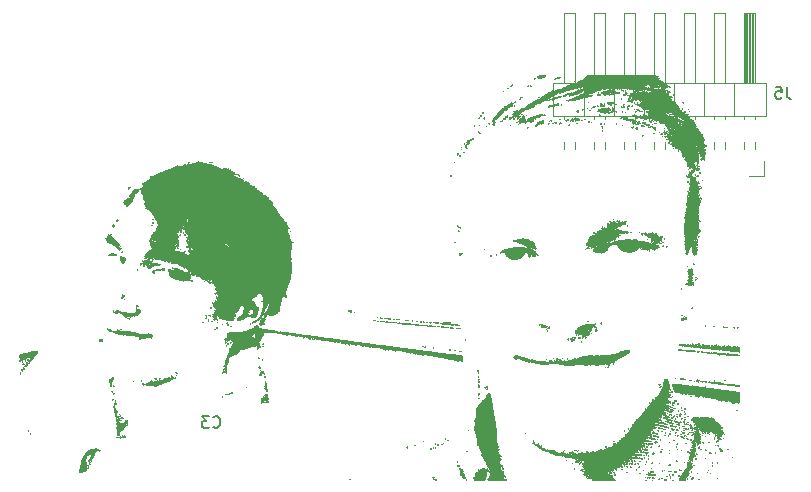
<source format=gbr>
G04 #@! TF.FileFunction,Legend,Bot*
%FSLAX46Y46*%
G04 Gerber Fmt 4.6, Leading zero omitted, Abs format (unit mm)*
G04 Created by KiCad (PCBNEW 4.0.7-e1-6374~58~ubuntu17.04.1) date Mon Aug 21 14:59:55 2017*
%MOMM*%
%LPD*%
G01*
G04 APERTURE LIST*
%ADD10C,0.100000*%
%ADD11C,0.010000*%
%ADD12C,0.120000*%
%ADD13C,0.150000*%
G04 APERTURE END LIST*
D10*
D11*
G36*
X170069706Y-124354171D02*
X170074777Y-124384555D01*
X170067883Y-124442185D01*
X170040270Y-124466493D01*
X170004373Y-124500374D01*
X170024625Y-124543440D01*
X170063515Y-124571197D01*
X170085917Y-124553363D01*
X170114524Y-124534792D01*
X170129705Y-124550929D01*
X170119238Y-124582192D01*
X170062237Y-124606419D01*
X169958770Y-124650286D01*
X169899795Y-124715897D01*
X169894483Y-124792634D01*
X169896422Y-124798323D01*
X169937685Y-124860177D01*
X169970969Y-124883212D01*
X170015673Y-124916584D01*
X170006006Y-124967268D01*
X169965688Y-125018704D01*
X169893152Y-125070099D01*
X169824960Y-125072962D01*
X169791549Y-125047375D01*
X169770712Y-125038178D01*
X169767737Y-125055312D01*
X169740792Y-125087539D01*
X169703750Y-125095000D01*
X169651263Y-125110217D01*
X169643365Y-125141787D01*
X169676870Y-125165414D01*
X169690931Y-125195468D01*
X169657522Y-125263037D01*
X169611555Y-125316697D01*
X169575277Y-125331950D01*
X169573278Y-125330978D01*
X169550660Y-125342191D01*
X169545000Y-125376230D01*
X169527361Y-125435433D01*
X169505313Y-125454972D01*
X169483087Y-125469444D01*
X169504317Y-125473493D01*
X169528627Y-125498762D01*
X169524802Y-125523442D01*
X169498685Y-125558366D01*
X169486111Y-125558525D01*
X169451228Y-125568605D01*
X169419704Y-125595790D01*
X169391947Y-125631687D01*
X169415948Y-125634013D01*
X169437883Y-125628653D01*
X169488551Y-125629392D01*
X169498176Y-125663566D01*
X169480012Y-125734895D01*
X169446198Y-125777046D01*
X169418000Y-125777625D01*
X169379084Y-125782625D01*
X169371553Y-125791595D01*
X169329965Y-125809349D01*
X169305859Y-125804591D01*
X169269898Y-125799831D01*
X169261944Y-125832064D01*
X169279240Y-125912480D01*
X169279262Y-125912562D01*
X169296940Y-125952927D01*
X169333295Y-125974441D01*
X169404878Y-125982844D01*
X169485204Y-125984000D01*
X169592486Y-125980853D01*
X169650692Y-125968662D01*
X169674052Y-125943300D01*
X169676836Y-125928437D01*
X169677721Y-125918626D01*
X169640250Y-125918626D01*
X169617203Y-125950957D01*
X169608500Y-125952250D01*
X169577576Y-125941417D01*
X169576750Y-125938248D01*
X169598999Y-125911141D01*
X169608500Y-125904625D01*
X169637758Y-125907142D01*
X169640250Y-125918626D01*
X169677721Y-125918626D01*
X169683825Y-125851032D01*
X169686257Y-125825250D01*
X169711737Y-125788041D01*
X169731780Y-125786473D01*
X169771310Y-125767659D01*
X169789563Y-125730911D01*
X169830841Y-125676921D01*
X169869907Y-125666500D01*
X169916901Y-125651288D01*
X169917124Y-125634750D01*
X169576750Y-125634750D01*
X169565134Y-125660883D01*
X169555584Y-125655916D01*
X169551784Y-125618236D01*
X169555584Y-125613583D01*
X169574459Y-125617941D01*
X169576750Y-125634750D01*
X169917124Y-125634750D01*
X169917227Y-125627159D01*
X169753480Y-125627159D01*
X169722271Y-125632243D01*
X169681091Y-125626405D01*
X169680599Y-125615567D01*
X169723093Y-125607988D01*
X169741454Y-125613061D01*
X169753480Y-125627159D01*
X169917227Y-125627159D01*
X169917517Y-125605738D01*
X169925145Y-125548956D01*
X169959384Y-125529873D01*
X169980998Y-125513274D01*
X169791409Y-125513274D01*
X169768436Y-125550097D01*
X169708318Y-125568633D01*
X169693939Y-125568743D01*
X169655196Y-125561263D01*
X169664261Y-125550156D01*
X169690805Y-125520127D01*
X169687555Y-125507232D01*
X169687605Y-125476000D01*
X169640250Y-125476000D01*
X169628634Y-125502133D01*
X169619084Y-125497166D01*
X169615284Y-125459486D01*
X169619084Y-125454833D01*
X169637959Y-125459191D01*
X169640250Y-125476000D01*
X169687605Y-125476000D01*
X169687612Y-125472197D01*
X169725677Y-125461044D01*
X169764897Y-125474545D01*
X169791409Y-125513274D01*
X169980998Y-125513274D01*
X170001554Y-125497489D01*
X169999618Y-125447759D01*
X169997314Y-125399210D01*
X170002521Y-125396625D01*
X169735500Y-125396625D01*
X169719625Y-125412500D01*
X169703750Y-125396625D01*
X169719625Y-125380750D01*
X169735500Y-125396625D01*
X170002521Y-125396625D01*
X170035933Y-125380039D01*
X170073110Y-125377066D01*
X170122112Y-125370873D01*
X170113461Y-125360242D01*
X170108563Y-125358863D01*
X170061464Y-125331810D01*
X170053000Y-125313048D01*
X170033411Y-125296259D01*
X170021250Y-125301375D01*
X169996856Y-125291017D01*
X169992989Y-125269625D01*
X169735500Y-125269625D01*
X169719625Y-125285500D01*
X169703750Y-125269625D01*
X169719625Y-125253750D01*
X169735500Y-125269625D01*
X169992989Y-125269625D01*
X169989500Y-125250332D01*
X169996599Y-125203170D01*
X170009155Y-125199321D01*
X170044481Y-125201826D01*
X170054591Y-125190250D01*
X169862500Y-125190250D01*
X169850884Y-125216383D01*
X169841334Y-125211416D01*
X169837534Y-125173736D01*
X169841334Y-125169083D01*
X169860209Y-125173441D01*
X169862500Y-125190250D01*
X170054591Y-125190250D01*
X170081718Y-125159192D01*
X170110056Y-125088492D01*
X170119007Y-125025830D01*
X170124573Y-124966580D01*
X170135096Y-124955299D01*
X170137528Y-124960062D01*
X170179314Y-124995788D01*
X170201918Y-124999750D01*
X170235401Y-124979797D01*
X170231022Y-124949528D01*
X170213466Y-124874537D01*
X170211750Y-124849642D01*
X170199151Y-124829511D01*
X170158110Y-124859092D01*
X170132375Y-124885624D01*
X170080426Y-124936784D01*
X170057618Y-124941810D01*
X170053487Y-124914073D01*
X170069432Y-124839099D01*
X170106194Y-124785595D01*
X170135925Y-124774173D01*
X170157960Y-124749060D01*
X170164125Y-124705447D01*
X170186634Y-124643618D01*
X170232878Y-124624831D01*
X170301952Y-124595869D01*
X170319389Y-124547688D01*
X170281758Y-124498275D01*
X170259360Y-124485965D01*
X170193432Y-124438271D01*
X170162596Y-124391681D01*
X170127167Y-124342824D01*
X170099482Y-124333000D01*
X170069706Y-124354171D01*
X170069706Y-124354171D01*
G37*
X170069706Y-124354171D02*
X170074777Y-124384555D01*
X170067883Y-124442185D01*
X170040270Y-124466493D01*
X170004373Y-124500374D01*
X170024625Y-124543440D01*
X170063515Y-124571197D01*
X170085917Y-124553363D01*
X170114524Y-124534792D01*
X170129705Y-124550929D01*
X170119238Y-124582192D01*
X170062237Y-124606419D01*
X169958770Y-124650286D01*
X169899795Y-124715897D01*
X169894483Y-124792634D01*
X169896422Y-124798323D01*
X169937685Y-124860177D01*
X169970969Y-124883212D01*
X170015673Y-124916584D01*
X170006006Y-124967268D01*
X169965688Y-125018704D01*
X169893152Y-125070099D01*
X169824960Y-125072962D01*
X169791549Y-125047375D01*
X169770712Y-125038178D01*
X169767737Y-125055312D01*
X169740792Y-125087539D01*
X169703750Y-125095000D01*
X169651263Y-125110217D01*
X169643365Y-125141787D01*
X169676870Y-125165414D01*
X169690931Y-125195468D01*
X169657522Y-125263037D01*
X169611555Y-125316697D01*
X169575277Y-125331950D01*
X169573278Y-125330978D01*
X169550660Y-125342191D01*
X169545000Y-125376230D01*
X169527361Y-125435433D01*
X169505313Y-125454972D01*
X169483087Y-125469444D01*
X169504317Y-125473493D01*
X169528627Y-125498762D01*
X169524802Y-125523442D01*
X169498685Y-125558366D01*
X169486111Y-125558525D01*
X169451228Y-125568605D01*
X169419704Y-125595790D01*
X169391947Y-125631687D01*
X169415948Y-125634013D01*
X169437883Y-125628653D01*
X169488551Y-125629392D01*
X169498176Y-125663566D01*
X169480012Y-125734895D01*
X169446198Y-125777046D01*
X169418000Y-125777625D01*
X169379084Y-125782625D01*
X169371553Y-125791595D01*
X169329965Y-125809349D01*
X169305859Y-125804591D01*
X169269898Y-125799831D01*
X169261944Y-125832064D01*
X169279240Y-125912480D01*
X169279262Y-125912562D01*
X169296940Y-125952927D01*
X169333295Y-125974441D01*
X169404878Y-125982844D01*
X169485204Y-125984000D01*
X169592486Y-125980853D01*
X169650692Y-125968662D01*
X169674052Y-125943300D01*
X169676836Y-125928437D01*
X169677721Y-125918626D01*
X169640250Y-125918626D01*
X169617203Y-125950957D01*
X169608500Y-125952250D01*
X169577576Y-125941417D01*
X169576750Y-125938248D01*
X169598999Y-125911141D01*
X169608500Y-125904625D01*
X169637758Y-125907142D01*
X169640250Y-125918626D01*
X169677721Y-125918626D01*
X169683825Y-125851032D01*
X169686257Y-125825250D01*
X169711737Y-125788041D01*
X169731780Y-125786473D01*
X169771310Y-125767659D01*
X169789563Y-125730911D01*
X169830841Y-125676921D01*
X169869907Y-125666500D01*
X169916901Y-125651288D01*
X169917124Y-125634750D01*
X169576750Y-125634750D01*
X169565134Y-125660883D01*
X169555584Y-125655916D01*
X169551784Y-125618236D01*
X169555584Y-125613583D01*
X169574459Y-125617941D01*
X169576750Y-125634750D01*
X169917124Y-125634750D01*
X169917227Y-125627159D01*
X169753480Y-125627159D01*
X169722271Y-125632243D01*
X169681091Y-125626405D01*
X169680599Y-125615567D01*
X169723093Y-125607988D01*
X169741454Y-125613061D01*
X169753480Y-125627159D01*
X169917227Y-125627159D01*
X169917517Y-125605738D01*
X169925145Y-125548956D01*
X169959384Y-125529873D01*
X169980998Y-125513274D01*
X169791409Y-125513274D01*
X169768436Y-125550097D01*
X169708318Y-125568633D01*
X169693939Y-125568743D01*
X169655196Y-125561263D01*
X169664261Y-125550156D01*
X169690805Y-125520127D01*
X169687555Y-125507232D01*
X169687605Y-125476000D01*
X169640250Y-125476000D01*
X169628634Y-125502133D01*
X169619084Y-125497166D01*
X169615284Y-125459486D01*
X169619084Y-125454833D01*
X169637959Y-125459191D01*
X169640250Y-125476000D01*
X169687605Y-125476000D01*
X169687612Y-125472197D01*
X169725677Y-125461044D01*
X169764897Y-125474545D01*
X169791409Y-125513274D01*
X169980998Y-125513274D01*
X170001554Y-125497489D01*
X169999618Y-125447759D01*
X169997314Y-125399210D01*
X170002521Y-125396625D01*
X169735500Y-125396625D01*
X169719625Y-125412500D01*
X169703750Y-125396625D01*
X169719625Y-125380750D01*
X169735500Y-125396625D01*
X170002521Y-125396625D01*
X170035933Y-125380039D01*
X170073110Y-125377066D01*
X170122112Y-125370873D01*
X170113461Y-125360242D01*
X170108563Y-125358863D01*
X170061464Y-125331810D01*
X170053000Y-125313048D01*
X170033411Y-125296259D01*
X170021250Y-125301375D01*
X169996856Y-125291017D01*
X169992989Y-125269625D01*
X169735500Y-125269625D01*
X169719625Y-125285500D01*
X169703750Y-125269625D01*
X169719625Y-125253750D01*
X169735500Y-125269625D01*
X169992989Y-125269625D01*
X169989500Y-125250332D01*
X169996599Y-125203170D01*
X170009155Y-125199321D01*
X170044481Y-125201826D01*
X170054591Y-125190250D01*
X169862500Y-125190250D01*
X169850884Y-125216383D01*
X169841334Y-125211416D01*
X169837534Y-125173736D01*
X169841334Y-125169083D01*
X169860209Y-125173441D01*
X169862500Y-125190250D01*
X170054591Y-125190250D01*
X170081718Y-125159192D01*
X170110056Y-125088492D01*
X170119007Y-125025830D01*
X170124573Y-124966580D01*
X170135096Y-124955299D01*
X170137528Y-124960062D01*
X170179314Y-124995788D01*
X170201918Y-124999750D01*
X170235401Y-124979797D01*
X170231022Y-124949528D01*
X170213466Y-124874537D01*
X170211750Y-124849642D01*
X170199151Y-124829511D01*
X170158110Y-124859092D01*
X170132375Y-124885624D01*
X170080426Y-124936784D01*
X170057618Y-124941810D01*
X170053487Y-124914073D01*
X170069432Y-124839099D01*
X170106194Y-124785595D01*
X170135925Y-124774173D01*
X170157960Y-124749060D01*
X170164125Y-124705447D01*
X170186634Y-124643618D01*
X170232878Y-124624831D01*
X170301952Y-124595869D01*
X170319389Y-124547688D01*
X170281758Y-124498275D01*
X170259360Y-124485965D01*
X170193432Y-124438271D01*
X170162596Y-124391681D01*
X170127167Y-124342824D01*
X170099482Y-124333000D01*
X170069706Y-124354171D01*
G36*
X168687750Y-125968125D02*
X168703625Y-125984000D01*
X168719500Y-125968125D01*
X168703625Y-125952250D01*
X168687750Y-125968125D01*
X168687750Y-125968125D01*
G37*
X168687750Y-125968125D02*
X168703625Y-125984000D01*
X168719500Y-125968125D01*
X168703625Y-125952250D01*
X168687750Y-125968125D01*
G36*
X166941500Y-125968125D02*
X166957375Y-125984000D01*
X166973250Y-125968125D01*
X166957375Y-125952250D01*
X166941500Y-125968125D01*
X166941500Y-125968125D01*
G37*
X166941500Y-125968125D02*
X166957375Y-125984000D01*
X166973250Y-125968125D01*
X166957375Y-125952250D01*
X166941500Y-125968125D01*
G36*
X166412334Y-125962833D02*
X166416692Y-125981708D01*
X166433500Y-125984000D01*
X166459634Y-125972383D01*
X166454667Y-125962833D01*
X166416987Y-125959033D01*
X166412334Y-125962833D01*
X166412334Y-125962833D01*
G37*
X166412334Y-125962833D02*
X166416692Y-125981708D01*
X166433500Y-125984000D01*
X166459634Y-125972383D01*
X166454667Y-125962833D01*
X166416987Y-125959033D01*
X166412334Y-125962833D01*
G36*
X168044388Y-117409422D02*
X168003091Y-117439177D01*
X167955911Y-117483158D01*
X167948584Y-117505891D01*
X167953219Y-117506750D01*
X167985157Y-117532395D01*
X167989250Y-117554375D01*
X167970905Y-117596607D01*
X167955228Y-117602000D01*
X167930944Y-117628606D01*
X167926993Y-117673437D01*
X167929903Y-117768781D01*
X167916937Y-117809587D01*
X167889095Y-117805343D01*
X167867154Y-117801609D01*
X167873418Y-117816632D01*
X167877817Y-117856509D01*
X167870386Y-117863959D01*
X167870901Y-117870568D01*
X167886063Y-117867667D01*
X167922452Y-117874373D01*
X167925750Y-117883868D01*
X167910729Y-117934890D01*
X167875195Y-118010211D01*
X167833449Y-118082676D01*
X167799788Y-118125128D01*
X167798127Y-118126260D01*
X167783487Y-118166237D01*
X167789658Y-118195600D01*
X167793514Y-118231444D01*
X167764459Y-118225150D01*
X167748724Y-118221955D01*
X167771851Y-118241644D01*
X167805929Y-118276151D01*
X167798746Y-118316752D01*
X167776316Y-118353680D01*
X167731579Y-118400684D01*
X167696626Y-118407376D01*
X167678616Y-118414100D01*
X167685750Y-118453340D01*
X167683832Y-118518326D01*
X167645881Y-118551352D01*
X167590406Y-118603335D01*
X167546505Y-118677263D01*
X167501074Y-118748161D01*
X167446901Y-118786629D01*
X167397542Y-118826470D01*
X167385514Y-118892840D01*
X167379654Y-118949386D01*
X167361889Y-118946083D01*
X167357512Y-118939689D01*
X167328983Y-118917062D01*
X167287518Y-118939975D01*
X167263760Y-118962490D01*
X167220743Y-119011441D01*
X167222602Y-119039368D01*
X167250575Y-119058415D01*
X167285689Y-119090462D01*
X167266374Y-119132911D01*
X167262393Y-119137787D01*
X167212363Y-119175759D01*
X167184518Y-119180547D01*
X167156715Y-119203155D01*
X167138825Y-119267450D01*
X167138182Y-119273380D01*
X167124048Y-119341764D01*
X167092493Y-119361131D01*
X167066745Y-119356990D01*
X167015804Y-119359428D01*
X167005000Y-119380184D01*
X166993201Y-119402978D01*
X166962538Y-119384284D01*
X166920997Y-119371146D01*
X166868904Y-119404789D01*
X166845878Y-119428021D01*
X166799268Y-119481041D01*
X166795335Y-119503087D01*
X166831807Y-119508038D01*
X166832779Y-119508056D01*
X166870179Y-119512846D01*
X166862089Y-119533481D01*
X166819131Y-119571386D01*
X166758075Y-119609924D01*
X166715431Y-119615759D01*
X166715157Y-119615594D01*
X166693960Y-119622154D01*
X166694651Y-119639577D01*
X166679463Y-119672248D01*
X166661328Y-119672900D01*
X166633950Y-119681079D01*
X166637631Y-119693868D01*
X166628584Y-119732220D01*
X166584837Y-119796012D01*
X166552679Y-119832541D01*
X166452170Y-119946711D01*
X166386168Y-120039147D01*
X166360676Y-120101101D01*
X166361414Y-120111094D01*
X166342497Y-120128516D01*
X166311198Y-120127029D01*
X166261866Y-120139867D01*
X166221524Y-120205967D01*
X166214364Y-120224721D01*
X166181858Y-120290707D01*
X166151051Y-120316731D01*
X166145458Y-120315207D01*
X166114138Y-120326800D01*
X166086623Y-120373884D01*
X166046971Y-120439549D01*
X166009707Y-120469127D01*
X165964969Y-120508378D01*
X165917787Y-120580607D01*
X165911852Y-120592520D01*
X165849802Y-120677435D01*
X165758586Y-120755244D01*
X165734828Y-120770010D01*
X165658657Y-120823967D01*
X165613417Y-120876264D01*
X165608000Y-120894347D01*
X165587470Y-120959267D01*
X165561108Y-120996586D01*
X165455535Y-121108041D01*
X165380616Y-121182319D01*
X165325294Y-121230117D01*
X165302670Y-121246648D01*
X165263230Y-121276395D01*
X165280322Y-121279748D01*
X165314313Y-121273433D01*
X165372294Y-121274404D01*
X165383106Y-121297978D01*
X165340588Y-121327286D01*
X165300908Y-121369421D01*
X165285026Y-121417996D01*
X165259306Y-121475448D01*
X165227000Y-121492818D01*
X165189330Y-121514091D01*
X165187313Y-121532505D01*
X165174930Y-121567885D01*
X165163500Y-121570750D01*
X165134329Y-121595997D01*
X165131750Y-121612388D01*
X165111607Y-121663757D01*
X165065058Y-121725612D01*
X165023322Y-121780081D01*
X165014338Y-121813102D01*
X165014825Y-121813657D01*
X165012244Y-121848000D01*
X164974025Y-121894996D01*
X164919681Y-121935821D01*
X164871691Y-121951750D01*
X164831992Y-121969133D01*
X164835246Y-122001269D01*
X164827841Y-122048467D01*
X164787415Y-122068265D01*
X164728403Y-122111146D01*
X164681663Y-122193371D01*
X164645375Y-122264444D01*
X164606461Y-122300046D01*
X164600501Y-122301000D01*
X164553626Y-122326640D01*
X164539353Y-122350263D01*
X164502570Y-122384183D01*
X164432927Y-122380303D01*
X164370226Y-122374956D01*
X164333911Y-122405404D01*
X164309855Y-122463056D01*
X164266081Y-122548065D01*
X164210592Y-122609659D01*
X164210372Y-122609813D01*
X164166921Y-122651838D01*
X164160749Y-122677750D01*
X164158495Y-122720982D01*
X164145892Y-122747015D01*
X164122142Y-122775421D01*
X164116237Y-122749549D01*
X164105584Y-122722738D01*
X164071213Y-122742937D01*
X164030112Y-122763006D01*
X164010220Y-122738887D01*
X163995816Y-122720245D01*
X163991257Y-122747087D01*
X164009883Y-122812972D01*
X164023909Y-122831458D01*
X164036042Y-122867461D01*
X163994086Y-122901394D01*
X163933548Y-122919722D01*
X163908091Y-122902171D01*
X163864672Y-122881204D01*
X163842664Y-122885214D01*
X163803782Y-122884198D01*
X163798250Y-122871503D01*
X163771951Y-122845644D01*
X163741126Y-122840750D01*
X163703438Y-122852516D01*
X163692861Y-122898869D01*
X163696937Y-122951552D01*
X163697891Y-123032934D01*
X163670972Y-123073922D01*
X163650874Y-123083378D01*
X163576264Y-123122277D01*
X163539465Y-123149269D01*
X163489202Y-123175458D01*
X163465356Y-123159026D01*
X163420190Y-123139122D01*
X163347549Y-123157734D01*
X163265666Y-123209301D01*
X163247017Y-123225634D01*
X163166859Y-123269446D01*
X163077208Y-123285250D01*
X162991113Y-123299228D01*
X162942833Y-123348326D01*
X162938774Y-123356687D01*
X162894643Y-123403703D01*
X162826293Y-123433283D01*
X162754984Y-123442077D01*
X162701973Y-123426735D01*
X162687000Y-123396355D01*
X162664013Y-123357095D01*
X162615883Y-123351487D01*
X162575875Y-123380500D01*
X162531976Y-123405350D01*
X162481020Y-123412250D01*
X162400959Y-123431704D01*
X162358252Y-123459783D01*
X162298535Y-123490464D01*
X162261002Y-123488239D01*
X162208824Y-123495520D01*
X162191383Y-123521026D01*
X162150179Y-123557844D01*
X162111643Y-123553900D01*
X162039554Y-123560080D01*
X161999664Y-123587050D01*
X161954315Y-123619888D01*
X161924467Y-123601781D01*
X161922452Y-123598625D01*
X161888199Y-123574268D01*
X161827786Y-123592003D01*
X161823878Y-123593888D01*
X161722657Y-123632385D01*
X161638006Y-123645454D01*
X161585439Y-123632035D01*
X161575750Y-123610825D01*
X161555149Y-123578966D01*
X161525529Y-123583478D01*
X161474916Y-123600288D01*
X161462029Y-123602750D01*
X161450243Y-123628693D01*
X161448750Y-123650725D01*
X161421317Y-123678417D01*
X161351417Y-123690362D01*
X161257650Y-123688220D01*
X161158616Y-123673655D01*
X161072915Y-123648328D01*
X161019147Y-123613900D01*
X161017819Y-123612220D01*
X160983180Y-123577796D01*
X160974975Y-123592900D01*
X160995222Y-123648444D01*
X161005368Y-123668337D01*
X161014893Y-123717341D01*
X160985271Y-123731863D01*
X160933242Y-123707570D01*
X160915351Y-123691650D01*
X160887959Y-123677254D01*
X160877824Y-123715258D01*
X160877250Y-123741436D01*
X160877250Y-123829323D01*
X160781219Y-123760943D01*
X160719086Y-123721022D01*
X160667767Y-123708836D01*
X160600298Y-123722268D01*
X160540037Y-123742021D01*
X160454050Y-123769430D01*
X160414609Y-123774364D01*
X160408912Y-123756930D01*
X160413455Y-123743090D01*
X160415853Y-123710651D01*
X160403197Y-123712517D01*
X160360718Y-123707436D01*
X160326453Y-123682416D01*
X160274404Y-123643330D01*
X160247915Y-123634500D01*
X160211807Y-123609005D01*
X160197360Y-123582553D01*
X160177762Y-123549347D01*
X160147061Y-123559718D01*
X160114589Y-123587474D01*
X160061448Y-123647888D01*
X160060538Y-123681927D01*
X160111384Y-123684389D01*
X160123188Y-123681776D01*
X160182926Y-123683136D01*
X160225227Y-123732315D01*
X160233980Y-123750295D01*
X160257956Y-123822774D01*
X160250363Y-123855904D01*
X160214495Y-123840947D01*
X160203621Y-123830820D01*
X160150507Y-123807714D01*
X160061935Y-123794473D01*
X160025088Y-123793250D01*
X159909260Y-123780179D01*
X159843155Y-123739244D01*
X159841948Y-123737687D01*
X159809587Y-123700003D01*
X159799714Y-123715178D01*
X159798760Y-123741084D01*
X159781782Y-123783571D01*
X159747529Y-123780771D01*
X159735785Y-123777375D01*
X158908750Y-123777375D01*
X158892875Y-123793250D01*
X158877000Y-123777375D01*
X158892875Y-123761500D01*
X158908750Y-123777375D01*
X159735785Y-123777375D01*
X159688435Y-123763683D01*
X159670293Y-123761500D01*
X159640176Y-123735340D01*
X159623125Y-123698000D01*
X159590855Y-123642756D01*
X159543696Y-123646816D01*
X159499912Y-123682874D01*
X159459446Y-123712897D01*
X159430497Y-123690456D01*
X159417324Y-123667320D01*
X159383469Y-123623973D01*
X159338394Y-123629786D01*
X159313846Y-123642758D01*
X159241418Y-123689904D01*
X159201851Y-123721358D01*
X159160582Y-123741100D01*
X159111356Y-123715201D01*
X159091449Y-123697546D01*
X159020549Y-123650823D01*
X158960972Y-123634500D01*
X158919138Y-123626265D01*
X158918853Y-123613813D01*
X158909619Y-123588210D01*
X158861963Y-123553842D01*
X158797393Y-123522930D01*
X158737419Y-123507694D01*
X158731733Y-123507500D01*
X158680792Y-123485962D01*
X158624237Y-123438013D01*
X158579025Y-123394867D01*
X158561535Y-123398683D01*
X158559500Y-123422138D01*
X158545163Y-123468116D01*
X158530079Y-123475750D01*
X158494120Y-123500814D01*
X158487010Y-123515437D01*
X158479293Y-123524947D01*
X158481405Y-123500729D01*
X158470262Y-123432055D01*
X158421016Y-123405245D01*
X158348638Y-123427308D01*
X158338619Y-123433915D01*
X158272721Y-123467005D01*
X158216419Y-123454781D01*
X158204554Y-123447810D01*
X158144643Y-123425178D01*
X158114073Y-123428698D01*
X158097482Y-123422094D01*
X158102886Y-123398024D01*
X158103935Y-123355930D01*
X158070084Y-123354675D01*
X158026310Y-123386640D01*
X157989911Y-123401463D01*
X157938948Y-123374227D01*
X157895940Y-123335930D01*
X157813018Y-123274359D01*
X157744522Y-123266174D01*
X157739652Y-123267581D01*
X157679836Y-123270357D01*
X157655424Y-123254791D01*
X157612071Y-123231362D01*
X157537658Y-123221750D01*
X157470891Y-123216246D01*
X157451162Y-123186507D01*
X157459363Y-123126500D01*
X157462926Y-123049784D01*
X157439519Y-123026414D01*
X157377153Y-123016013D01*
X157368875Y-123014201D01*
X157308009Y-123004270D01*
X157297438Y-123003162D01*
X157260699Y-122974350D01*
X157257750Y-122958678D01*
X157231254Y-122925556D01*
X157194250Y-122917857D01*
X157140708Y-122940497D01*
X157130750Y-122974553D01*
X157141577Y-123019155D01*
X157154563Y-123024959D01*
X157215312Y-123028550D01*
X157272828Y-123057820D01*
X157301879Y-123097757D01*
X157300528Y-123111809D01*
X157312263Y-123158301D01*
X157357710Y-123186509D01*
X157436935Y-123230697D01*
X157503813Y-123283437D01*
X157552393Y-123320678D01*
X157575037Y-123320588D01*
X157575250Y-123318236D01*
X157590214Y-123286025D01*
X157621127Y-123297632D01*
X157646995Y-123345097D01*
X157676852Y-123388304D01*
X157742987Y-123389586D01*
X157743643Y-123389462D01*
X157823046Y-123395727D01*
X157861385Y-123432816D01*
X157902188Y-123471025D01*
X157971891Y-123483377D01*
X158035602Y-123480721D01*
X158128585Y-123479434D01*
X158180875Y-123499104D01*
X158207504Y-123534118D01*
X158262677Y-123595191D01*
X158305928Y-123618760D01*
X158348775Y-123647136D01*
X158350205Y-123670975D01*
X158361247Y-123689970D01*
X158425659Y-123687855D01*
X158430690Y-123687086D01*
X158522369Y-123690242D01*
X158636887Y-123729616D01*
X158710600Y-123765826D01*
X158817176Y-123817651D01*
X158887499Y-123838777D01*
X158938411Y-123833330D01*
X158955092Y-123825734D01*
X159010348Y-123810403D01*
X159088606Y-123818451D01*
X159206889Y-123851681D01*
X159210375Y-123852808D01*
X159318085Y-123885144D01*
X159382551Y-123895731D01*
X159419736Y-123885768D01*
X159436126Y-123869752D01*
X159475756Y-123831060D01*
X159504934Y-123842411D01*
X159535187Y-123909467D01*
X159538993Y-123920250D01*
X159565407Y-123978373D01*
X159605169Y-124007218D01*
X159679018Y-124017881D01*
X159724661Y-124019594D01*
X159834526Y-124024256D01*
X159930351Y-124031133D01*
X159956500Y-124033972D01*
X160115892Y-124053865D01*
X160224234Y-124064555D01*
X160293318Y-124065970D01*
X160334934Y-124058033D01*
X160360875Y-124040671D01*
X160369267Y-124031355D01*
X160422682Y-123997577D01*
X160493722Y-123984346D01*
X160557912Y-123992067D01*
X160590783Y-124021146D01*
X160591500Y-124027671D01*
X160565651Y-124070473D01*
X160508067Y-124090265D01*
X160448700Y-124079124D01*
X160435428Y-124068977D01*
X160407116Y-124055825D01*
X160401000Y-124086651D01*
X160422777Y-124148550D01*
X160481523Y-124163841D01*
X160545821Y-124141458D01*
X160628290Y-124119431D01*
X160681593Y-124146003D01*
X160693770Y-124210735D01*
X160679082Y-124257776D01*
X160643222Y-124336480D01*
X160606007Y-124266942D01*
X160568792Y-124197405D01*
X160548424Y-124278554D01*
X160539878Y-124359901D01*
X160547659Y-124410785D01*
X160567186Y-124443749D01*
X160594232Y-124425528D01*
X160610121Y-124405370D01*
X160642871Y-124366814D01*
X160652984Y-124379643D01*
X160653991Y-124404437D01*
X160670494Y-124449259D01*
X160706961Y-124451183D01*
X160747613Y-124419797D01*
X160776672Y-124364688D01*
X160782000Y-124326650D01*
X160805541Y-124281415D01*
X160860471Y-124270850D01*
X160923257Y-124297761D01*
X160935193Y-124308392D01*
X160986032Y-124330525D01*
X161028855Y-124313107D01*
X161103497Y-124294205D01*
X161144478Y-124300299D01*
X161183519Y-124328560D01*
X161202706Y-124388823D01*
X161207978Y-124474075D01*
X161203470Y-124576021D01*
X161178739Y-124642225D01*
X161123683Y-124699630D01*
X161123313Y-124699942D01*
X161054055Y-124770409D01*
X161043230Y-124816475D01*
X161090868Y-124838665D01*
X161131250Y-124841000D01*
X161198120Y-124831263D01*
X161226493Y-124807803D01*
X161226500Y-124807376D01*
X161246306Y-124789219D01*
X161261017Y-124795084D01*
X161278363Y-124826784D01*
X161261017Y-124850933D01*
X161230081Y-124911682D01*
X161226500Y-124938896D01*
X161199723Y-124988645D01*
X161159806Y-125009784D01*
X161115202Y-125035431D01*
X161112874Y-125059203D01*
X161156447Y-125071370D01*
X161239036Y-125046724D01*
X161333253Y-125020519D01*
X161381262Y-125034103D01*
X161378350Y-125080681D01*
X161319804Y-125153460D01*
X161315728Y-125157296D01*
X161269380Y-125204992D01*
X161268262Y-125235491D01*
X161307790Y-125272014D01*
X161349240Y-125308090D01*
X161338150Y-125314521D01*
X161297938Y-125306703D01*
X161240283Y-125307763D01*
X161228752Y-125336663D01*
X161261329Y-125379834D01*
X161313813Y-125413575D01*
X161385164Y-125449172D01*
X161429844Y-125471470D01*
X161443725Y-125465191D01*
X161437263Y-125451349D01*
X161437825Y-125407029D01*
X161448750Y-125396625D01*
X161467603Y-125358597D01*
X161463270Y-125346806D01*
X161472066Y-125321716D01*
X161496375Y-125317250D01*
X161531490Y-125331026D01*
X161529772Y-125346335D01*
X161523953Y-125409585D01*
X161560773Y-125485394D01*
X161627857Y-125554610D01*
X161686674Y-125589086D01*
X161758802Y-125630542D01*
X161796438Y-125674268D01*
X161798000Y-125682801D01*
X161819004Y-125738800D01*
X161861500Y-125793500D01*
X161896136Y-125838112D01*
X161890984Y-125856996D01*
X161890605Y-125857000D01*
X161867111Y-125879819D01*
X161869463Y-125896687D01*
X161908510Y-125923136D01*
X161980085Y-125926374D01*
X162054529Y-125928716D01*
X162097221Y-125948361D01*
X162097300Y-125948487D01*
X162133899Y-125959605D01*
X162220917Y-125968633D01*
X162346713Y-125975536D01*
X162499647Y-125980276D01*
X162668078Y-125982816D01*
X162840366Y-125983119D01*
X163004869Y-125981148D01*
X163149948Y-125976866D01*
X163263960Y-125970236D01*
X163335267Y-125961221D01*
X163353750Y-125952483D01*
X163379463Y-125924109D01*
X163401375Y-125920500D01*
X163443627Y-125937644D01*
X163449000Y-125952250D01*
X163477920Y-125969161D01*
X163553469Y-125980627D01*
X163639500Y-125984000D01*
X163739988Y-125981595D01*
X163809017Y-125975346D01*
X163830000Y-125968125D01*
X163807863Y-125931973D01*
X163756788Y-125880661D01*
X163699778Y-125835556D01*
X163670056Y-125819560D01*
X163631563Y-125780215D01*
X163620306Y-125745511D01*
X163610112Y-125711131D01*
X163312582Y-125711131D01*
X163290250Y-125730000D01*
X163239589Y-125758556D01*
X163232840Y-125747801D01*
X163242625Y-125730000D01*
X163275138Y-125708833D01*
X162073167Y-125708833D01*
X162068809Y-125727708D01*
X162052000Y-125730000D01*
X162025867Y-125718383D01*
X162030834Y-125708833D01*
X162068514Y-125705033D01*
X162073167Y-125708833D01*
X163275138Y-125708833D01*
X163288994Y-125699813D01*
X163300062Y-125698736D01*
X163312582Y-125711131D01*
X163610112Y-125711131D01*
X163593578Y-125655371D01*
X163548962Y-125580169D01*
X163499948Y-125541131D01*
X163489387Y-125539500D01*
X163460859Y-125556376D01*
X163464875Y-125571250D01*
X163466981Y-125600383D01*
X163458812Y-125602513D01*
X163393548Y-125572801D01*
X163344145Y-125498947D01*
X163343111Y-125496210D01*
X163301839Y-125452196D01*
X163258115Y-125453550D01*
X163207692Y-125455215D01*
X163195000Y-125441277D01*
X163168223Y-125418351D01*
X163127613Y-125412500D01*
X163082203Y-125404621D01*
X163091809Y-125374570D01*
X163095587Y-125369891D01*
X163097965Y-125364875D01*
X161671000Y-125364875D01*
X161655125Y-125380750D01*
X161639250Y-125364875D01*
X161655125Y-125349000D01*
X161671000Y-125364875D01*
X163097965Y-125364875D01*
X163113020Y-125333125D01*
X163068000Y-125333125D01*
X163052125Y-125349000D01*
X163036250Y-125333125D01*
X163052125Y-125317250D01*
X163068000Y-125333125D01*
X163113020Y-125333125D01*
X163116959Y-125324819D01*
X163112631Y-125308963D01*
X163114920Y-125281746D01*
X163161077Y-125256797D01*
X163231619Y-125240755D01*
X163307064Y-125240259D01*
X163312094Y-125240989D01*
X163379200Y-125245694D01*
X163403559Y-125221243D01*
X163405017Y-125175978D01*
X163411772Y-125116910D01*
X163429576Y-125098086D01*
X163469330Y-125077043D01*
X163484652Y-125058024D01*
X163506828Y-125033821D01*
X163512014Y-125063550D01*
X163536946Y-125117087D01*
X163574144Y-125149972D01*
X163623999Y-125171215D01*
X163649372Y-125144293D01*
X163654239Y-125130332D01*
X163660933Y-125055894D01*
X163659129Y-125047375D01*
X163576000Y-125047375D01*
X163560125Y-125063250D01*
X163544250Y-125047375D01*
X163560125Y-125031500D01*
X163576000Y-125047375D01*
X163659129Y-125047375D01*
X163654151Y-125023881D01*
X163662898Y-124979521D01*
X163730350Y-124942548D01*
X163732806Y-124941685D01*
X163803867Y-124922241D01*
X163832003Y-124938656D01*
X163832323Y-125001018D01*
X163831661Y-125007687D01*
X163832616Y-125058505D01*
X163847977Y-125055454D01*
X163872107Y-125004919D01*
X163892973Y-124938207D01*
X163921992Y-124857896D01*
X163962834Y-124826077D01*
X164032495Y-124835860D01*
X164091938Y-124857538D01*
X164127291Y-124862595D01*
X164143533Y-124831453D01*
X164147092Y-124758979D01*
X161668494Y-124758979D01*
X161662656Y-124800159D01*
X161651818Y-124800651D01*
X161644239Y-124758157D01*
X161649312Y-124739796D01*
X161660942Y-124729875D01*
X161353500Y-124729875D01*
X161337625Y-124745750D01*
X161321750Y-124729875D01*
X161194750Y-124729875D01*
X161178875Y-124745750D01*
X161163000Y-124729875D01*
X161178875Y-124714000D01*
X161194750Y-124729875D01*
X161321750Y-124729875D01*
X161337625Y-124714000D01*
X161353500Y-124729875D01*
X161660942Y-124729875D01*
X161663410Y-124727770D01*
X161668494Y-124758979D01*
X164147092Y-124758979D01*
X164147499Y-124750705D01*
X164147500Y-124748525D01*
X164150522Y-124666167D01*
X164167245Y-124631570D01*
X164209161Y-124629033D01*
X164232151Y-124632858D01*
X164310082Y-124627008D01*
X164363828Y-124588882D01*
X164378676Y-124533924D01*
X164361229Y-124497357D01*
X164353486Y-124475875D01*
X161417000Y-124475875D01*
X161401125Y-124491750D01*
X161385250Y-124475875D01*
X161401125Y-124460000D01*
X161417000Y-124475875D01*
X164353486Y-124475875D01*
X164345310Y-124453196D01*
X164371792Y-124426904D01*
X164409314Y-124422456D01*
X164440419Y-124469418D01*
X164451393Y-124499083D01*
X164506946Y-124588786D01*
X164571841Y-124622634D01*
X164631707Y-124633706D01*
X164646285Y-124613426D01*
X164637805Y-124576687D01*
X164601945Y-124504914D01*
X164572920Y-124472374D01*
X164547601Y-124430224D01*
X164532343Y-124365661D01*
X164531397Y-124348875D01*
X161290000Y-124348875D01*
X161274125Y-124364750D01*
X161258250Y-124348875D01*
X161274125Y-124333000D01*
X161290000Y-124348875D01*
X164531397Y-124348875D01*
X164528666Y-124300474D01*
X164538090Y-124256452D01*
X164557539Y-124251949D01*
X164593031Y-124245273D01*
X164602657Y-124230010D01*
X164616698Y-124218196D01*
X164621244Y-124245324D01*
X164643006Y-124310854D01*
X164678762Y-124364773D01*
X164720302Y-124407469D01*
X164742427Y-124402075D01*
X164755906Y-124373073D01*
X164772714Y-124340592D01*
X164779314Y-124366524D01*
X164780269Y-124388562D01*
X164770088Y-124444250D01*
X164750750Y-124460000D01*
X164720852Y-124479084D01*
X164735281Y-124527047D01*
X164771239Y-124571203D01*
X164816763Y-124604055D01*
X164846685Y-124585813D01*
X164848399Y-124583119D01*
X164855803Y-124524093D01*
X164843785Y-124487610D01*
X164818892Y-124409120D01*
X164814250Y-124363440D01*
X164825310Y-124314353D01*
X164866604Y-124316040D01*
X164869813Y-124317330D01*
X164966245Y-124352189D01*
X165018059Y-124356152D01*
X165036021Y-124329380D01*
X165036500Y-124319831D01*
X165030229Y-124283885D01*
X165001196Y-124259768D01*
X164934074Y-124238662D01*
X164869813Y-124223921D01*
X164807968Y-124198682D01*
X164782917Y-124167518D01*
X164800804Y-124145861D01*
X164838063Y-124144160D01*
X164923328Y-124144947D01*
X164963141Y-124117010D01*
X164966370Y-124094875D01*
X160940750Y-124094875D01*
X160924875Y-124110750D01*
X160909000Y-124094875D01*
X160924875Y-124079000D01*
X160940750Y-124094875D01*
X164966370Y-124094875D01*
X164973000Y-124049433D01*
X164973000Y-124049123D01*
X164977848Y-124015500D01*
X161178875Y-124015500D01*
X161176358Y-124044757D01*
X161164874Y-124047250D01*
X161132543Y-124024202D01*
X161131250Y-124015500D01*
X161142083Y-123984575D01*
X161145252Y-123983750D01*
X161172359Y-124005998D01*
X161178875Y-124015500D01*
X164977848Y-124015500D01*
X164985002Y-123965897D01*
X165017170Y-123935456D01*
X165063749Y-123962673D01*
X165068541Y-123968224D01*
X165089651Y-124007390D01*
X165072138Y-124015500D01*
X165038849Y-124033699D01*
X165050839Y-124079142D01*
X165100000Y-124133991D01*
X165148902Y-124200941D01*
X165163500Y-124257284D01*
X165190960Y-124325448D01*
X165257125Y-124362884D01*
X165277222Y-124364750D01*
X165292585Y-124342431D01*
X165281285Y-124293497D01*
X165250631Y-124244979D01*
X165242875Y-124237750D01*
X165195603Y-124179102D01*
X165207915Y-124135953D01*
X165276799Y-124113122D01*
X165322250Y-124110750D01*
X165404891Y-124105722D01*
X165441512Y-124084611D01*
X165449250Y-124043546D01*
X165438000Y-123995591D01*
X165392574Y-123992819D01*
X165377813Y-123996686D01*
X165257522Y-124029883D01*
X165186022Y-124041326D01*
X165150838Y-124025949D01*
X165139492Y-123978685D01*
X165139444Y-123920250D01*
X160083500Y-123920250D01*
X160071884Y-123946383D01*
X160062334Y-123941416D01*
X160058534Y-123903736D01*
X160062334Y-123899083D01*
X160081209Y-123903441D01*
X160083500Y-123920250D01*
X165139444Y-123920250D01*
X165139426Y-123899877D01*
X165143125Y-123824849D01*
X165150088Y-123796649D01*
X165155737Y-123809125D01*
X165183010Y-123877511D01*
X165202990Y-123904375D01*
X165223266Y-123917521D01*
X165214205Y-123896915D01*
X165214635Y-123872180D01*
X165264161Y-123872559D01*
X165288433Y-123876974D01*
X165371455Y-123876351D01*
X165408054Y-123832668D01*
X165397634Y-123746821D01*
X165389844Y-123724641D01*
X165374557Y-123668640D01*
X165398155Y-123647878D01*
X165453107Y-123645083D01*
X165545968Y-123631508D01*
X165591521Y-123595575D01*
X165582926Y-123544473D01*
X165566952Y-123525416D01*
X165511605Y-123485241D01*
X165480623Y-123475750D01*
X165354000Y-123475750D01*
X165342384Y-123501883D01*
X165332834Y-123496916D01*
X165329034Y-123459236D01*
X165332834Y-123454583D01*
X162454167Y-123454583D01*
X162449809Y-123473458D01*
X162433000Y-123475750D01*
X162406867Y-123464133D01*
X162411834Y-123454583D01*
X162449514Y-123450783D01*
X162454167Y-123454583D01*
X165332834Y-123454583D01*
X165351709Y-123458941D01*
X165354000Y-123475750D01*
X165480623Y-123475750D01*
X165455070Y-123453030D01*
X165457182Y-123436062D01*
X165495420Y-123409838D01*
X165576191Y-123395619D01*
X165601815Y-123394617D01*
X165698348Y-123389783D01*
X165748448Y-123369702D01*
X165769156Y-123320972D01*
X165775624Y-123257918D01*
X165780497Y-123237625D01*
X165735000Y-123237625D01*
X165719125Y-123253500D01*
X165703250Y-123237625D01*
X165719125Y-123221750D01*
X165735000Y-123237625D01*
X165780497Y-123237625D01*
X165788122Y-123205875D01*
X165512750Y-123205875D01*
X165496875Y-123221750D01*
X165481000Y-123205875D01*
X165496875Y-123190000D01*
X165512750Y-123205875D01*
X165788122Y-123205875D01*
X165793171Y-123184856D01*
X165806344Y-123174125D01*
X165703250Y-123174125D01*
X165687375Y-123190000D01*
X165671500Y-123174125D01*
X165687375Y-123158250D01*
X165703250Y-123174125D01*
X165806344Y-123174125D01*
X165825755Y-123158313D01*
X165854216Y-123178575D01*
X165848285Y-123240325D01*
X165839657Y-123320265D01*
X165850022Y-123389277D01*
X165874361Y-123427773D01*
X165896036Y-123426712D01*
X165916172Y-123440916D01*
X165925433Y-123500013D01*
X165925500Y-123506622D01*
X165940953Y-123587599D01*
X165974495Y-123623543D01*
X166032502Y-123628225D01*
X166048822Y-123590805D01*
X166027486Y-123538236D01*
X165998672Y-123460308D01*
X165989000Y-123382804D01*
X165979257Y-123309320D01*
X165957250Y-123269375D01*
X165931093Y-123224839D01*
X165925500Y-123184522D01*
X165936027Y-123139741D01*
X165979687Y-123128871D01*
X166020750Y-123133272D01*
X166087353Y-123140816D01*
X166115979Y-123139634D01*
X166116000Y-123139472D01*
X166125655Y-123107489D01*
X166134522Y-123083426D01*
X166132650Y-123051490D01*
X166088034Y-123033415D01*
X166015734Y-123025267D01*
X165920278Y-123010149D01*
X165874979Y-122979079D01*
X165867884Y-122959812D01*
X165874718Y-122919993D01*
X165925225Y-122905140D01*
X165955946Y-122904250D01*
X166041120Y-122886966D01*
X166077336Y-122843205D01*
X166101778Y-122801876D01*
X166139801Y-122811942D01*
X166158867Y-122825218D01*
X166196723Y-122871291D01*
X166196681Y-122902137D01*
X166204188Y-122929416D01*
X166239253Y-122936000D01*
X166305218Y-122921908D01*
X166323774Y-122887170D01*
X166302389Y-122843088D01*
X166248528Y-122800965D01*
X166169661Y-122772104D01*
X166127210Y-122766404D01*
X166047037Y-122756356D01*
X166011107Y-122729590D01*
X166000178Y-122670759D01*
X165999839Y-122664810D01*
X165999105Y-122613522D01*
X166005953Y-122624715D01*
X166009985Y-122642312D01*
X166023787Y-122695720D01*
X166047722Y-122709824D01*
X166103871Y-122692651D01*
X166125655Y-122684364D01*
X166195430Y-122627940D01*
X166206243Y-122602625D01*
X164338000Y-122602625D01*
X164322125Y-122618500D01*
X164306250Y-122602625D01*
X164322125Y-122586750D01*
X164338000Y-122602625D01*
X166206243Y-122602625D01*
X166218386Y-122574200D01*
X166221645Y-122520319D01*
X166208586Y-122509022D01*
X166190456Y-122496155D01*
X166188179Y-122460436D01*
X166193154Y-122443875D01*
X164496750Y-122443875D01*
X164480875Y-122459750D01*
X164465000Y-122443875D01*
X164480875Y-122428000D01*
X164496750Y-122443875D01*
X166193154Y-122443875D01*
X166204542Y-122405967D01*
X166232001Y-122401855D01*
X166249810Y-122432552D01*
X166274604Y-122452977D01*
X166329743Y-122432552D01*
X166418003Y-122402921D01*
X166475151Y-122396250D01*
X166553319Y-122376038D01*
X166595677Y-122344495D01*
X166618354Y-122310576D01*
X166598063Y-122303520D01*
X166541124Y-122314157D01*
X166452922Y-122318307D01*
X166402922Y-122286536D01*
X166380279Y-122248366D01*
X166410650Y-122237664D01*
X166421862Y-122237500D01*
X166473273Y-122210550D01*
X166520626Y-122147151D01*
X166549359Y-122073480D01*
X166545084Y-122015992D01*
X166545284Y-121988956D01*
X166594932Y-121978920D01*
X166683130Y-121982725D01*
X166735010Y-121978390D01*
X166733751Y-121948511D01*
X166732598Y-121946552D01*
X166720926Y-121920317D01*
X166748325Y-121937612D01*
X166757073Y-121944622D01*
X166800092Y-121967856D01*
X166824794Y-121938830D01*
X166826668Y-121934088D01*
X166843507Y-121875649D01*
X166820909Y-121857963D01*
X166768340Y-121862165D01*
X166709114Y-121861655D01*
X166688965Y-121848562D01*
X166691569Y-121784966D01*
X166718903Y-121769533D01*
X166751000Y-121777125D01*
X166800994Y-121779818D01*
X166814500Y-121734999D01*
X166814500Y-121734611D01*
X166829316Y-121688622D01*
X166878000Y-121688550D01*
X166929471Y-121713681D01*
X166941500Y-121733203D01*
X166965924Y-121760291D01*
X166974452Y-121761250D01*
X166997135Y-121736259D01*
X166997824Y-121677417D01*
X166980272Y-121608916D01*
X166963016Y-121579850D01*
X166904633Y-121579850D01*
X166896907Y-121597594D01*
X166864938Y-121631679D01*
X166846560Y-121624687D01*
X166846250Y-121620248D01*
X166861154Y-121602500D01*
X166814500Y-121602500D01*
X166802884Y-121628633D01*
X166793334Y-121623666D01*
X166789534Y-121585986D01*
X166793334Y-121581333D01*
X166812209Y-121585691D01*
X166814500Y-121602500D01*
X166861154Y-121602500D01*
X166868802Y-121593394D01*
X166882906Y-121583593D01*
X166904633Y-121579850D01*
X166963016Y-121579850D01*
X166948233Y-121554951D01*
X166941500Y-121548871D01*
X166910950Y-121508031D01*
X166928631Y-121454275D01*
X166932418Y-121447947D01*
X166953858Y-121394549D01*
X166948293Y-121371842D01*
X166949153Y-121364920D01*
X166961444Y-121367097D01*
X167013340Y-121354614D01*
X167032882Y-121339668D01*
X167063195Y-121323872D01*
X167068501Y-121334512D01*
X167044438Y-121372874D01*
X167001469Y-121406837D01*
X166934437Y-121448699D01*
X167001802Y-121495883D01*
X167067673Y-121521239D01*
X167137757Y-121521431D01*
X167186732Y-121498895D01*
X167195500Y-121477248D01*
X167173870Y-121437771D01*
X167147875Y-121412000D01*
X167102687Y-121354334D01*
X167105630Y-121309429D01*
X167152486Y-121293489D01*
X167177680Y-121297549D01*
X167243816Y-121300382D01*
X167276109Y-121283004D01*
X167270113Y-121243234D01*
X167230109Y-121200277D01*
X167180650Y-121175510D01*
X167156163Y-121178564D01*
X167111066Y-121177875D01*
X167092633Y-121169167D01*
X167082138Y-121145788D01*
X167129403Y-121126863D01*
X167189365Y-121090316D01*
X167216500Y-121031755D01*
X167202489Y-120975676D01*
X167185803Y-120960834D01*
X167166359Y-120940261D01*
X167189831Y-120936236D01*
X167249327Y-120912224D01*
X167302944Y-120859451D01*
X167322500Y-120811017D01*
X167345327Y-120778376D01*
X167354250Y-120777000D01*
X167380379Y-120803482D01*
X167386000Y-120838075D01*
X167395300Y-120875830D01*
X167433909Y-120892401D01*
X167517899Y-120894034D01*
X167528875Y-120893637D01*
X167613999Y-120887195D01*
X167664863Y-120877243D01*
X167671264Y-120872250D01*
X167655917Y-120833216D01*
X167626154Y-120792132D01*
X167604701Y-120778947D01*
X167557236Y-120777321D01*
X167493648Y-120747693D01*
X167443979Y-120705663D01*
X167435518Y-120691107D01*
X167432019Y-120638124D01*
X167453644Y-120602381D01*
X167485078Y-120603212D01*
X167495416Y-120615483D01*
X167537334Y-120649043D01*
X167579869Y-120646129D01*
X167597605Y-120612198D01*
X167593420Y-120594437D01*
X167568720Y-120522656D01*
X167575084Y-120485591D01*
X167623930Y-120469883D01*
X167705374Y-120463468D01*
X167750798Y-120450109D01*
X167754578Y-120433336D01*
X167767581Y-120413888D01*
X167807131Y-120409523D01*
X167860350Y-120395544D01*
X167876857Y-120338240D01*
X167876990Y-120332500D01*
X167767000Y-120332500D01*
X167755384Y-120358633D01*
X167745834Y-120353666D01*
X167742034Y-120315986D01*
X167745834Y-120311333D01*
X167764709Y-120315691D01*
X167767000Y-120332500D01*
X167876990Y-120332500D01*
X167885551Y-120278880D01*
X167921879Y-120260069D01*
X167984126Y-120261564D01*
X168058112Y-120259580D01*
X168077496Y-120235865D01*
X168075876Y-120229814D01*
X168037165Y-120200697D01*
X167993688Y-120197188D01*
X167938662Y-120186278D01*
X167925750Y-120144271D01*
X167931013Y-120126125D01*
X167830500Y-120126125D01*
X167814625Y-120142000D01*
X167798750Y-120126125D01*
X167814625Y-120110250D01*
X167830500Y-120126125D01*
X167931013Y-120126125D01*
X167942004Y-120088235D01*
X167961519Y-120071868D01*
X167990350Y-120034658D01*
X168001207Y-119981910D01*
X168014585Y-119934465D01*
X168055880Y-119909624D01*
X168064072Y-119909166D01*
X167957500Y-119909166D01*
X167950260Y-119948019D01*
X167945513Y-119951500D01*
X167917885Y-119930643D01*
X167898392Y-119909166D01*
X167881585Y-119874577D01*
X167910380Y-119866833D01*
X167952207Y-119889731D01*
X167957500Y-119909166D01*
X168064072Y-119909166D01*
X168135797Y-119905156D01*
X168265038Y-119918830D01*
X168288105Y-119922127D01*
X168367477Y-119918629D01*
X168395412Y-119891518D01*
X168392492Y-119863441D01*
X168374369Y-119869579D01*
X168342243Y-119870720D01*
X168338500Y-119858123D01*
X168311341Y-119832852D01*
X168259125Y-119824500D01*
X168194280Y-119807260D01*
X168178741Y-119768937D01*
X168174328Y-119731702D01*
X168154087Y-119745358D01*
X168133984Y-119771082D01*
X168098567Y-119809564D01*
X168065174Y-119804712D01*
X168023869Y-119771964D01*
X167978780Y-119724249D01*
X167957237Y-119685336D01*
X167965531Y-119670901D01*
X167987057Y-119680269D01*
X168027643Y-119675952D01*
X168037508Y-119664726D01*
X168072420Y-119649380D01*
X168103020Y-119667944D01*
X168166584Y-119690744D01*
X168229036Y-119689411D01*
X168287109Y-119686665D01*
X168295202Y-119713363D01*
X168294105Y-119716408D01*
X168296806Y-119765723D01*
X168308137Y-119777731D01*
X168334312Y-119769912D01*
X168338501Y-119747995D01*
X168358104Y-119714491D01*
X168390458Y-119719430D01*
X168428446Y-119721630D01*
X168427343Y-119694621D01*
X168387704Y-119660283D01*
X168330816Y-119648360D01*
X168249963Y-119632877D01*
X168203697Y-119608948D01*
X168157395Y-119585587D01*
X168139714Y-119589369D01*
X168113245Y-119579915D01*
X168085956Y-119541469D01*
X168069020Y-119501030D01*
X168083924Y-119481654D01*
X168143282Y-119475645D01*
X168194508Y-119475250D01*
X168289084Y-119469110D01*
X168332409Y-119448204D01*
X168338500Y-119427625D01*
X168323935Y-119397748D01*
X168021000Y-119397748D01*
X168005608Y-119430611D01*
X167989250Y-119427625D01*
X167958712Y-119387033D01*
X167957500Y-119378126D01*
X167981718Y-119349105D01*
X167989250Y-119348250D01*
X168017115Y-119374093D01*
X168021000Y-119397748D01*
X168323935Y-119397748D01*
X168316866Y-119383249D01*
X168298813Y-119376337D01*
X168229931Y-119369889D01*
X168214234Y-119368400D01*
X168165792Y-119342933D01*
X168157373Y-119328480D01*
X168172045Y-119295413D01*
X168220185Y-119274028D01*
X168271818Y-119273349D01*
X168292718Y-119287730D01*
X168335939Y-119312210D01*
X168369478Y-119316500D01*
X168425188Y-119334237D01*
X168441153Y-119354582D01*
X168459230Y-119365975D01*
X168474549Y-119338715D01*
X168461538Y-119290504D01*
X168390785Y-119240334D01*
X168267831Y-119191459D01*
X168181603Y-119166730D01*
X168100375Y-119145806D01*
X168179684Y-119126549D01*
X168247364Y-119086271D01*
X168276026Y-119013459D01*
X168305091Y-118940527D01*
X168347530Y-118924034D01*
X168393851Y-118914366D01*
X168402000Y-118900222D01*
X168389302Y-118887875D01*
X167481250Y-118887875D01*
X167465375Y-118903750D01*
X167449500Y-118887875D01*
X167465375Y-118872000D01*
X167481250Y-118887875D01*
X168389302Y-118887875D01*
X168376233Y-118875168D01*
X168354375Y-118872000D01*
X168315590Y-118845530D01*
X168306750Y-118808499D01*
X168316630Y-118758645D01*
X168330563Y-118748759D01*
X168401753Y-118749647D01*
X168454301Y-118733888D01*
X168465500Y-118718346D01*
X168439847Y-118687256D01*
X168384335Y-118654711D01*
X168329267Y-118612629D01*
X168332660Y-118574260D01*
X168391543Y-118554839D01*
X168403874Y-118554500D01*
X168456914Y-118540249D01*
X168457240Y-118508644D01*
X168405722Y-118476401D01*
X168399704Y-118474396D01*
X168351919Y-118439311D01*
X168352079Y-118406159D01*
X168354419Y-118395750D01*
X168243250Y-118395750D01*
X168231634Y-118421883D01*
X168222084Y-118416916D01*
X168218284Y-118379236D01*
X168222084Y-118374583D01*
X168240959Y-118378941D01*
X168243250Y-118395750D01*
X168354419Y-118395750D01*
X168367253Y-118338671D01*
X168373415Y-118274090D01*
X168376580Y-118189375D01*
X168402000Y-118268750D01*
X168416110Y-118297106D01*
X168424997Y-118272478D01*
X168429752Y-118190364D01*
X168430586Y-118150804D01*
X168430285Y-118125875D01*
X168402000Y-118125875D01*
X168386125Y-118141750D01*
X168370250Y-118125875D01*
X168382906Y-118113219D01*
X167885006Y-118113219D01*
X167878344Y-118145033D01*
X167876084Y-118151056D01*
X167850932Y-118189936D01*
X167836632Y-118190215D01*
X167840194Y-118156628D01*
X167858311Y-118133283D01*
X167885006Y-118113219D01*
X168382906Y-118113219D01*
X168386125Y-118110000D01*
X168402000Y-118125875D01*
X168430285Y-118125875D01*
X168429217Y-118037645D01*
X168417606Y-117970755D01*
X168391329Y-117933172D01*
X168370250Y-117919500D01*
X168320060Y-117877374D01*
X168307237Y-117846945D01*
X168316311Y-117828214D01*
X168334568Y-117850724D01*
X168360648Y-117874564D01*
X168380711Y-117842787D01*
X168381133Y-117800384D01*
X168365857Y-117792500D01*
X168345478Y-117769364D01*
X168349982Y-117744875D01*
X168346930Y-117703930D01*
X168329567Y-117696763D01*
X168311919Y-117686982D01*
X168334631Y-117668563D01*
X168360482Y-117627115D01*
X168338687Y-117586458D01*
X168287128Y-117570250D01*
X168255736Y-117554370D01*
X168259125Y-117538500D01*
X168255555Y-117509289D01*
X168243250Y-117506750D01*
X168222504Y-117487428D01*
X168227292Y-117475135D01*
X168216819Y-117441027D01*
X168167913Y-117407562D01*
X168103238Y-117389302D01*
X168044388Y-117409422D01*
X168044388Y-117409422D01*
G37*
X168044388Y-117409422D02*
X168003091Y-117439177D01*
X167955911Y-117483158D01*
X167948584Y-117505891D01*
X167953219Y-117506750D01*
X167985157Y-117532395D01*
X167989250Y-117554375D01*
X167970905Y-117596607D01*
X167955228Y-117602000D01*
X167930944Y-117628606D01*
X167926993Y-117673437D01*
X167929903Y-117768781D01*
X167916937Y-117809587D01*
X167889095Y-117805343D01*
X167867154Y-117801609D01*
X167873418Y-117816632D01*
X167877817Y-117856509D01*
X167870386Y-117863959D01*
X167870901Y-117870568D01*
X167886063Y-117867667D01*
X167922452Y-117874373D01*
X167925750Y-117883868D01*
X167910729Y-117934890D01*
X167875195Y-118010211D01*
X167833449Y-118082676D01*
X167799788Y-118125128D01*
X167798127Y-118126260D01*
X167783487Y-118166237D01*
X167789658Y-118195600D01*
X167793514Y-118231444D01*
X167764459Y-118225150D01*
X167748724Y-118221955D01*
X167771851Y-118241644D01*
X167805929Y-118276151D01*
X167798746Y-118316752D01*
X167776316Y-118353680D01*
X167731579Y-118400684D01*
X167696626Y-118407376D01*
X167678616Y-118414100D01*
X167685750Y-118453340D01*
X167683832Y-118518326D01*
X167645881Y-118551352D01*
X167590406Y-118603335D01*
X167546505Y-118677263D01*
X167501074Y-118748161D01*
X167446901Y-118786629D01*
X167397542Y-118826470D01*
X167385514Y-118892840D01*
X167379654Y-118949386D01*
X167361889Y-118946083D01*
X167357512Y-118939689D01*
X167328983Y-118917062D01*
X167287518Y-118939975D01*
X167263760Y-118962490D01*
X167220743Y-119011441D01*
X167222602Y-119039368D01*
X167250575Y-119058415D01*
X167285689Y-119090462D01*
X167266374Y-119132911D01*
X167262393Y-119137787D01*
X167212363Y-119175759D01*
X167184518Y-119180547D01*
X167156715Y-119203155D01*
X167138825Y-119267450D01*
X167138182Y-119273380D01*
X167124048Y-119341764D01*
X167092493Y-119361131D01*
X167066745Y-119356990D01*
X167015804Y-119359428D01*
X167005000Y-119380184D01*
X166993201Y-119402978D01*
X166962538Y-119384284D01*
X166920997Y-119371146D01*
X166868904Y-119404789D01*
X166845878Y-119428021D01*
X166799268Y-119481041D01*
X166795335Y-119503087D01*
X166831807Y-119508038D01*
X166832779Y-119508056D01*
X166870179Y-119512846D01*
X166862089Y-119533481D01*
X166819131Y-119571386D01*
X166758075Y-119609924D01*
X166715431Y-119615759D01*
X166715157Y-119615594D01*
X166693960Y-119622154D01*
X166694651Y-119639577D01*
X166679463Y-119672248D01*
X166661328Y-119672900D01*
X166633950Y-119681079D01*
X166637631Y-119693868D01*
X166628584Y-119732220D01*
X166584837Y-119796012D01*
X166552679Y-119832541D01*
X166452170Y-119946711D01*
X166386168Y-120039147D01*
X166360676Y-120101101D01*
X166361414Y-120111094D01*
X166342497Y-120128516D01*
X166311198Y-120127029D01*
X166261866Y-120139867D01*
X166221524Y-120205967D01*
X166214364Y-120224721D01*
X166181858Y-120290707D01*
X166151051Y-120316731D01*
X166145458Y-120315207D01*
X166114138Y-120326800D01*
X166086623Y-120373884D01*
X166046971Y-120439549D01*
X166009707Y-120469127D01*
X165964969Y-120508378D01*
X165917787Y-120580607D01*
X165911852Y-120592520D01*
X165849802Y-120677435D01*
X165758586Y-120755244D01*
X165734828Y-120770010D01*
X165658657Y-120823967D01*
X165613417Y-120876264D01*
X165608000Y-120894347D01*
X165587470Y-120959267D01*
X165561108Y-120996586D01*
X165455535Y-121108041D01*
X165380616Y-121182319D01*
X165325294Y-121230117D01*
X165302670Y-121246648D01*
X165263230Y-121276395D01*
X165280322Y-121279748D01*
X165314313Y-121273433D01*
X165372294Y-121274404D01*
X165383106Y-121297978D01*
X165340588Y-121327286D01*
X165300908Y-121369421D01*
X165285026Y-121417996D01*
X165259306Y-121475448D01*
X165227000Y-121492818D01*
X165189330Y-121514091D01*
X165187313Y-121532505D01*
X165174930Y-121567885D01*
X165163500Y-121570750D01*
X165134329Y-121595997D01*
X165131750Y-121612388D01*
X165111607Y-121663757D01*
X165065058Y-121725612D01*
X165023322Y-121780081D01*
X165014338Y-121813102D01*
X165014825Y-121813657D01*
X165012244Y-121848000D01*
X164974025Y-121894996D01*
X164919681Y-121935821D01*
X164871691Y-121951750D01*
X164831992Y-121969133D01*
X164835246Y-122001269D01*
X164827841Y-122048467D01*
X164787415Y-122068265D01*
X164728403Y-122111146D01*
X164681663Y-122193371D01*
X164645375Y-122264444D01*
X164606461Y-122300046D01*
X164600501Y-122301000D01*
X164553626Y-122326640D01*
X164539353Y-122350263D01*
X164502570Y-122384183D01*
X164432927Y-122380303D01*
X164370226Y-122374956D01*
X164333911Y-122405404D01*
X164309855Y-122463056D01*
X164266081Y-122548065D01*
X164210592Y-122609659D01*
X164210372Y-122609813D01*
X164166921Y-122651838D01*
X164160749Y-122677750D01*
X164158495Y-122720982D01*
X164145892Y-122747015D01*
X164122142Y-122775421D01*
X164116237Y-122749549D01*
X164105584Y-122722738D01*
X164071213Y-122742937D01*
X164030112Y-122763006D01*
X164010220Y-122738887D01*
X163995816Y-122720245D01*
X163991257Y-122747087D01*
X164009883Y-122812972D01*
X164023909Y-122831458D01*
X164036042Y-122867461D01*
X163994086Y-122901394D01*
X163933548Y-122919722D01*
X163908091Y-122902171D01*
X163864672Y-122881204D01*
X163842664Y-122885214D01*
X163803782Y-122884198D01*
X163798250Y-122871503D01*
X163771951Y-122845644D01*
X163741126Y-122840750D01*
X163703438Y-122852516D01*
X163692861Y-122898869D01*
X163696937Y-122951552D01*
X163697891Y-123032934D01*
X163670972Y-123073922D01*
X163650874Y-123083378D01*
X163576264Y-123122277D01*
X163539465Y-123149269D01*
X163489202Y-123175458D01*
X163465356Y-123159026D01*
X163420190Y-123139122D01*
X163347549Y-123157734D01*
X163265666Y-123209301D01*
X163247017Y-123225634D01*
X163166859Y-123269446D01*
X163077208Y-123285250D01*
X162991113Y-123299228D01*
X162942833Y-123348326D01*
X162938774Y-123356687D01*
X162894643Y-123403703D01*
X162826293Y-123433283D01*
X162754984Y-123442077D01*
X162701973Y-123426735D01*
X162687000Y-123396355D01*
X162664013Y-123357095D01*
X162615883Y-123351487D01*
X162575875Y-123380500D01*
X162531976Y-123405350D01*
X162481020Y-123412250D01*
X162400959Y-123431704D01*
X162358252Y-123459783D01*
X162298535Y-123490464D01*
X162261002Y-123488239D01*
X162208824Y-123495520D01*
X162191383Y-123521026D01*
X162150179Y-123557844D01*
X162111643Y-123553900D01*
X162039554Y-123560080D01*
X161999664Y-123587050D01*
X161954315Y-123619888D01*
X161924467Y-123601781D01*
X161922452Y-123598625D01*
X161888199Y-123574268D01*
X161827786Y-123592003D01*
X161823878Y-123593888D01*
X161722657Y-123632385D01*
X161638006Y-123645454D01*
X161585439Y-123632035D01*
X161575750Y-123610825D01*
X161555149Y-123578966D01*
X161525529Y-123583478D01*
X161474916Y-123600288D01*
X161462029Y-123602750D01*
X161450243Y-123628693D01*
X161448750Y-123650725D01*
X161421317Y-123678417D01*
X161351417Y-123690362D01*
X161257650Y-123688220D01*
X161158616Y-123673655D01*
X161072915Y-123648328D01*
X161019147Y-123613900D01*
X161017819Y-123612220D01*
X160983180Y-123577796D01*
X160974975Y-123592900D01*
X160995222Y-123648444D01*
X161005368Y-123668337D01*
X161014893Y-123717341D01*
X160985271Y-123731863D01*
X160933242Y-123707570D01*
X160915351Y-123691650D01*
X160887959Y-123677254D01*
X160877824Y-123715258D01*
X160877250Y-123741436D01*
X160877250Y-123829323D01*
X160781219Y-123760943D01*
X160719086Y-123721022D01*
X160667767Y-123708836D01*
X160600298Y-123722268D01*
X160540037Y-123742021D01*
X160454050Y-123769430D01*
X160414609Y-123774364D01*
X160408912Y-123756930D01*
X160413455Y-123743090D01*
X160415853Y-123710651D01*
X160403197Y-123712517D01*
X160360718Y-123707436D01*
X160326453Y-123682416D01*
X160274404Y-123643330D01*
X160247915Y-123634500D01*
X160211807Y-123609005D01*
X160197360Y-123582553D01*
X160177762Y-123549347D01*
X160147061Y-123559718D01*
X160114589Y-123587474D01*
X160061448Y-123647888D01*
X160060538Y-123681927D01*
X160111384Y-123684389D01*
X160123188Y-123681776D01*
X160182926Y-123683136D01*
X160225227Y-123732315D01*
X160233980Y-123750295D01*
X160257956Y-123822774D01*
X160250363Y-123855904D01*
X160214495Y-123840947D01*
X160203621Y-123830820D01*
X160150507Y-123807714D01*
X160061935Y-123794473D01*
X160025088Y-123793250D01*
X159909260Y-123780179D01*
X159843155Y-123739244D01*
X159841948Y-123737687D01*
X159809587Y-123700003D01*
X159799714Y-123715178D01*
X159798760Y-123741084D01*
X159781782Y-123783571D01*
X159747529Y-123780771D01*
X159735785Y-123777375D01*
X158908750Y-123777375D01*
X158892875Y-123793250D01*
X158877000Y-123777375D01*
X158892875Y-123761500D01*
X158908750Y-123777375D01*
X159735785Y-123777375D01*
X159688435Y-123763683D01*
X159670293Y-123761500D01*
X159640176Y-123735340D01*
X159623125Y-123698000D01*
X159590855Y-123642756D01*
X159543696Y-123646816D01*
X159499912Y-123682874D01*
X159459446Y-123712897D01*
X159430497Y-123690456D01*
X159417324Y-123667320D01*
X159383469Y-123623973D01*
X159338394Y-123629786D01*
X159313846Y-123642758D01*
X159241418Y-123689904D01*
X159201851Y-123721358D01*
X159160582Y-123741100D01*
X159111356Y-123715201D01*
X159091449Y-123697546D01*
X159020549Y-123650823D01*
X158960972Y-123634500D01*
X158919138Y-123626265D01*
X158918853Y-123613813D01*
X158909619Y-123588210D01*
X158861963Y-123553842D01*
X158797393Y-123522930D01*
X158737419Y-123507694D01*
X158731733Y-123507500D01*
X158680792Y-123485962D01*
X158624237Y-123438013D01*
X158579025Y-123394867D01*
X158561535Y-123398683D01*
X158559500Y-123422138D01*
X158545163Y-123468116D01*
X158530079Y-123475750D01*
X158494120Y-123500814D01*
X158487010Y-123515437D01*
X158479293Y-123524947D01*
X158481405Y-123500729D01*
X158470262Y-123432055D01*
X158421016Y-123405245D01*
X158348638Y-123427308D01*
X158338619Y-123433915D01*
X158272721Y-123467005D01*
X158216419Y-123454781D01*
X158204554Y-123447810D01*
X158144643Y-123425178D01*
X158114073Y-123428698D01*
X158097482Y-123422094D01*
X158102886Y-123398024D01*
X158103935Y-123355930D01*
X158070084Y-123354675D01*
X158026310Y-123386640D01*
X157989911Y-123401463D01*
X157938948Y-123374227D01*
X157895940Y-123335930D01*
X157813018Y-123274359D01*
X157744522Y-123266174D01*
X157739652Y-123267581D01*
X157679836Y-123270357D01*
X157655424Y-123254791D01*
X157612071Y-123231362D01*
X157537658Y-123221750D01*
X157470891Y-123216246D01*
X157451162Y-123186507D01*
X157459363Y-123126500D01*
X157462926Y-123049784D01*
X157439519Y-123026414D01*
X157377153Y-123016013D01*
X157368875Y-123014201D01*
X157308009Y-123004270D01*
X157297438Y-123003162D01*
X157260699Y-122974350D01*
X157257750Y-122958678D01*
X157231254Y-122925556D01*
X157194250Y-122917857D01*
X157140708Y-122940497D01*
X157130750Y-122974553D01*
X157141577Y-123019155D01*
X157154563Y-123024959D01*
X157215312Y-123028550D01*
X157272828Y-123057820D01*
X157301879Y-123097757D01*
X157300528Y-123111809D01*
X157312263Y-123158301D01*
X157357710Y-123186509D01*
X157436935Y-123230697D01*
X157503813Y-123283437D01*
X157552393Y-123320678D01*
X157575037Y-123320588D01*
X157575250Y-123318236D01*
X157590214Y-123286025D01*
X157621127Y-123297632D01*
X157646995Y-123345097D01*
X157676852Y-123388304D01*
X157742987Y-123389586D01*
X157743643Y-123389462D01*
X157823046Y-123395727D01*
X157861385Y-123432816D01*
X157902188Y-123471025D01*
X157971891Y-123483377D01*
X158035602Y-123480721D01*
X158128585Y-123479434D01*
X158180875Y-123499104D01*
X158207504Y-123534118D01*
X158262677Y-123595191D01*
X158305928Y-123618760D01*
X158348775Y-123647136D01*
X158350205Y-123670975D01*
X158361247Y-123689970D01*
X158425659Y-123687855D01*
X158430690Y-123687086D01*
X158522369Y-123690242D01*
X158636887Y-123729616D01*
X158710600Y-123765826D01*
X158817176Y-123817651D01*
X158887499Y-123838777D01*
X158938411Y-123833330D01*
X158955092Y-123825734D01*
X159010348Y-123810403D01*
X159088606Y-123818451D01*
X159206889Y-123851681D01*
X159210375Y-123852808D01*
X159318085Y-123885144D01*
X159382551Y-123895731D01*
X159419736Y-123885768D01*
X159436126Y-123869752D01*
X159475756Y-123831060D01*
X159504934Y-123842411D01*
X159535187Y-123909467D01*
X159538993Y-123920250D01*
X159565407Y-123978373D01*
X159605169Y-124007218D01*
X159679018Y-124017881D01*
X159724661Y-124019594D01*
X159834526Y-124024256D01*
X159930351Y-124031133D01*
X159956500Y-124033972D01*
X160115892Y-124053865D01*
X160224234Y-124064555D01*
X160293318Y-124065970D01*
X160334934Y-124058033D01*
X160360875Y-124040671D01*
X160369267Y-124031355D01*
X160422682Y-123997577D01*
X160493722Y-123984346D01*
X160557912Y-123992067D01*
X160590783Y-124021146D01*
X160591500Y-124027671D01*
X160565651Y-124070473D01*
X160508067Y-124090265D01*
X160448700Y-124079124D01*
X160435428Y-124068977D01*
X160407116Y-124055825D01*
X160401000Y-124086651D01*
X160422777Y-124148550D01*
X160481523Y-124163841D01*
X160545821Y-124141458D01*
X160628290Y-124119431D01*
X160681593Y-124146003D01*
X160693770Y-124210735D01*
X160679082Y-124257776D01*
X160643222Y-124336480D01*
X160606007Y-124266942D01*
X160568792Y-124197405D01*
X160548424Y-124278554D01*
X160539878Y-124359901D01*
X160547659Y-124410785D01*
X160567186Y-124443749D01*
X160594232Y-124425528D01*
X160610121Y-124405370D01*
X160642871Y-124366814D01*
X160652984Y-124379643D01*
X160653991Y-124404437D01*
X160670494Y-124449259D01*
X160706961Y-124451183D01*
X160747613Y-124419797D01*
X160776672Y-124364688D01*
X160782000Y-124326650D01*
X160805541Y-124281415D01*
X160860471Y-124270850D01*
X160923257Y-124297761D01*
X160935193Y-124308392D01*
X160986032Y-124330525D01*
X161028855Y-124313107D01*
X161103497Y-124294205D01*
X161144478Y-124300299D01*
X161183519Y-124328560D01*
X161202706Y-124388823D01*
X161207978Y-124474075D01*
X161203470Y-124576021D01*
X161178739Y-124642225D01*
X161123683Y-124699630D01*
X161123313Y-124699942D01*
X161054055Y-124770409D01*
X161043230Y-124816475D01*
X161090868Y-124838665D01*
X161131250Y-124841000D01*
X161198120Y-124831263D01*
X161226493Y-124807803D01*
X161226500Y-124807376D01*
X161246306Y-124789219D01*
X161261017Y-124795084D01*
X161278363Y-124826784D01*
X161261017Y-124850933D01*
X161230081Y-124911682D01*
X161226500Y-124938896D01*
X161199723Y-124988645D01*
X161159806Y-125009784D01*
X161115202Y-125035431D01*
X161112874Y-125059203D01*
X161156447Y-125071370D01*
X161239036Y-125046724D01*
X161333253Y-125020519D01*
X161381262Y-125034103D01*
X161378350Y-125080681D01*
X161319804Y-125153460D01*
X161315728Y-125157296D01*
X161269380Y-125204992D01*
X161268262Y-125235491D01*
X161307790Y-125272014D01*
X161349240Y-125308090D01*
X161338150Y-125314521D01*
X161297938Y-125306703D01*
X161240283Y-125307763D01*
X161228752Y-125336663D01*
X161261329Y-125379834D01*
X161313813Y-125413575D01*
X161385164Y-125449172D01*
X161429844Y-125471470D01*
X161443725Y-125465191D01*
X161437263Y-125451349D01*
X161437825Y-125407029D01*
X161448750Y-125396625D01*
X161467603Y-125358597D01*
X161463270Y-125346806D01*
X161472066Y-125321716D01*
X161496375Y-125317250D01*
X161531490Y-125331026D01*
X161529772Y-125346335D01*
X161523953Y-125409585D01*
X161560773Y-125485394D01*
X161627857Y-125554610D01*
X161686674Y-125589086D01*
X161758802Y-125630542D01*
X161796438Y-125674268D01*
X161798000Y-125682801D01*
X161819004Y-125738800D01*
X161861500Y-125793500D01*
X161896136Y-125838112D01*
X161890984Y-125856996D01*
X161890605Y-125857000D01*
X161867111Y-125879819D01*
X161869463Y-125896687D01*
X161908510Y-125923136D01*
X161980085Y-125926374D01*
X162054529Y-125928716D01*
X162097221Y-125948361D01*
X162097300Y-125948487D01*
X162133899Y-125959605D01*
X162220917Y-125968633D01*
X162346713Y-125975536D01*
X162499647Y-125980276D01*
X162668078Y-125982816D01*
X162840366Y-125983119D01*
X163004869Y-125981148D01*
X163149948Y-125976866D01*
X163263960Y-125970236D01*
X163335267Y-125961221D01*
X163353750Y-125952483D01*
X163379463Y-125924109D01*
X163401375Y-125920500D01*
X163443627Y-125937644D01*
X163449000Y-125952250D01*
X163477920Y-125969161D01*
X163553469Y-125980627D01*
X163639500Y-125984000D01*
X163739988Y-125981595D01*
X163809017Y-125975346D01*
X163830000Y-125968125D01*
X163807863Y-125931973D01*
X163756788Y-125880661D01*
X163699778Y-125835556D01*
X163670056Y-125819560D01*
X163631563Y-125780215D01*
X163620306Y-125745511D01*
X163610112Y-125711131D01*
X163312582Y-125711131D01*
X163290250Y-125730000D01*
X163239589Y-125758556D01*
X163232840Y-125747801D01*
X163242625Y-125730000D01*
X163275138Y-125708833D01*
X162073167Y-125708833D01*
X162068809Y-125727708D01*
X162052000Y-125730000D01*
X162025867Y-125718383D01*
X162030834Y-125708833D01*
X162068514Y-125705033D01*
X162073167Y-125708833D01*
X163275138Y-125708833D01*
X163288994Y-125699813D01*
X163300062Y-125698736D01*
X163312582Y-125711131D01*
X163610112Y-125711131D01*
X163593578Y-125655371D01*
X163548962Y-125580169D01*
X163499948Y-125541131D01*
X163489387Y-125539500D01*
X163460859Y-125556376D01*
X163464875Y-125571250D01*
X163466981Y-125600383D01*
X163458812Y-125602513D01*
X163393548Y-125572801D01*
X163344145Y-125498947D01*
X163343111Y-125496210D01*
X163301839Y-125452196D01*
X163258115Y-125453550D01*
X163207692Y-125455215D01*
X163195000Y-125441277D01*
X163168223Y-125418351D01*
X163127613Y-125412500D01*
X163082203Y-125404621D01*
X163091809Y-125374570D01*
X163095587Y-125369891D01*
X163097965Y-125364875D01*
X161671000Y-125364875D01*
X161655125Y-125380750D01*
X161639250Y-125364875D01*
X161655125Y-125349000D01*
X161671000Y-125364875D01*
X163097965Y-125364875D01*
X163113020Y-125333125D01*
X163068000Y-125333125D01*
X163052125Y-125349000D01*
X163036250Y-125333125D01*
X163052125Y-125317250D01*
X163068000Y-125333125D01*
X163113020Y-125333125D01*
X163116959Y-125324819D01*
X163112631Y-125308963D01*
X163114920Y-125281746D01*
X163161077Y-125256797D01*
X163231619Y-125240755D01*
X163307064Y-125240259D01*
X163312094Y-125240989D01*
X163379200Y-125245694D01*
X163403559Y-125221243D01*
X163405017Y-125175978D01*
X163411772Y-125116910D01*
X163429576Y-125098086D01*
X163469330Y-125077043D01*
X163484652Y-125058024D01*
X163506828Y-125033821D01*
X163512014Y-125063550D01*
X163536946Y-125117087D01*
X163574144Y-125149972D01*
X163623999Y-125171215D01*
X163649372Y-125144293D01*
X163654239Y-125130332D01*
X163660933Y-125055894D01*
X163659129Y-125047375D01*
X163576000Y-125047375D01*
X163560125Y-125063250D01*
X163544250Y-125047375D01*
X163560125Y-125031500D01*
X163576000Y-125047375D01*
X163659129Y-125047375D01*
X163654151Y-125023881D01*
X163662898Y-124979521D01*
X163730350Y-124942548D01*
X163732806Y-124941685D01*
X163803867Y-124922241D01*
X163832003Y-124938656D01*
X163832323Y-125001018D01*
X163831661Y-125007687D01*
X163832616Y-125058505D01*
X163847977Y-125055454D01*
X163872107Y-125004919D01*
X163892973Y-124938207D01*
X163921992Y-124857896D01*
X163962834Y-124826077D01*
X164032495Y-124835860D01*
X164091938Y-124857538D01*
X164127291Y-124862595D01*
X164143533Y-124831453D01*
X164147092Y-124758979D01*
X161668494Y-124758979D01*
X161662656Y-124800159D01*
X161651818Y-124800651D01*
X161644239Y-124758157D01*
X161649312Y-124739796D01*
X161660942Y-124729875D01*
X161353500Y-124729875D01*
X161337625Y-124745750D01*
X161321750Y-124729875D01*
X161194750Y-124729875D01*
X161178875Y-124745750D01*
X161163000Y-124729875D01*
X161178875Y-124714000D01*
X161194750Y-124729875D01*
X161321750Y-124729875D01*
X161337625Y-124714000D01*
X161353500Y-124729875D01*
X161660942Y-124729875D01*
X161663410Y-124727770D01*
X161668494Y-124758979D01*
X164147092Y-124758979D01*
X164147499Y-124750705D01*
X164147500Y-124748525D01*
X164150522Y-124666167D01*
X164167245Y-124631570D01*
X164209161Y-124629033D01*
X164232151Y-124632858D01*
X164310082Y-124627008D01*
X164363828Y-124588882D01*
X164378676Y-124533924D01*
X164361229Y-124497357D01*
X164353486Y-124475875D01*
X161417000Y-124475875D01*
X161401125Y-124491750D01*
X161385250Y-124475875D01*
X161401125Y-124460000D01*
X161417000Y-124475875D01*
X164353486Y-124475875D01*
X164345310Y-124453196D01*
X164371792Y-124426904D01*
X164409314Y-124422456D01*
X164440419Y-124469418D01*
X164451393Y-124499083D01*
X164506946Y-124588786D01*
X164571841Y-124622634D01*
X164631707Y-124633706D01*
X164646285Y-124613426D01*
X164637805Y-124576687D01*
X164601945Y-124504914D01*
X164572920Y-124472374D01*
X164547601Y-124430224D01*
X164532343Y-124365661D01*
X164531397Y-124348875D01*
X161290000Y-124348875D01*
X161274125Y-124364750D01*
X161258250Y-124348875D01*
X161274125Y-124333000D01*
X161290000Y-124348875D01*
X164531397Y-124348875D01*
X164528666Y-124300474D01*
X164538090Y-124256452D01*
X164557539Y-124251949D01*
X164593031Y-124245273D01*
X164602657Y-124230010D01*
X164616698Y-124218196D01*
X164621244Y-124245324D01*
X164643006Y-124310854D01*
X164678762Y-124364773D01*
X164720302Y-124407469D01*
X164742427Y-124402075D01*
X164755906Y-124373073D01*
X164772714Y-124340592D01*
X164779314Y-124366524D01*
X164780269Y-124388562D01*
X164770088Y-124444250D01*
X164750750Y-124460000D01*
X164720852Y-124479084D01*
X164735281Y-124527047D01*
X164771239Y-124571203D01*
X164816763Y-124604055D01*
X164846685Y-124585813D01*
X164848399Y-124583119D01*
X164855803Y-124524093D01*
X164843785Y-124487610D01*
X164818892Y-124409120D01*
X164814250Y-124363440D01*
X164825310Y-124314353D01*
X164866604Y-124316040D01*
X164869813Y-124317330D01*
X164966245Y-124352189D01*
X165018059Y-124356152D01*
X165036021Y-124329380D01*
X165036500Y-124319831D01*
X165030229Y-124283885D01*
X165001196Y-124259768D01*
X164934074Y-124238662D01*
X164869813Y-124223921D01*
X164807968Y-124198682D01*
X164782917Y-124167518D01*
X164800804Y-124145861D01*
X164838063Y-124144160D01*
X164923328Y-124144947D01*
X164963141Y-124117010D01*
X164966370Y-124094875D01*
X160940750Y-124094875D01*
X160924875Y-124110750D01*
X160909000Y-124094875D01*
X160924875Y-124079000D01*
X160940750Y-124094875D01*
X164966370Y-124094875D01*
X164973000Y-124049433D01*
X164973000Y-124049123D01*
X164977848Y-124015500D01*
X161178875Y-124015500D01*
X161176358Y-124044757D01*
X161164874Y-124047250D01*
X161132543Y-124024202D01*
X161131250Y-124015500D01*
X161142083Y-123984575D01*
X161145252Y-123983750D01*
X161172359Y-124005998D01*
X161178875Y-124015500D01*
X164977848Y-124015500D01*
X164985002Y-123965897D01*
X165017170Y-123935456D01*
X165063749Y-123962673D01*
X165068541Y-123968224D01*
X165089651Y-124007390D01*
X165072138Y-124015500D01*
X165038849Y-124033699D01*
X165050839Y-124079142D01*
X165100000Y-124133991D01*
X165148902Y-124200941D01*
X165163500Y-124257284D01*
X165190960Y-124325448D01*
X165257125Y-124362884D01*
X165277222Y-124364750D01*
X165292585Y-124342431D01*
X165281285Y-124293497D01*
X165250631Y-124244979D01*
X165242875Y-124237750D01*
X165195603Y-124179102D01*
X165207915Y-124135953D01*
X165276799Y-124113122D01*
X165322250Y-124110750D01*
X165404891Y-124105722D01*
X165441512Y-124084611D01*
X165449250Y-124043546D01*
X165438000Y-123995591D01*
X165392574Y-123992819D01*
X165377813Y-123996686D01*
X165257522Y-124029883D01*
X165186022Y-124041326D01*
X165150838Y-124025949D01*
X165139492Y-123978685D01*
X165139444Y-123920250D01*
X160083500Y-123920250D01*
X160071884Y-123946383D01*
X160062334Y-123941416D01*
X160058534Y-123903736D01*
X160062334Y-123899083D01*
X160081209Y-123903441D01*
X160083500Y-123920250D01*
X165139444Y-123920250D01*
X165139426Y-123899877D01*
X165143125Y-123824849D01*
X165150088Y-123796649D01*
X165155737Y-123809125D01*
X165183010Y-123877511D01*
X165202990Y-123904375D01*
X165223266Y-123917521D01*
X165214205Y-123896915D01*
X165214635Y-123872180D01*
X165264161Y-123872559D01*
X165288433Y-123876974D01*
X165371455Y-123876351D01*
X165408054Y-123832668D01*
X165397634Y-123746821D01*
X165389844Y-123724641D01*
X165374557Y-123668640D01*
X165398155Y-123647878D01*
X165453107Y-123645083D01*
X165545968Y-123631508D01*
X165591521Y-123595575D01*
X165582926Y-123544473D01*
X165566952Y-123525416D01*
X165511605Y-123485241D01*
X165480623Y-123475750D01*
X165354000Y-123475750D01*
X165342384Y-123501883D01*
X165332834Y-123496916D01*
X165329034Y-123459236D01*
X165332834Y-123454583D01*
X162454167Y-123454583D01*
X162449809Y-123473458D01*
X162433000Y-123475750D01*
X162406867Y-123464133D01*
X162411834Y-123454583D01*
X162449514Y-123450783D01*
X162454167Y-123454583D01*
X165332834Y-123454583D01*
X165351709Y-123458941D01*
X165354000Y-123475750D01*
X165480623Y-123475750D01*
X165455070Y-123453030D01*
X165457182Y-123436062D01*
X165495420Y-123409838D01*
X165576191Y-123395619D01*
X165601815Y-123394617D01*
X165698348Y-123389783D01*
X165748448Y-123369702D01*
X165769156Y-123320972D01*
X165775624Y-123257918D01*
X165780497Y-123237625D01*
X165735000Y-123237625D01*
X165719125Y-123253500D01*
X165703250Y-123237625D01*
X165719125Y-123221750D01*
X165735000Y-123237625D01*
X165780497Y-123237625D01*
X165788122Y-123205875D01*
X165512750Y-123205875D01*
X165496875Y-123221750D01*
X165481000Y-123205875D01*
X165496875Y-123190000D01*
X165512750Y-123205875D01*
X165788122Y-123205875D01*
X165793171Y-123184856D01*
X165806344Y-123174125D01*
X165703250Y-123174125D01*
X165687375Y-123190000D01*
X165671500Y-123174125D01*
X165687375Y-123158250D01*
X165703250Y-123174125D01*
X165806344Y-123174125D01*
X165825755Y-123158313D01*
X165854216Y-123178575D01*
X165848285Y-123240325D01*
X165839657Y-123320265D01*
X165850022Y-123389277D01*
X165874361Y-123427773D01*
X165896036Y-123426712D01*
X165916172Y-123440916D01*
X165925433Y-123500013D01*
X165925500Y-123506622D01*
X165940953Y-123587599D01*
X165974495Y-123623543D01*
X166032502Y-123628225D01*
X166048822Y-123590805D01*
X166027486Y-123538236D01*
X165998672Y-123460308D01*
X165989000Y-123382804D01*
X165979257Y-123309320D01*
X165957250Y-123269375D01*
X165931093Y-123224839D01*
X165925500Y-123184522D01*
X165936027Y-123139741D01*
X165979687Y-123128871D01*
X166020750Y-123133272D01*
X166087353Y-123140816D01*
X166115979Y-123139634D01*
X166116000Y-123139472D01*
X166125655Y-123107489D01*
X166134522Y-123083426D01*
X166132650Y-123051490D01*
X166088034Y-123033415D01*
X166015734Y-123025267D01*
X165920278Y-123010149D01*
X165874979Y-122979079D01*
X165867884Y-122959812D01*
X165874718Y-122919993D01*
X165925225Y-122905140D01*
X165955946Y-122904250D01*
X166041120Y-122886966D01*
X166077336Y-122843205D01*
X166101778Y-122801876D01*
X166139801Y-122811942D01*
X166158867Y-122825218D01*
X166196723Y-122871291D01*
X166196681Y-122902137D01*
X166204188Y-122929416D01*
X166239253Y-122936000D01*
X166305218Y-122921908D01*
X166323774Y-122887170D01*
X166302389Y-122843088D01*
X166248528Y-122800965D01*
X166169661Y-122772104D01*
X166127210Y-122766404D01*
X166047037Y-122756356D01*
X166011107Y-122729590D01*
X166000178Y-122670759D01*
X165999839Y-122664810D01*
X165999105Y-122613522D01*
X166005953Y-122624715D01*
X166009985Y-122642312D01*
X166023787Y-122695720D01*
X166047722Y-122709824D01*
X166103871Y-122692651D01*
X166125655Y-122684364D01*
X166195430Y-122627940D01*
X166206243Y-122602625D01*
X164338000Y-122602625D01*
X164322125Y-122618500D01*
X164306250Y-122602625D01*
X164322125Y-122586750D01*
X164338000Y-122602625D01*
X166206243Y-122602625D01*
X166218386Y-122574200D01*
X166221645Y-122520319D01*
X166208586Y-122509022D01*
X166190456Y-122496155D01*
X166188179Y-122460436D01*
X166193154Y-122443875D01*
X164496750Y-122443875D01*
X164480875Y-122459750D01*
X164465000Y-122443875D01*
X164480875Y-122428000D01*
X164496750Y-122443875D01*
X166193154Y-122443875D01*
X166204542Y-122405967D01*
X166232001Y-122401855D01*
X166249810Y-122432552D01*
X166274604Y-122452977D01*
X166329743Y-122432552D01*
X166418003Y-122402921D01*
X166475151Y-122396250D01*
X166553319Y-122376038D01*
X166595677Y-122344495D01*
X166618354Y-122310576D01*
X166598063Y-122303520D01*
X166541124Y-122314157D01*
X166452922Y-122318307D01*
X166402922Y-122286536D01*
X166380279Y-122248366D01*
X166410650Y-122237664D01*
X166421862Y-122237500D01*
X166473273Y-122210550D01*
X166520626Y-122147151D01*
X166549359Y-122073480D01*
X166545084Y-122015992D01*
X166545284Y-121988956D01*
X166594932Y-121978920D01*
X166683130Y-121982725D01*
X166735010Y-121978390D01*
X166733751Y-121948511D01*
X166732598Y-121946552D01*
X166720926Y-121920317D01*
X166748325Y-121937612D01*
X166757073Y-121944622D01*
X166800092Y-121967856D01*
X166824794Y-121938830D01*
X166826668Y-121934088D01*
X166843507Y-121875649D01*
X166820909Y-121857963D01*
X166768340Y-121862165D01*
X166709114Y-121861655D01*
X166688965Y-121848562D01*
X166691569Y-121784966D01*
X166718903Y-121769533D01*
X166751000Y-121777125D01*
X166800994Y-121779818D01*
X166814500Y-121734999D01*
X166814500Y-121734611D01*
X166829316Y-121688622D01*
X166878000Y-121688550D01*
X166929471Y-121713681D01*
X166941500Y-121733203D01*
X166965924Y-121760291D01*
X166974452Y-121761250D01*
X166997135Y-121736259D01*
X166997824Y-121677417D01*
X166980272Y-121608916D01*
X166963016Y-121579850D01*
X166904633Y-121579850D01*
X166896907Y-121597594D01*
X166864938Y-121631679D01*
X166846560Y-121624687D01*
X166846250Y-121620248D01*
X166861154Y-121602500D01*
X166814500Y-121602500D01*
X166802884Y-121628633D01*
X166793334Y-121623666D01*
X166789534Y-121585986D01*
X166793334Y-121581333D01*
X166812209Y-121585691D01*
X166814500Y-121602500D01*
X166861154Y-121602500D01*
X166868802Y-121593394D01*
X166882906Y-121583593D01*
X166904633Y-121579850D01*
X166963016Y-121579850D01*
X166948233Y-121554951D01*
X166941500Y-121548871D01*
X166910950Y-121508031D01*
X166928631Y-121454275D01*
X166932418Y-121447947D01*
X166953858Y-121394549D01*
X166948293Y-121371842D01*
X166949153Y-121364920D01*
X166961444Y-121367097D01*
X167013340Y-121354614D01*
X167032882Y-121339668D01*
X167063195Y-121323872D01*
X167068501Y-121334512D01*
X167044438Y-121372874D01*
X167001469Y-121406837D01*
X166934437Y-121448699D01*
X167001802Y-121495883D01*
X167067673Y-121521239D01*
X167137757Y-121521431D01*
X167186732Y-121498895D01*
X167195500Y-121477248D01*
X167173870Y-121437771D01*
X167147875Y-121412000D01*
X167102687Y-121354334D01*
X167105630Y-121309429D01*
X167152486Y-121293489D01*
X167177680Y-121297549D01*
X167243816Y-121300382D01*
X167276109Y-121283004D01*
X167270113Y-121243234D01*
X167230109Y-121200277D01*
X167180650Y-121175510D01*
X167156163Y-121178564D01*
X167111066Y-121177875D01*
X167092633Y-121169167D01*
X167082138Y-121145788D01*
X167129403Y-121126863D01*
X167189365Y-121090316D01*
X167216500Y-121031755D01*
X167202489Y-120975676D01*
X167185803Y-120960834D01*
X167166359Y-120940261D01*
X167189831Y-120936236D01*
X167249327Y-120912224D01*
X167302944Y-120859451D01*
X167322500Y-120811017D01*
X167345327Y-120778376D01*
X167354250Y-120777000D01*
X167380379Y-120803482D01*
X167386000Y-120838075D01*
X167395300Y-120875830D01*
X167433909Y-120892401D01*
X167517899Y-120894034D01*
X167528875Y-120893637D01*
X167613999Y-120887195D01*
X167664863Y-120877243D01*
X167671264Y-120872250D01*
X167655917Y-120833216D01*
X167626154Y-120792132D01*
X167604701Y-120778947D01*
X167557236Y-120777321D01*
X167493648Y-120747693D01*
X167443979Y-120705663D01*
X167435518Y-120691107D01*
X167432019Y-120638124D01*
X167453644Y-120602381D01*
X167485078Y-120603212D01*
X167495416Y-120615483D01*
X167537334Y-120649043D01*
X167579869Y-120646129D01*
X167597605Y-120612198D01*
X167593420Y-120594437D01*
X167568720Y-120522656D01*
X167575084Y-120485591D01*
X167623930Y-120469883D01*
X167705374Y-120463468D01*
X167750798Y-120450109D01*
X167754578Y-120433336D01*
X167767581Y-120413888D01*
X167807131Y-120409523D01*
X167860350Y-120395544D01*
X167876857Y-120338240D01*
X167876990Y-120332500D01*
X167767000Y-120332500D01*
X167755384Y-120358633D01*
X167745834Y-120353666D01*
X167742034Y-120315986D01*
X167745834Y-120311333D01*
X167764709Y-120315691D01*
X167767000Y-120332500D01*
X167876990Y-120332500D01*
X167885551Y-120278880D01*
X167921879Y-120260069D01*
X167984126Y-120261564D01*
X168058112Y-120259580D01*
X168077496Y-120235865D01*
X168075876Y-120229814D01*
X168037165Y-120200697D01*
X167993688Y-120197188D01*
X167938662Y-120186278D01*
X167925750Y-120144271D01*
X167931013Y-120126125D01*
X167830500Y-120126125D01*
X167814625Y-120142000D01*
X167798750Y-120126125D01*
X167814625Y-120110250D01*
X167830500Y-120126125D01*
X167931013Y-120126125D01*
X167942004Y-120088235D01*
X167961519Y-120071868D01*
X167990350Y-120034658D01*
X168001207Y-119981910D01*
X168014585Y-119934465D01*
X168055880Y-119909624D01*
X168064072Y-119909166D01*
X167957500Y-119909166D01*
X167950260Y-119948019D01*
X167945513Y-119951500D01*
X167917885Y-119930643D01*
X167898392Y-119909166D01*
X167881585Y-119874577D01*
X167910380Y-119866833D01*
X167952207Y-119889731D01*
X167957500Y-119909166D01*
X168064072Y-119909166D01*
X168135797Y-119905156D01*
X168265038Y-119918830D01*
X168288105Y-119922127D01*
X168367477Y-119918629D01*
X168395412Y-119891518D01*
X168392492Y-119863441D01*
X168374369Y-119869579D01*
X168342243Y-119870720D01*
X168338500Y-119858123D01*
X168311341Y-119832852D01*
X168259125Y-119824500D01*
X168194280Y-119807260D01*
X168178741Y-119768937D01*
X168174328Y-119731702D01*
X168154087Y-119745358D01*
X168133984Y-119771082D01*
X168098567Y-119809564D01*
X168065174Y-119804712D01*
X168023869Y-119771964D01*
X167978780Y-119724249D01*
X167957237Y-119685336D01*
X167965531Y-119670901D01*
X167987057Y-119680269D01*
X168027643Y-119675952D01*
X168037508Y-119664726D01*
X168072420Y-119649380D01*
X168103020Y-119667944D01*
X168166584Y-119690744D01*
X168229036Y-119689411D01*
X168287109Y-119686665D01*
X168295202Y-119713363D01*
X168294105Y-119716408D01*
X168296806Y-119765723D01*
X168308137Y-119777731D01*
X168334312Y-119769912D01*
X168338501Y-119747995D01*
X168358104Y-119714491D01*
X168390458Y-119719430D01*
X168428446Y-119721630D01*
X168427343Y-119694621D01*
X168387704Y-119660283D01*
X168330816Y-119648360D01*
X168249963Y-119632877D01*
X168203697Y-119608948D01*
X168157395Y-119585587D01*
X168139714Y-119589369D01*
X168113245Y-119579915D01*
X168085956Y-119541469D01*
X168069020Y-119501030D01*
X168083924Y-119481654D01*
X168143282Y-119475645D01*
X168194508Y-119475250D01*
X168289084Y-119469110D01*
X168332409Y-119448204D01*
X168338500Y-119427625D01*
X168323935Y-119397748D01*
X168021000Y-119397748D01*
X168005608Y-119430611D01*
X167989250Y-119427625D01*
X167958712Y-119387033D01*
X167957500Y-119378126D01*
X167981718Y-119349105D01*
X167989250Y-119348250D01*
X168017115Y-119374093D01*
X168021000Y-119397748D01*
X168323935Y-119397748D01*
X168316866Y-119383249D01*
X168298813Y-119376337D01*
X168229931Y-119369889D01*
X168214234Y-119368400D01*
X168165792Y-119342933D01*
X168157373Y-119328480D01*
X168172045Y-119295413D01*
X168220185Y-119274028D01*
X168271818Y-119273349D01*
X168292718Y-119287730D01*
X168335939Y-119312210D01*
X168369478Y-119316500D01*
X168425188Y-119334237D01*
X168441153Y-119354582D01*
X168459230Y-119365975D01*
X168474549Y-119338715D01*
X168461538Y-119290504D01*
X168390785Y-119240334D01*
X168267831Y-119191459D01*
X168181603Y-119166730D01*
X168100375Y-119145806D01*
X168179684Y-119126549D01*
X168247364Y-119086271D01*
X168276026Y-119013459D01*
X168305091Y-118940527D01*
X168347530Y-118924034D01*
X168393851Y-118914366D01*
X168402000Y-118900222D01*
X168389302Y-118887875D01*
X167481250Y-118887875D01*
X167465375Y-118903750D01*
X167449500Y-118887875D01*
X167465375Y-118872000D01*
X167481250Y-118887875D01*
X168389302Y-118887875D01*
X168376233Y-118875168D01*
X168354375Y-118872000D01*
X168315590Y-118845530D01*
X168306750Y-118808499D01*
X168316630Y-118758645D01*
X168330563Y-118748759D01*
X168401753Y-118749647D01*
X168454301Y-118733888D01*
X168465500Y-118718346D01*
X168439847Y-118687256D01*
X168384335Y-118654711D01*
X168329267Y-118612629D01*
X168332660Y-118574260D01*
X168391543Y-118554839D01*
X168403874Y-118554500D01*
X168456914Y-118540249D01*
X168457240Y-118508644D01*
X168405722Y-118476401D01*
X168399704Y-118474396D01*
X168351919Y-118439311D01*
X168352079Y-118406159D01*
X168354419Y-118395750D01*
X168243250Y-118395750D01*
X168231634Y-118421883D01*
X168222084Y-118416916D01*
X168218284Y-118379236D01*
X168222084Y-118374583D01*
X168240959Y-118378941D01*
X168243250Y-118395750D01*
X168354419Y-118395750D01*
X168367253Y-118338671D01*
X168373415Y-118274090D01*
X168376580Y-118189375D01*
X168402000Y-118268750D01*
X168416110Y-118297106D01*
X168424997Y-118272478D01*
X168429752Y-118190364D01*
X168430586Y-118150804D01*
X168430285Y-118125875D01*
X168402000Y-118125875D01*
X168386125Y-118141750D01*
X168370250Y-118125875D01*
X168382906Y-118113219D01*
X167885006Y-118113219D01*
X167878344Y-118145033D01*
X167876084Y-118151056D01*
X167850932Y-118189936D01*
X167836632Y-118190215D01*
X167840194Y-118156628D01*
X167858311Y-118133283D01*
X167885006Y-118113219D01*
X168382906Y-118113219D01*
X168386125Y-118110000D01*
X168402000Y-118125875D01*
X168430285Y-118125875D01*
X168429217Y-118037645D01*
X168417606Y-117970755D01*
X168391329Y-117933172D01*
X168370250Y-117919500D01*
X168320060Y-117877374D01*
X168307237Y-117846945D01*
X168316311Y-117828214D01*
X168334568Y-117850724D01*
X168360648Y-117874564D01*
X168380711Y-117842787D01*
X168381133Y-117800384D01*
X168365857Y-117792500D01*
X168345478Y-117769364D01*
X168349982Y-117744875D01*
X168346930Y-117703930D01*
X168329567Y-117696763D01*
X168311919Y-117686982D01*
X168334631Y-117668563D01*
X168360482Y-117627115D01*
X168338687Y-117586458D01*
X168287128Y-117570250D01*
X168255736Y-117554370D01*
X168259125Y-117538500D01*
X168255555Y-117509289D01*
X168243250Y-117506750D01*
X168222504Y-117487428D01*
X168227292Y-117475135D01*
X168216819Y-117441027D01*
X168167913Y-117407562D01*
X168103238Y-117389302D01*
X168044388Y-117409422D01*
G36*
X153115137Y-118623713D02*
X153118947Y-118634339D01*
X153113547Y-118672604D01*
X153070522Y-118681500D01*
X153016722Y-118701258D01*
X153008655Y-118737062D01*
X153009513Y-118834530D01*
X152993859Y-118885806D01*
X152971500Y-118887875D01*
X152943557Y-118894119D01*
X152939750Y-118912899D01*
X152914066Y-118959507D01*
X152868313Y-118991999D01*
X152828547Y-119017751D01*
X152835567Y-119028601D01*
X152859587Y-119053593D01*
X152854961Y-119081037D01*
X152831385Y-119111066D01*
X152812946Y-119094566D01*
X152781407Y-119077192D01*
X152744446Y-119103590D01*
X152676668Y-119150562D01*
X152626411Y-119172304D01*
X152574646Y-119206204D01*
X152570943Y-119238976D01*
X152567742Y-119289564D01*
X152555199Y-119302819D01*
X152535550Y-119345423D01*
X152539715Y-119367336D01*
X152531245Y-119403946D01*
X152491731Y-119411750D01*
X152448413Y-119420435D01*
X152439288Y-119458674D01*
X152448240Y-119509795D01*
X152459444Y-119575165D01*
X152445904Y-119591170D01*
X152403137Y-119572178D01*
X152352483Y-119552577D01*
X152336807Y-119573879D01*
X152336500Y-119582612D01*
X152359784Y-119632877D01*
X152376188Y-119642882D01*
X152397647Y-119670762D01*
X152390619Y-119684013D01*
X152347628Y-119690477D01*
X152303307Y-119672216D01*
X152256549Y-119650548D01*
X152241948Y-119675945D01*
X152241250Y-119697911D01*
X152213037Y-119761574D01*
X152161616Y-119798645D01*
X152123701Y-119818901D01*
X152100885Y-119846628D01*
X152090130Y-119895790D01*
X152088396Y-119980354D01*
X152092647Y-120114283D01*
X152092692Y-120115464D01*
X152095153Y-120239963D01*
X152092693Y-120336104D01*
X152085880Y-120389622D01*
X152081479Y-120396000D01*
X152070229Y-120422505D01*
X152074730Y-120475375D01*
X152075689Y-120534315D01*
X152058855Y-120554750D01*
X152040793Y-120581088D01*
X152042904Y-120633730D01*
X152037788Y-120706836D01*
X152008756Y-120731607D01*
X151974291Y-120768298D01*
X151975527Y-120792245D01*
X151968685Y-120846454D01*
X151947711Y-120874931D01*
X151922191Y-120912958D01*
X151943509Y-120954593D01*
X151961439Y-120973438D01*
X152005389Y-121031837D01*
X152018514Y-121070687D01*
X152007538Y-121087215D01*
X151987250Y-121062750D01*
X151963631Y-121036503D01*
X151956238Y-121067619D01*
X151955987Y-121081270D01*
X151965752Y-121145947D01*
X151978855Y-121170771D01*
X152001884Y-121224646D01*
X152005390Y-121299806D01*
X151990820Y-121366365D01*
X151968098Y-121392989D01*
X151940072Y-121431364D01*
X151943558Y-121458423D01*
X151942792Y-121499928D01*
X151927147Y-121507250D01*
X151893645Y-121530728D01*
X151892000Y-121540873D01*
X151910134Y-121561369D01*
X151919164Y-121557709D01*
X151934255Y-121570746D01*
X151931303Y-121619518D01*
X151932876Y-121696525D01*
X151951880Y-121741012D01*
X151971795Y-121801448D01*
X151968562Y-121878507D01*
X151970955Y-121978290D01*
X151997489Y-122020952D01*
X152033401Y-122077233D01*
X152074299Y-122170445D01*
X152098597Y-122240462D01*
X152146950Y-122401317D01*
X152175903Y-122513092D01*
X152187210Y-122586580D01*
X152182628Y-122632574D01*
X152166667Y-122659065D01*
X152132029Y-122734661D01*
X152156131Y-122811589D01*
X152177750Y-122834807D01*
X152206627Y-122872475D01*
X152185942Y-122892930D01*
X152162731Y-122923059D01*
X152179597Y-122971200D01*
X152215656Y-123013416D01*
X152239246Y-123016613D01*
X152278730Y-123022049D01*
X152315817Y-123067028D01*
X152334391Y-123129096D01*
X152333854Y-123148419D01*
X152341619Y-123225783D01*
X152372413Y-123313924D01*
X152414090Y-123381596D01*
X152429792Y-123395164D01*
X152456417Y-123440218D01*
X152463500Y-123489611D01*
X152482949Y-123565003D01*
X152511125Y-123602750D01*
X152551684Y-123666495D01*
X152558750Y-123705284D01*
X152543537Y-123751151D01*
X152511125Y-123750018D01*
X152470118Y-123754156D01*
X152463500Y-123774483D01*
X152481938Y-123823786D01*
X152521950Y-123864041D01*
X152560586Y-123874020D01*
X152566710Y-123869956D01*
X152588610Y-123880702D01*
X152605616Y-123917857D01*
X152635502Y-123970462D01*
X152659537Y-123983750D01*
X152679412Y-124006743D01*
X152675160Y-124029053D01*
X152681757Y-124084928D01*
X152703513Y-124112316D01*
X152742821Y-124166872D01*
X152749250Y-124195009D01*
X152774659Y-124245529D01*
X152792340Y-124256278D01*
X152827664Y-124294657D01*
X152865177Y-124371404D01*
X152877357Y-124406094D01*
X152912004Y-124500118D01*
X152947573Y-124572926D01*
X152957124Y-124587000D01*
X152981621Y-124648559D01*
X152978864Y-124679481D01*
X152986803Y-124734679D01*
X153007499Y-124758856D01*
X153076616Y-124828657D01*
X153148575Y-124926383D01*
X153210594Y-125031357D01*
X153249894Y-125122903D01*
X153257250Y-125162881D01*
X153267713Y-125233844D01*
X153289000Y-125269625D01*
X153314364Y-125313850D01*
X153320264Y-125358811D01*
X153315184Y-125404444D01*
X153295575Y-125392328D01*
X153287336Y-125380750D01*
X153268910Y-125366030D01*
X153268431Y-125405896D01*
X153275418Y-125451852D01*
X153283060Y-125536145D01*
X153264934Y-125578800D01*
X153245028Y-125590116D01*
X153209794Y-125619398D01*
X153210883Y-125636785D01*
X153210921Y-125686651D01*
X153175924Y-125739728D01*
X153126792Y-125770269D01*
X153103508Y-125769061D01*
X153072636Y-125767134D01*
X153081485Y-125791654D01*
X153082364Y-125841377D01*
X153065669Y-125857668D01*
X153043103Y-125886960D01*
X153071363Y-125929602D01*
X153075208Y-125933493D01*
X153099416Y-125950023D01*
X153139927Y-125962548D01*
X153204678Y-125971573D01*
X153301604Y-125977602D01*
X153438641Y-125981141D01*
X153623725Y-125982694D01*
X153850295Y-125982792D01*
X154098000Y-125981521D01*
X154288709Y-125978394D01*
X154428908Y-125973044D01*
X154525083Y-125965105D01*
X154583720Y-125954213D01*
X154611305Y-125940001D01*
X154611412Y-125939880D01*
X154634203Y-125887287D01*
X154598964Y-125852486D01*
X154509383Y-125838335D01*
X154480349Y-125838327D01*
X154399051Y-125836592D01*
X154361466Y-125815240D01*
X154347865Y-125757338D01*
X154344868Y-125722062D01*
X154346518Y-125645667D01*
X154362148Y-125605043D01*
X154367957Y-125603000D01*
X154399199Y-125584971D01*
X154386507Y-125540007D01*
X154334760Y-125481790D01*
X154320573Y-125470089D01*
X154270330Y-125416155D01*
X154260929Y-125375273D01*
X154292182Y-125361917D01*
X154321892Y-125369658D01*
X154362107Y-125368943D01*
X154368500Y-125354993D01*
X154379110Y-125298292D01*
X154387772Y-125272221D01*
X154386694Y-125234491D01*
X154335865Y-125222160D01*
X154324272Y-125222000D01*
X154228483Y-125195223D01*
X154155691Y-125127453D01*
X154127049Y-125044841D01*
X154118954Y-124969409D01*
X154103647Y-124872640D01*
X154101798Y-124862620D01*
X154091954Y-124785009D01*
X154104998Y-124751668D01*
X154134471Y-124745750D01*
X154165555Y-124739414D01*
X154154989Y-124712038D01*
X154117383Y-124669443D01*
X154062060Y-124590480D01*
X154025054Y-124500234D01*
X154011077Y-124417774D01*
X154024839Y-124362170D01*
X154038908Y-124351816D01*
X154072228Y-124310608D01*
X154079586Y-124262558D01*
X154075953Y-124214164D01*
X154067042Y-124223581D01*
X154052696Y-124269500D01*
X154038193Y-124304480D01*
X154026458Y-124292056D01*
X154014457Y-124225783D01*
X154007868Y-124174250D01*
X153997942Y-124058045D01*
X153995871Y-123953921D01*
X153998727Y-123911540D01*
X153998547Y-123841712D01*
X153982701Y-123806158D01*
X153968848Y-123768779D01*
X153972981Y-123759306D01*
X153968301Y-123731657D01*
X153957624Y-123729750D01*
X153931587Y-123702799D01*
X153924000Y-123656724D01*
X153907473Y-123579996D01*
X153884313Y-123541631D01*
X153860547Y-123503952D01*
X153884313Y-123485010D01*
X153914682Y-123445733D01*
X153924000Y-123391855D01*
X153913619Y-123339491D01*
X153892250Y-123332875D01*
X153869318Y-123320881D01*
X153855459Y-123267777D01*
X153855528Y-123195814D01*
X153858320Y-123177325D01*
X153851451Y-123125897D01*
X153841437Y-123097950D01*
X153827071Y-123041813D01*
X153814373Y-122940403D01*
X153802995Y-122789135D01*
X153797577Y-122682000D01*
X153765250Y-122682000D01*
X153753634Y-122708133D01*
X153744084Y-122703166D01*
X153740284Y-122665486D01*
X153744084Y-122660833D01*
X153762959Y-122665191D01*
X153765250Y-122682000D01*
X153797577Y-122682000D01*
X153792590Y-122583423D01*
X153783060Y-122326305D01*
X153767284Y-122003619D01*
X153742091Y-121686097D01*
X153715084Y-121443750D01*
X153704704Y-121379245D01*
X153685193Y-121270240D01*
X153659786Y-121134517D01*
X153642905Y-121046875D01*
X153611028Y-120877551D01*
X153579147Y-120698815D01*
X153552558Y-120540663D01*
X153549785Y-120523000D01*
X152299737Y-120523000D01*
X152294748Y-120568073D01*
X152283723Y-120562687D01*
X152279530Y-120497684D01*
X152283723Y-120483312D01*
X152295312Y-120479323D01*
X152299737Y-120523000D01*
X153549785Y-120523000D01*
X153544799Y-120491250D01*
X153521394Y-120341785D01*
X153492678Y-120164299D01*
X153464251Y-119993322D01*
X153459847Y-119967375D01*
X153436169Y-119824886D01*
X153433594Y-119808625D01*
X152273000Y-119808625D01*
X152257125Y-119824500D01*
X152241250Y-119808625D01*
X152257125Y-119792750D01*
X152273000Y-119808625D01*
X153433594Y-119808625D01*
X153415286Y-119693019D01*
X153400654Y-119593807D01*
X153397603Y-119570500D01*
X153383389Y-119479439D01*
X153360336Y-119356380D01*
X153338817Y-119253000D01*
X153307252Y-119104987D01*
X153274500Y-118945374D01*
X153256418Y-118853868D01*
X153220473Y-118718817D01*
X153176229Y-118637938D01*
X153160042Y-118624145D01*
X153117755Y-118603123D01*
X153115137Y-118623713D01*
X153115137Y-118623713D01*
G37*
X153115137Y-118623713D02*
X153118947Y-118634339D01*
X153113547Y-118672604D01*
X153070522Y-118681500D01*
X153016722Y-118701258D01*
X153008655Y-118737062D01*
X153009513Y-118834530D01*
X152993859Y-118885806D01*
X152971500Y-118887875D01*
X152943557Y-118894119D01*
X152939750Y-118912899D01*
X152914066Y-118959507D01*
X152868313Y-118991999D01*
X152828547Y-119017751D01*
X152835567Y-119028601D01*
X152859587Y-119053593D01*
X152854961Y-119081037D01*
X152831385Y-119111066D01*
X152812946Y-119094566D01*
X152781407Y-119077192D01*
X152744446Y-119103590D01*
X152676668Y-119150562D01*
X152626411Y-119172304D01*
X152574646Y-119206204D01*
X152570943Y-119238976D01*
X152567742Y-119289564D01*
X152555199Y-119302819D01*
X152535550Y-119345423D01*
X152539715Y-119367336D01*
X152531245Y-119403946D01*
X152491731Y-119411750D01*
X152448413Y-119420435D01*
X152439288Y-119458674D01*
X152448240Y-119509795D01*
X152459444Y-119575165D01*
X152445904Y-119591170D01*
X152403137Y-119572178D01*
X152352483Y-119552577D01*
X152336807Y-119573879D01*
X152336500Y-119582612D01*
X152359784Y-119632877D01*
X152376188Y-119642882D01*
X152397647Y-119670762D01*
X152390619Y-119684013D01*
X152347628Y-119690477D01*
X152303307Y-119672216D01*
X152256549Y-119650548D01*
X152241948Y-119675945D01*
X152241250Y-119697911D01*
X152213037Y-119761574D01*
X152161616Y-119798645D01*
X152123701Y-119818901D01*
X152100885Y-119846628D01*
X152090130Y-119895790D01*
X152088396Y-119980354D01*
X152092647Y-120114283D01*
X152092692Y-120115464D01*
X152095153Y-120239963D01*
X152092693Y-120336104D01*
X152085880Y-120389622D01*
X152081479Y-120396000D01*
X152070229Y-120422505D01*
X152074730Y-120475375D01*
X152075689Y-120534315D01*
X152058855Y-120554750D01*
X152040793Y-120581088D01*
X152042904Y-120633730D01*
X152037788Y-120706836D01*
X152008756Y-120731607D01*
X151974291Y-120768298D01*
X151975527Y-120792245D01*
X151968685Y-120846454D01*
X151947711Y-120874931D01*
X151922191Y-120912958D01*
X151943509Y-120954593D01*
X151961439Y-120973438D01*
X152005389Y-121031837D01*
X152018514Y-121070687D01*
X152007538Y-121087215D01*
X151987250Y-121062750D01*
X151963631Y-121036503D01*
X151956238Y-121067619D01*
X151955987Y-121081270D01*
X151965752Y-121145947D01*
X151978855Y-121170771D01*
X152001884Y-121224646D01*
X152005390Y-121299806D01*
X151990820Y-121366365D01*
X151968098Y-121392989D01*
X151940072Y-121431364D01*
X151943558Y-121458423D01*
X151942792Y-121499928D01*
X151927147Y-121507250D01*
X151893645Y-121530728D01*
X151892000Y-121540873D01*
X151910134Y-121561369D01*
X151919164Y-121557709D01*
X151934255Y-121570746D01*
X151931303Y-121619518D01*
X151932876Y-121696525D01*
X151951880Y-121741012D01*
X151971795Y-121801448D01*
X151968562Y-121878507D01*
X151970955Y-121978290D01*
X151997489Y-122020952D01*
X152033401Y-122077233D01*
X152074299Y-122170445D01*
X152098597Y-122240462D01*
X152146950Y-122401317D01*
X152175903Y-122513092D01*
X152187210Y-122586580D01*
X152182628Y-122632574D01*
X152166667Y-122659065D01*
X152132029Y-122734661D01*
X152156131Y-122811589D01*
X152177750Y-122834807D01*
X152206627Y-122872475D01*
X152185942Y-122892930D01*
X152162731Y-122923059D01*
X152179597Y-122971200D01*
X152215656Y-123013416D01*
X152239246Y-123016613D01*
X152278730Y-123022049D01*
X152315817Y-123067028D01*
X152334391Y-123129096D01*
X152333854Y-123148419D01*
X152341619Y-123225783D01*
X152372413Y-123313924D01*
X152414090Y-123381596D01*
X152429792Y-123395164D01*
X152456417Y-123440218D01*
X152463500Y-123489611D01*
X152482949Y-123565003D01*
X152511125Y-123602750D01*
X152551684Y-123666495D01*
X152558750Y-123705284D01*
X152543537Y-123751151D01*
X152511125Y-123750018D01*
X152470118Y-123754156D01*
X152463500Y-123774483D01*
X152481938Y-123823786D01*
X152521950Y-123864041D01*
X152560586Y-123874020D01*
X152566710Y-123869956D01*
X152588610Y-123880702D01*
X152605616Y-123917857D01*
X152635502Y-123970462D01*
X152659537Y-123983750D01*
X152679412Y-124006743D01*
X152675160Y-124029053D01*
X152681757Y-124084928D01*
X152703513Y-124112316D01*
X152742821Y-124166872D01*
X152749250Y-124195009D01*
X152774659Y-124245529D01*
X152792340Y-124256278D01*
X152827664Y-124294657D01*
X152865177Y-124371404D01*
X152877357Y-124406094D01*
X152912004Y-124500118D01*
X152947573Y-124572926D01*
X152957124Y-124587000D01*
X152981621Y-124648559D01*
X152978864Y-124679481D01*
X152986803Y-124734679D01*
X153007499Y-124758856D01*
X153076616Y-124828657D01*
X153148575Y-124926383D01*
X153210594Y-125031357D01*
X153249894Y-125122903D01*
X153257250Y-125162881D01*
X153267713Y-125233844D01*
X153289000Y-125269625D01*
X153314364Y-125313850D01*
X153320264Y-125358811D01*
X153315184Y-125404444D01*
X153295575Y-125392328D01*
X153287336Y-125380750D01*
X153268910Y-125366030D01*
X153268431Y-125405896D01*
X153275418Y-125451852D01*
X153283060Y-125536145D01*
X153264934Y-125578800D01*
X153245028Y-125590116D01*
X153209794Y-125619398D01*
X153210883Y-125636785D01*
X153210921Y-125686651D01*
X153175924Y-125739728D01*
X153126792Y-125770269D01*
X153103508Y-125769061D01*
X153072636Y-125767134D01*
X153081485Y-125791654D01*
X153082364Y-125841377D01*
X153065669Y-125857668D01*
X153043103Y-125886960D01*
X153071363Y-125929602D01*
X153075208Y-125933493D01*
X153099416Y-125950023D01*
X153139927Y-125962548D01*
X153204678Y-125971573D01*
X153301604Y-125977602D01*
X153438641Y-125981141D01*
X153623725Y-125982694D01*
X153850295Y-125982792D01*
X154098000Y-125981521D01*
X154288709Y-125978394D01*
X154428908Y-125973044D01*
X154525083Y-125965105D01*
X154583720Y-125954213D01*
X154611305Y-125940001D01*
X154611412Y-125939880D01*
X154634203Y-125887287D01*
X154598964Y-125852486D01*
X154509383Y-125838335D01*
X154480349Y-125838327D01*
X154399051Y-125836592D01*
X154361466Y-125815240D01*
X154347865Y-125757338D01*
X154344868Y-125722062D01*
X154346518Y-125645667D01*
X154362148Y-125605043D01*
X154367957Y-125603000D01*
X154399199Y-125584971D01*
X154386507Y-125540007D01*
X154334760Y-125481790D01*
X154320573Y-125470089D01*
X154270330Y-125416155D01*
X154260929Y-125375273D01*
X154292182Y-125361917D01*
X154321892Y-125369658D01*
X154362107Y-125368943D01*
X154368500Y-125354993D01*
X154379110Y-125298292D01*
X154387772Y-125272221D01*
X154386694Y-125234491D01*
X154335865Y-125222160D01*
X154324272Y-125222000D01*
X154228483Y-125195223D01*
X154155691Y-125127453D01*
X154127049Y-125044841D01*
X154118954Y-124969409D01*
X154103647Y-124872640D01*
X154101798Y-124862620D01*
X154091954Y-124785009D01*
X154104998Y-124751668D01*
X154134471Y-124745750D01*
X154165555Y-124739414D01*
X154154989Y-124712038D01*
X154117383Y-124669443D01*
X154062060Y-124590480D01*
X154025054Y-124500234D01*
X154011077Y-124417774D01*
X154024839Y-124362170D01*
X154038908Y-124351816D01*
X154072228Y-124310608D01*
X154079586Y-124262558D01*
X154075953Y-124214164D01*
X154067042Y-124223581D01*
X154052696Y-124269500D01*
X154038193Y-124304480D01*
X154026458Y-124292056D01*
X154014457Y-124225783D01*
X154007868Y-124174250D01*
X153997942Y-124058045D01*
X153995871Y-123953921D01*
X153998727Y-123911540D01*
X153998547Y-123841712D01*
X153982701Y-123806158D01*
X153968848Y-123768779D01*
X153972981Y-123759306D01*
X153968301Y-123731657D01*
X153957624Y-123729750D01*
X153931587Y-123702799D01*
X153924000Y-123656724D01*
X153907473Y-123579996D01*
X153884313Y-123541631D01*
X153860547Y-123503952D01*
X153884313Y-123485010D01*
X153914682Y-123445733D01*
X153924000Y-123391855D01*
X153913619Y-123339491D01*
X153892250Y-123332875D01*
X153869318Y-123320881D01*
X153855459Y-123267777D01*
X153855528Y-123195814D01*
X153858320Y-123177325D01*
X153851451Y-123125897D01*
X153841437Y-123097950D01*
X153827071Y-123041813D01*
X153814373Y-122940403D01*
X153802995Y-122789135D01*
X153797577Y-122682000D01*
X153765250Y-122682000D01*
X153753634Y-122708133D01*
X153744084Y-122703166D01*
X153740284Y-122665486D01*
X153744084Y-122660833D01*
X153762959Y-122665191D01*
X153765250Y-122682000D01*
X153797577Y-122682000D01*
X153792590Y-122583423D01*
X153783060Y-122326305D01*
X153767284Y-122003619D01*
X153742091Y-121686097D01*
X153715084Y-121443750D01*
X153704704Y-121379245D01*
X153685193Y-121270240D01*
X153659786Y-121134517D01*
X153642905Y-121046875D01*
X153611028Y-120877551D01*
X153579147Y-120698815D01*
X153552558Y-120540663D01*
X153549785Y-120523000D01*
X152299737Y-120523000D01*
X152294748Y-120568073D01*
X152283723Y-120562687D01*
X152279530Y-120497684D01*
X152283723Y-120483312D01*
X152295312Y-120479323D01*
X152299737Y-120523000D01*
X153549785Y-120523000D01*
X153544799Y-120491250D01*
X153521394Y-120341785D01*
X153492678Y-120164299D01*
X153464251Y-119993322D01*
X153459847Y-119967375D01*
X153436169Y-119824886D01*
X153433594Y-119808625D01*
X152273000Y-119808625D01*
X152257125Y-119824500D01*
X152241250Y-119808625D01*
X152257125Y-119792750D01*
X152273000Y-119808625D01*
X153433594Y-119808625D01*
X153415286Y-119693019D01*
X153400654Y-119593807D01*
X153397603Y-119570500D01*
X153383389Y-119479439D01*
X153360336Y-119356380D01*
X153338817Y-119253000D01*
X153307252Y-119104987D01*
X153274500Y-118945374D01*
X153256418Y-118853868D01*
X153220473Y-118718817D01*
X153176229Y-118637938D01*
X153160042Y-118624145D01*
X153117755Y-118603123D01*
X153115137Y-118623713D01*
G36*
X152660276Y-124927154D02*
X152602730Y-124958095D01*
X152564128Y-124990327D01*
X152514399Y-125016503D01*
X152490578Y-125012737D01*
X152450229Y-125019597D01*
X152416322Y-125052133D01*
X152368506Y-125100481D01*
X152339060Y-125114843D01*
X152277070Y-125122274D01*
X152273000Y-125122781D01*
X152242074Y-125150937D01*
X152241250Y-125158137D01*
X152216698Y-125216443D01*
X152160006Y-125276709D01*
X152096622Y-125314134D01*
X152077971Y-125317250D01*
X152047042Y-125329761D01*
X152025572Y-125375413D01*
X152009231Y-125466379D01*
X152001745Y-125531562D01*
X151986258Y-125664893D01*
X151970891Y-125743436D01*
X151951197Y-125775742D01*
X151922732Y-125770358D01*
X151890849Y-125744833D01*
X151830334Y-125709616D01*
X151791417Y-125717107D01*
X151789107Y-125756987D01*
X151815478Y-125796652D01*
X151871543Y-125842859D01*
X151909824Y-125857000D01*
X151936138Y-125881713D01*
X151932950Y-125920500D01*
X151929146Y-125946760D01*
X151940541Y-125964564D01*
X151976996Y-125975551D01*
X152048374Y-125981360D01*
X152164537Y-125983629D01*
X152315049Y-125984000D01*
X152467430Y-125982209D01*
X152595340Y-125977320D01*
X152686193Y-125970058D01*
X152727405Y-125961148D01*
X152728317Y-125960187D01*
X152797456Y-125837334D01*
X152853146Y-125720061D01*
X152888656Y-125624179D01*
X152897256Y-125565502D01*
X152896928Y-125564089D01*
X152896663Y-125500665D01*
X152913298Y-125407981D01*
X152922408Y-125374112D01*
X152956137Y-125284997D01*
X152999761Y-125239198D01*
X153060908Y-125218945D01*
X153140088Y-125214209D01*
X153174143Y-125234198D01*
X153187911Y-125252082D01*
X153191244Y-125233825D01*
X153171502Y-125189149D01*
X153125072Y-125140850D01*
X153078341Y-125114797D01*
X153069808Y-125114770D01*
X153008025Y-125100660D01*
X152971793Y-125048472D01*
X152970375Y-125036040D01*
X152961547Y-125012624D01*
X152934815Y-125046321D01*
X152927577Y-125059038D01*
X152895094Y-125107068D01*
X152874551Y-125101205D01*
X152866562Y-125083796D01*
X152823168Y-125037871D01*
X152768599Y-125013659D01*
X152711170Y-124983192D01*
X152707274Y-124948853D01*
X152700995Y-124922372D01*
X152660276Y-124927154D01*
X152660276Y-124927154D01*
G37*
X152660276Y-124927154D02*
X152602730Y-124958095D01*
X152564128Y-124990327D01*
X152514399Y-125016503D01*
X152490578Y-125012737D01*
X152450229Y-125019597D01*
X152416322Y-125052133D01*
X152368506Y-125100481D01*
X152339060Y-125114843D01*
X152277070Y-125122274D01*
X152273000Y-125122781D01*
X152242074Y-125150937D01*
X152241250Y-125158137D01*
X152216698Y-125216443D01*
X152160006Y-125276709D01*
X152096622Y-125314134D01*
X152077971Y-125317250D01*
X152047042Y-125329761D01*
X152025572Y-125375413D01*
X152009231Y-125466379D01*
X152001745Y-125531562D01*
X151986258Y-125664893D01*
X151970891Y-125743436D01*
X151951197Y-125775742D01*
X151922732Y-125770358D01*
X151890849Y-125744833D01*
X151830334Y-125709616D01*
X151791417Y-125717107D01*
X151789107Y-125756987D01*
X151815478Y-125796652D01*
X151871543Y-125842859D01*
X151909824Y-125857000D01*
X151936138Y-125881713D01*
X151932950Y-125920500D01*
X151929146Y-125946760D01*
X151940541Y-125964564D01*
X151976996Y-125975551D01*
X152048374Y-125981360D01*
X152164537Y-125983629D01*
X152315049Y-125984000D01*
X152467430Y-125982209D01*
X152595340Y-125977320D01*
X152686193Y-125970058D01*
X152727405Y-125961148D01*
X152728317Y-125960187D01*
X152797456Y-125837334D01*
X152853146Y-125720061D01*
X152888656Y-125624179D01*
X152897256Y-125565502D01*
X152896928Y-125564089D01*
X152896663Y-125500665D01*
X152913298Y-125407981D01*
X152922408Y-125374112D01*
X152956137Y-125284997D01*
X152999761Y-125239198D01*
X153060908Y-125218945D01*
X153140088Y-125214209D01*
X153174143Y-125234198D01*
X153187911Y-125252082D01*
X153191244Y-125233825D01*
X153171502Y-125189149D01*
X153125072Y-125140850D01*
X153078341Y-125114797D01*
X153069808Y-125114770D01*
X153008025Y-125100660D01*
X152971793Y-125048472D01*
X152970375Y-125036040D01*
X152961547Y-125012624D01*
X152934815Y-125046321D01*
X152927577Y-125059038D01*
X152895094Y-125107068D01*
X152874551Y-125101205D01*
X152866562Y-125083796D01*
X152823168Y-125037871D01*
X152768599Y-125013659D01*
X152711170Y-124983192D01*
X152707274Y-124948853D01*
X152700995Y-124922372D01*
X152660276Y-124927154D01*
G36*
X148632334Y-125962833D02*
X148636692Y-125981708D01*
X148653500Y-125984000D01*
X148679634Y-125972383D01*
X148674667Y-125962833D01*
X148636987Y-125959033D01*
X148632334Y-125962833D01*
X148632334Y-125962833D01*
G37*
X148632334Y-125962833D02*
X148636692Y-125981708D01*
X148653500Y-125984000D01*
X148679634Y-125972383D01*
X148674667Y-125962833D01*
X148636987Y-125959033D01*
X148632334Y-125962833D01*
G36*
X169767250Y-125936375D02*
X169783125Y-125952250D01*
X169799000Y-125936375D01*
X169783125Y-125920500D01*
X169767250Y-125936375D01*
X169767250Y-125936375D01*
G37*
X169767250Y-125936375D02*
X169783125Y-125952250D01*
X169799000Y-125936375D01*
X169783125Y-125920500D01*
X169767250Y-125936375D01*
G36*
X169703750Y-125936375D02*
X169719625Y-125952250D01*
X169735500Y-125936375D01*
X169719625Y-125920500D01*
X169703750Y-125936375D01*
X169703750Y-125936375D01*
G37*
X169703750Y-125936375D02*
X169719625Y-125952250D01*
X169735500Y-125936375D01*
X169719625Y-125920500D01*
X169703750Y-125936375D01*
G36*
X168026738Y-125917830D02*
X167998931Y-125936023D01*
X168022340Y-125949638D01*
X168061460Y-125952250D01*
X168130046Y-125942262D01*
X168162158Y-125923278D01*
X168149512Y-125904924D01*
X168099492Y-125903151D01*
X168026738Y-125917830D01*
X168026738Y-125917830D01*
G37*
X168026738Y-125917830D02*
X167998931Y-125936023D01*
X168022340Y-125949638D01*
X168061460Y-125952250D01*
X168130046Y-125942262D01*
X168162158Y-125923278D01*
X168149512Y-125904924D01*
X168099492Y-125903151D01*
X168026738Y-125917830D01*
G36*
X151225250Y-125936375D02*
X151241125Y-125952250D01*
X151257000Y-125936375D01*
X151241125Y-125920500D01*
X151225250Y-125936375D01*
X151225250Y-125936375D01*
G37*
X151225250Y-125936375D02*
X151241125Y-125952250D01*
X151257000Y-125936375D01*
X151241125Y-125920500D01*
X151225250Y-125936375D01*
G36*
X170878500Y-125904625D02*
X170894375Y-125920500D01*
X170910250Y-125904625D01*
X170894375Y-125888750D01*
X170878500Y-125904625D01*
X170878500Y-125904625D01*
G37*
X170878500Y-125904625D02*
X170894375Y-125920500D01*
X170910250Y-125904625D01*
X170894375Y-125888750D01*
X170878500Y-125904625D01*
G36*
X148558250Y-125850227D02*
X148491507Y-125862521D01*
X148463014Y-125872728D01*
X148463000Y-125872875D01*
X148490457Y-125882978D01*
X148556661Y-125895288D01*
X148558250Y-125895522D01*
X148629992Y-125895412D01*
X148653500Y-125872875D01*
X148625831Y-125849348D01*
X148558250Y-125850227D01*
X148558250Y-125850227D01*
G37*
X148558250Y-125850227D02*
X148491507Y-125862521D01*
X148463014Y-125872728D01*
X148463000Y-125872875D01*
X148490457Y-125882978D01*
X148556661Y-125895288D01*
X148558250Y-125895522D01*
X148629992Y-125895412D01*
X148653500Y-125872875D01*
X148625831Y-125849348D01*
X148558250Y-125850227D01*
G36*
X170359369Y-125753165D02*
X170301068Y-125775457D01*
X170268437Y-125813231D01*
X170270183Y-125861439D01*
X170303980Y-125888434D01*
X170309401Y-125888750D01*
X170323949Y-125865341D01*
X170318482Y-125841125D01*
X170323660Y-125800318D01*
X170349355Y-125793500D01*
X170403748Y-125777097D01*
X170416403Y-125764537D01*
X170411356Y-125744453D01*
X170359369Y-125753165D01*
X170359369Y-125753165D01*
G37*
X170359369Y-125753165D02*
X170301068Y-125775457D01*
X170268437Y-125813231D01*
X170270183Y-125861439D01*
X170303980Y-125888434D01*
X170309401Y-125888750D01*
X170323949Y-125865341D01*
X170318482Y-125841125D01*
X170323660Y-125800318D01*
X170349355Y-125793500D01*
X170403748Y-125777097D01*
X170416403Y-125764537D01*
X170411356Y-125744453D01*
X170359369Y-125753165D01*
G36*
X169904834Y-125835833D02*
X169901034Y-125873513D01*
X169904834Y-125878166D01*
X169923709Y-125873808D01*
X169926000Y-125857000D01*
X169914384Y-125830866D01*
X169904834Y-125835833D01*
X169904834Y-125835833D01*
G37*
X169904834Y-125835833D02*
X169901034Y-125873513D01*
X169904834Y-125878166D01*
X169923709Y-125873808D01*
X169926000Y-125857000D01*
X169914384Y-125830866D01*
X169904834Y-125835833D01*
G36*
X141351000Y-125872875D02*
X141366875Y-125888750D01*
X141382750Y-125872875D01*
X141366875Y-125857000D01*
X141351000Y-125872875D01*
X141351000Y-125872875D01*
G37*
X141351000Y-125872875D02*
X141366875Y-125888750D01*
X141382750Y-125872875D01*
X141366875Y-125857000D01*
X141351000Y-125872875D01*
G36*
X167523584Y-125804083D02*
X167519784Y-125841763D01*
X167523584Y-125846416D01*
X167542459Y-125842058D01*
X167544750Y-125825250D01*
X167533134Y-125799116D01*
X167523584Y-125804083D01*
X167523584Y-125804083D01*
G37*
X167523584Y-125804083D02*
X167519784Y-125841763D01*
X167523584Y-125846416D01*
X167542459Y-125842058D01*
X167544750Y-125825250D01*
X167533134Y-125799116D01*
X167523584Y-125804083D01*
G36*
X172466000Y-125809375D02*
X172481875Y-125825250D01*
X172497750Y-125809375D01*
X172481875Y-125793500D01*
X172466000Y-125809375D01*
X172466000Y-125809375D01*
G37*
X172466000Y-125809375D02*
X172481875Y-125825250D01*
X172497750Y-125809375D01*
X172481875Y-125793500D01*
X172466000Y-125809375D01*
G36*
X167767000Y-125809375D02*
X167782875Y-125825250D01*
X167798750Y-125809375D01*
X167782875Y-125793500D01*
X167767000Y-125809375D01*
X167767000Y-125809375D01*
G37*
X167767000Y-125809375D02*
X167782875Y-125825250D01*
X167798750Y-125809375D01*
X167782875Y-125793500D01*
X167767000Y-125809375D01*
G36*
X161588955Y-125750176D02*
X161571985Y-125767544D01*
X161615461Y-125792075D01*
X161674635Y-125809490D01*
X161749054Y-125811917D01*
X161773670Y-125787924D01*
X161764883Y-125758746D01*
X161704228Y-125745698D01*
X161666890Y-125744329D01*
X161588955Y-125750176D01*
X161588955Y-125750176D01*
G37*
X161588955Y-125750176D02*
X161571985Y-125767544D01*
X161615461Y-125792075D01*
X161674635Y-125809490D01*
X161749054Y-125811917D01*
X161773670Y-125787924D01*
X161764883Y-125758746D01*
X161704228Y-125745698D01*
X161666890Y-125744329D01*
X161588955Y-125750176D01*
G36*
X161491084Y-125772333D02*
X161487284Y-125810013D01*
X161491084Y-125814666D01*
X161509959Y-125810308D01*
X161512250Y-125793500D01*
X161500634Y-125767366D01*
X161491084Y-125772333D01*
X161491084Y-125772333D01*
G37*
X161491084Y-125772333D02*
X161487284Y-125810013D01*
X161491084Y-125814666D01*
X161509959Y-125810308D01*
X161512250Y-125793500D01*
X161500634Y-125767366D01*
X161491084Y-125772333D01*
G36*
X150653750Y-125013619D02*
X150677283Y-125054431D01*
X150706019Y-125056704D01*
X150757827Y-125072221D01*
X150771936Y-125095000D01*
X150777921Y-125126439D01*
X150757342Y-125106312D01*
X150748423Y-125095000D01*
X150721831Y-125065439D01*
X150725084Y-125090237D01*
X150728744Y-125101920D01*
X150729233Y-125157069D01*
X150715864Y-125175231D01*
X150693399Y-125217836D01*
X150685987Y-125279436D01*
X150692012Y-125333071D01*
X150710357Y-125326888D01*
X150713768Y-125321797D01*
X150745455Y-125300956D01*
X150768247Y-125325257D01*
X150767747Y-125376581D01*
X150764647Y-125385822D01*
X150773885Y-125434578D01*
X150817295Y-125501794D01*
X150831552Y-125518085D01*
X150887886Y-125596076D01*
X150918002Y-125670935D01*
X150919196Y-125680688D01*
X150941999Y-125762573D01*
X150990450Y-125802827D01*
X151027500Y-125801208D01*
X151063922Y-125769138D01*
X151066500Y-125757230D01*
X151046309Y-125742053D01*
X151029845Y-125748906D01*
X151008612Y-125753290D01*
X151021159Y-125726968D01*
X151044372Y-125657512D01*
X151048654Y-125572279D01*
X151045642Y-125555375D01*
X151003000Y-125555375D01*
X150987125Y-125571250D01*
X150971250Y-125555375D01*
X150987125Y-125539500D01*
X151003000Y-125555375D01*
X151045642Y-125555375D01*
X151035337Y-125497542D01*
X151007644Y-125460215D01*
X150978570Y-125421857D01*
X150981456Y-125399950D01*
X150977473Y-125369248D01*
X150937125Y-125372171D01*
X150886879Y-125400180D01*
X150876000Y-125422553D01*
X150865193Y-125441146D01*
X150839761Y-125415117D01*
X150810190Y-125358169D01*
X150795614Y-125317498D01*
X150782794Y-125264157D01*
X150798301Y-125262010D01*
X150823420Y-125281387D01*
X150866743Y-125307478D01*
X150890708Y-125283488D01*
X150894827Y-125273383D01*
X150928206Y-125240475D01*
X150950765Y-125244152D01*
X150965086Y-125243801D01*
X150946271Y-125215497D01*
X150880637Y-125179824D01*
X150837728Y-125182756D01*
X150789559Y-125187234D01*
X150787579Y-125155420D01*
X150791270Y-125145131D01*
X150809303Y-125090004D01*
X150812500Y-125072640D01*
X150832489Y-125075654D01*
X150863788Y-125098039D01*
X150901600Y-125123024D01*
X150906470Y-125097849D01*
X150903475Y-125080732D01*
X150866315Y-125028607D01*
X150828375Y-125014402D01*
X150744607Y-124996820D01*
X150709313Y-124984574D01*
X150663979Y-124980330D01*
X150653750Y-125013619D01*
X150653750Y-125013619D01*
G37*
X150653750Y-125013619D02*
X150677283Y-125054431D01*
X150706019Y-125056704D01*
X150757827Y-125072221D01*
X150771936Y-125095000D01*
X150777921Y-125126439D01*
X150757342Y-125106312D01*
X150748423Y-125095000D01*
X150721831Y-125065439D01*
X150725084Y-125090237D01*
X150728744Y-125101920D01*
X150729233Y-125157069D01*
X150715864Y-125175231D01*
X150693399Y-125217836D01*
X150685987Y-125279436D01*
X150692012Y-125333071D01*
X150710357Y-125326888D01*
X150713768Y-125321797D01*
X150745455Y-125300956D01*
X150768247Y-125325257D01*
X150767747Y-125376581D01*
X150764647Y-125385822D01*
X150773885Y-125434578D01*
X150817295Y-125501794D01*
X150831552Y-125518085D01*
X150887886Y-125596076D01*
X150918002Y-125670935D01*
X150919196Y-125680688D01*
X150941999Y-125762573D01*
X150990450Y-125802827D01*
X151027500Y-125801208D01*
X151063922Y-125769138D01*
X151066500Y-125757230D01*
X151046309Y-125742053D01*
X151029845Y-125748906D01*
X151008612Y-125753290D01*
X151021159Y-125726968D01*
X151044372Y-125657512D01*
X151048654Y-125572279D01*
X151045642Y-125555375D01*
X151003000Y-125555375D01*
X150987125Y-125571250D01*
X150971250Y-125555375D01*
X150987125Y-125539500D01*
X151003000Y-125555375D01*
X151045642Y-125555375D01*
X151035337Y-125497542D01*
X151007644Y-125460215D01*
X150978570Y-125421857D01*
X150981456Y-125399950D01*
X150977473Y-125369248D01*
X150937125Y-125372171D01*
X150886879Y-125400180D01*
X150876000Y-125422553D01*
X150865193Y-125441146D01*
X150839761Y-125415117D01*
X150810190Y-125358169D01*
X150795614Y-125317498D01*
X150782794Y-125264157D01*
X150798301Y-125262010D01*
X150823420Y-125281387D01*
X150866743Y-125307478D01*
X150890708Y-125283488D01*
X150894827Y-125273383D01*
X150928206Y-125240475D01*
X150950765Y-125244152D01*
X150965086Y-125243801D01*
X150946271Y-125215497D01*
X150880637Y-125179824D01*
X150837728Y-125182756D01*
X150789559Y-125187234D01*
X150787579Y-125155420D01*
X150791270Y-125145131D01*
X150809303Y-125090004D01*
X150812500Y-125072640D01*
X150832489Y-125075654D01*
X150863788Y-125098039D01*
X150901600Y-125123024D01*
X150906470Y-125097849D01*
X150903475Y-125080732D01*
X150866315Y-125028607D01*
X150828375Y-125014402D01*
X150744607Y-124996820D01*
X150709313Y-124984574D01*
X150663979Y-124980330D01*
X150653750Y-125013619D01*
G36*
X167064160Y-125736738D02*
X167056789Y-125753097D01*
X167097705Y-125770283D01*
X167146718Y-125777496D01*
X167140825Y-125757898D01*
X167139352Y-125756401D01*
X167084465Y-125734020D01*
X167064160Y-125736738D01*
X167064160Y-125736738D01*
G37*
X167064160Y-125736738D02*
X167056789Y-125753097D01*
X167097705Y-125770283D01*
X167146718Y-125777496D01*
X167140825Y-125757898D01*
X167139352Y-125756401D01*
X167084465Y-125734020D01*
X167064160Y-125736738D01*
G36*
X151140584Y-125740583D02*
X151136784Y-125778263D01*
X151140584Y-125782916D01*
X151159459Y-125778558D01*
X151161750Y-125761750D01*
X151150134Y-125735616D01*
X151140584Y-125740583D01*
X151140584Y-125740583D01*
G37*
X151140584Y-125740583D02*
X151136784Y-125778263D01*
X151140584Y-125782916D01*
X151159459Y-125778558D01*
X151161750Y-125761750D01*
X151150134Y-125735616D01*
X151140584Y-125740583D01*
G36*
X168481340Y-125691071D02*
X168486159Y-125715141D01*
X168510989Y-125758385D01*
X168526033Y-125739907D01*
X168529000Y-125696376D01*
X168517278Y-125652109D01*
X168498637Y-125649768D01*
X168481340Y-125691071D01*
X168481340Y-125691071D01*
G37*
X168481340Y-125691071D02*
X168486159Y-125715141D01*
X168510989Y-125758385D01*
X168526033Y-125739907D01*
X168529000Y-125696376D01*
X168517278Y-125652109D01*
X168498637Y-125649768D01*
X168481340Y-125691071D01*
G36*
X166973250Y-125745875D02*
X166989125Y-125761750D01*
X167005000Y-125745875D01*
X166989125Y-125730000D01*
X166973250Y-125745875D01*
X166973250Y-125745875D01*
G37*
X166973250Y-125745875D02*
X166989125Y-125761750D01*
X167005000Y-125745875D01*
X166989125Y-125730000D01*
X166973250Y-125745875D01*
G36*
X166715767Y-125716879D02*
X166703375Y-125730000D01*
X166710217Y-125757470D01*
X166731378Y-125761750D01*
X166786234Y-125743120D01*
X166798625Y-125730000D01*
X166791784Y-125702529D01*
X166770623Y-125698250D01*
X166715767Y-125716879D01*
X166715767Y-125716879D01*
G37*
X166715767Y-125716879D02*
X166703375Y-125730000D01*
X166710217Y-125757470D01*
X166731378Y-125761750D01*
X166786234Y-125743120D01*
X166798625Y-125730000D01*
X166791784Y-125702529D01*
X166770623Y-125698250D01*
X166715767Y-125716879D01*
G36*
X166560500Y-125745875D02*
X166576375Y-125761750D01*
X166592250Y-125745875D01*
X166576375Y-125730000D01*
X166560500Y-125745875D01*
X166560500Y-125745875D01*
G37*
X166560500Y-125745875D02*
X166576375Y-125761750D01*
X166592250Y-125745875D01*
X166576375Y-125730000D01*
X166560500Y-125745875D01*
G36*
X148378830Y-125715784D02*
X148367750Y-125731973D01*
X148391546Y-125757349D01*
X148439425Y-125758617D01*
X148474802Y-125736590D01*
X148462021Y-125714332D01*
X148429051Y-125706814D01*
X148378830Y-125715784D01*
X148378830Y-125715784D01*
G37*
X148378830Y-125715784D02*
X148367750Y-125731973D01*
X148391546Y-125757349D01*
X148439425Y-125758617D01*
X148474802Y-125736590D01*
X148462021Y-125714332D01*
X148429051Y-125706814D01*
X148378830Y-125715784D01*
G36*
X169449750Y-125714125D02*
X169465625Y-125730000D01*
X169481500Y-125714125D01*
X169465625Y-125698250D01*
X169449750Y-125714125D01*
X169449750Y-125714125D01*
G37*
X169449750Y-125714125D02*
X169465625Y-125730000D01*
X169481500Y-125714125D01*
X169465625Y-125698250D01*
X169449750Y-125714125D01*
G36*
X166348834Y-125677083D02*
X166345034Y-125714763D01*
X166348834Y-125719416D01*
X166367709Y-125715058D01*
X166370000Y-125698250D01*
X166358384Y-125672116D01*
X166348834Y-125677083D01*
X166348834Y-125677083D01*
G37*
X166348834Y-125677083D02*
X166345034Y-125714763D01*
X166348834Y-125719416D01*
X166367709Y-125715058D01*
X166370000Y-125698250D01*
X166358384Y-125672116D01*
X166348834Y-125677083D01*
G36*
X161353500Y-125714125D02*
X161369375Y-125730000D01*
X161385250Y-125714125D01*
X161369375Y-125698250D01*
X161353500Y-125714125D01*
X161353500Y-125714125D01*
G37*
X161353500Y-125714125D02*
X161369375Y-125730000D01*
X161385250Y-125714125D01*
X161369375Y-125698250D01*
X161353500Y-125714125D01*
G36*
X154527250Y-125714125D02*
X154543125Y-125730000D01*
X154559000Y-125714125D01*
X154543125Y-125698250D01*
X154527250Y-125714125D01*
X154527250Y-125714125D01*
G37*
X154527250Y-125714125D02*
X154543125Y-125730000D01*
X154559000Y-125714125D01*
X154543125Y-125698250D01*
X154527250Y-125714125D01*
G36*
X169354500Y-125682375D02*
X169370375Y-125698250D01*
X169386250Y-125682375D01*
X169370375Y-125666500D01*
X169354500Y-125682375D01*
X169354500Y-125682375D01*
G37*
X169354500Y-125682375D02*
X169370375Y-125698250D01*
X169386250Y-125682375D01*
X169370375Y-125666500D01*
X169354500Y-125682375D01*
G36*
X168211500Y-125650625D02*
X168227375Y-125666500D01*
X168243250Y-125650625D01*
X168227375Y-125634750D01*
X168211500Y-125650625D01*
X168211500Y-125650625D01*
G37*
X168211500Y-125650625D02*
X168227375Y-125666500D01*
X168243250Y-125650625D01*
X168227375Y-125634750D01*
X168211500Y-125650625D01*
G36*
X168158584Y-125613583D02*
X168154784Y-125651263D01*
X168158584Y-125655916D01*
X168177459Y-125651558D01*
X168179750Y-125634750D01*
X168168134Y-125608616D01*
X168158584Y-125613583D01*
X168158584Y-125613583D01*
G37*
X168158584Y-125613583D02*
X168154784Y-125651263D01*
X168158584Y-125655916D01*
X168177459Y-125651558D01*
X168179750Y-125634750D01*
X168168134Y-125608616D01*
X168158584Y-125613583D01*
G36*
X161489978Y-125587887D02*
X161512250Y-125618875D01*
X161561774Y-125659810D01*
X161598922Y-125660969D01*
X161607500Y-125638146D01*
X161582126Y-125603794D01*
X161557279Y-125590521D01*
X161497865Y-125572778D01*
X161489978Y-125587887D01*
X161489978Y-125587887D01*
G37*
X161489978Y-125587887D02*
X161512250Y-125618875D01*
X161561774Y-125659810D01*
X161598922Y-125660969D01*
X161607500Y-125638146D01*
X161582126Y-125603794D01*
X161557279Y-125590521D01*
X161497865Y-125572778D01*
X161489978Y-125587887D01*
G36*
X161390156Y-125615843D02*
X161356071Y-125647812D01*
X161363063Y-125666190D01*
X161367502Y-125666500D01*
X161394356Y-125643948D01*
X161404157Y-125629844D01*
X161407900Y-125608117D01*
X161390156Y-125615843D01*
X161390156Y-125615843D01*
G37*
X161390156Y-125615843D02*
X161356071Y-125647812D01*
X161363063Y-125666190D01*
X161367502Y-125666500D01*
X161394356Y-125643948D01*
X161404157Y-125629844D01*
X161407900Y-125608117D01*
X161390156Y-125615843D01*
G36*
X170148250Y-125618875D02*
X170164125Y-125634750D01*
X170180000Y-125618875D01*
X170164125Y-125603000D01*
X170148250Y-125618875D01*
X170148250Y-125618875D01*
G37*
X170148250Y-125618875D02*
X170164125Y-125634750D01*
X170180000Y-125618875D01*
X170164125Y-125603000D01*
X170148250Y-125618875D01*
G36*
X169147528Y-125562772D02*
X169152519Y-125587125D01*
X169175055Y-125628900D01*
X169183272Y-125634750D01*
X169194371Y-125608823D01*
X169195750Y-125587125D01*
X169179135Y-125544865D01*
X169164997Y-125539500D01*
X169147528Y-125562772D01*
X169147528Y-125562772D01*
G37*
X169147528Y-125562772D02*
X169152519Y-125587125D01*
X169175055Y-125628900D01*
X169183272Y-125634750D01*
X169194371Y-125608823D01*
X169195750Y-125587125D01*
X169179135Y-125544865D01*
X169164997Y-125539500D01*
X169147528Y-125562772D01*
G36*
X154442914Y-125590701D02*
X154447875Y-125603000D01*
X154476406Y-125633288D01*
X154481499Y-125634750D01*
X154495136Y-125610185D01*
X154495500Y-125603000D01*
X154471093Y-125572470D01*
X154461877Y-125571250D01*
X154442914Y-125590701D01*
X154442914Y-125590701D01*
G37*
X154442914Y-125590701D02*
X154447875Y-125603000D01*
X154476406Y-125633288D01*
X154481499Y-125634750D01*
X154495136Y-125610185D01*
X154495500Y-125603000D01*
X154471093Y-125572470D01*
X154461877Y-125571250D01*
X154442914Y-125590701D01*
G36*
X169227500Y-125587125D02*
X169243375Y-125603000D01*
X169259250Y-125587125D01*
X169243375Y-125571250D01*
X169227500Y-125587125D01*
X169227500Y-125587125D01*
G37*
X169227500Y-125587125D02*
X169243375Y-125603000D01*
X169259250Y-125587125D01*
X169243375Y-125571250D01*
X169227500Y-125587125D01*
G36*
X167163750Y-125555375D02*
X167179625Y-125571250D01*
X167195500Y-125555375D01*
X167179625Y-125539500D01*
X167163750Y-125555375D01*
X167163750Y-125555375D01*
G37*
X167163750Y-125555375D02*
X167179625Y-125571250D01*
X167195500Y-125555375D01*
X167179625Y-125539500D01*
X167163750Y-125555375D01*
G36*
X163775099Y-125552067D02*
X163784569Y-125566498D01*
X163816771Y-125568743D01*
X163850650Y-125560989D01*
X163835954Y-125549561D01*
X163786332Y-125545776D01*
X163775099Y-125552067D01*
X163775099Y-125552067D01*
G37*
X163775099Y-125552067D02*
X163784569Y-125566498D01*
X163816771Y-125568743D01*
X163850650Y-125560989D01*
X163835954Y-125549561D01*
X163786332Y-125545776D01*
X163775099Y-125552067D01*
G36*
X153225500Y-125555375D02*
X153241375Y-125571250D01*
X153257250Y-125555375D01*
X153241375Y-125539500D01*
X153225500Y-125555375D01*
X153225500Y-125555375D01*
G37*
X153225500Y-125555375D02*
X153241375Y-125571250D01*
X153257250Y-125555375D01*
X153241375Y-125539500D01*
X153225500Y-125555375D01*
G36*
X168666584Y-125518333D02*
X168670942Y-125537208D01*
X168687750Y-125539500D01*
X168713884Y-125527883D01*
X168708917Y-125518333D01*
X168671237Y-125514533D01*
X168666584Y-125518333D01*
X168666584Y-125518333D01*
G37*
X168666584Y-125518333D02*
X168670942Y-125537208D01*
X168687750Y-125539500D01*
X168713884Y-125527883D01*
X168708917Y-125518333D01*
X168671237Y-125514533D01*
X168666584Y-125518333D01*
G36*
X167110834Y-125486583D02*
X167107034Y-125524263D01*
X167110834Y-125528916D01*
X167129709Y-125524558D01*
X167132000Y-125507750D01*
X167120384Y-125481616D01*
X167110834Y-125486583D01*
X167110834Y-125486583D01*
G37*
X167110834Y-125486583D02*
X167107034Y-125524263D01*
X167110834Y-125528916D01*
X167129709Y-125524558D01*
X167132000Y-125507750D01*
X167120384Y-125481616D01*
X167110834Y-125486583D01*
G36*
X167005365Y-125500564D02*
X167005000Y-125507750D01*
X167029408Y-125538279D01*
X167038624Y-125539500D01*
X167057587Y-125520048D01*
X167052625Y-125507750D01*
X167024095Y-125477461D01*
X167019002Y-125476000D01*
X167005365Y-125500564D01*
X167005365Y-125500564D01*
G37*
X167005365Y-125500564D02*
X167005000Y-125507750D01*
X167029408Y-125538279D01*
X167038624Y-125539500D01*
X167057587Y-125520048D01*
X167052625Y-125507750D01*
X167024095Y-125477461D01*
X167019002Y-125476000D01*
X167005365Y-125500564D01*
G36*
X166920334Y-125486583D02*
X166916534Y-125524263D01*
X166920334Y-125528916D01*
X166939209Y-125524558D01*
X166941500Y-125507750D01*
X166929884Y-125481616D01*
X166920334Y-125486583D01*
X166920334Y-125486583D01*
G37*
X166920334Y-125486583D02*
X166916534Y-125524263D01*
X166920334Y-125528916D01*
X166939209Y-125524558D01*
X166941500Y-125507750D01*
X166929884Y-125481616D01*
X166920334Y-125486583D01*
G36*
X166708119Y-125439352D02*
X166696230Y-125476000D01*
X166710403Y-125527468D01*
X166765673Y-125532122D01*
X166804779Y-125519067D01*
X166829746Y-125485555D01*
X166813983Y-125442099D01*
X166769514Y-125414109D01*
X166754360Y-125412500D01*
X166708119Y-125439352D01*
X166708119Y-125439352D01*
G37*
X166708119Y-125439352D02*
X166696230Y-125476000D01*
X166710403Y-125527468D01*
X166765673Y-125532122D01*
X166804779Y-125519067D01*
X166829746Y-125485555D01*
X166813983Y-125442099D01*
X166769514Y-125414109D01*
X166754360Y-125412500D01*
X166708119Y-125439352D01*
G36*
X161385250Y-125523625D02*
X161401125Y-125539500D01*
X161417000Y-125523625D01*
X161401125Y-125507750D01*
X161385250Y-125523625D01*
X161385250Y-125523625D01*
G37*
X161385250Y-125523625D02*
X161401125Y-125539500D01*
X161417000Y-125523625D01*
X161401125Y-125507750D01*
X161385250Y-125523625D01*
G36*
X161230554Y-125461382D02*
X161226500Y-125475545D01*
X161245814Y-125496671D01*
X161258250Y-125491875D01*
X161287508Y-125494392D01*
X161290000Y-125505876D01*
X161314452Y-125538058D01*
X161324396Y-125539500D01*
X161347913Y-125516672D01*
X161345578Y-125499812D01*
X161313369Y-125463702D01*
X161265558Y-125448962D01*
X161230554Y-125461382D01*
X161230554Y-125461382D01*
G37*
X161230554Y-125461382D02*
X161226500Y-125475545D01*
X161245814Y-125496671D01*
X161258250Y-125491875D01*
X161287508Y-125494392D01*
X161290000Y-125505876D01*
X161314452Y-125538058D01*
X161324396Y-125539500D01*
X161347913Y-125516672D01*
X161345578Y-125499812D01*
X161313369Y-125463702D01*
X161265558Y-125448962D01*
X161230554Y-125461382D01*
G36*
X168371543Y-125467297D02*
X168370250Y-125476000D01*
X168381083Y-125506924D01*
X168384252Y-125507750D01*
X168411359Y-125485501D01*
X168417875Y-125476000D01*
X168415358Y-125446742D01*
X168403874Y-125444250D01*
X168371543Y-125467297D01*
X168371543Y-125467297D01*
G37*
X168371543Y-125467297D02*
X168370250Y-125476000D01*
X168381083Y-125506924D01*
X168384252Y-125507750D01*
X168411359Y-125485501D01*
X168417875Y-125476000D01*
X168415358Y-125446742D01*
X168403874Y-125444250D01*
X168371543Y-125467297D01*
G36*
X167163750Y-125491875D02*
X167179625Y-125507750D01*
X167195500Y-125491875D01*
X167179625Y-125476000D01*
X167163750Y-125491875D01*
X167163750Y-125491875D01*
G37*
X167163750Y-125491875D02*
X167179625Y-125507750D01*
X167195500Y-125491875D01*
X167179625Y-125476000D01*
X167163750Y-125491875D01*
G36*
X166590057Y-125461480D02*
X166561904Y-125492131D01*
X166593969Y-125507128D01*
X166609999Y-125507750D01*
X166642700Y-125492128D01*
X166639555Y-125475482D01*
X166601505Y-125457166D01*
X166590057Y-125461480D01*
X166590057Y-125461480D01*
G37*
X166590057Y-125461480D02*
X166561904Y-125492131D01*
X166593969Y-125507128D01*
X166609999Y-125507750D01*
X166642700Y-125492128D01*
X166639555Y-125475482D01*
X166601505Y-125457166D01*
X166590057Y-125461480D01*
G36*
X163766500Y-125491875D02*
X163782375Y-125507750D01*
X163798250Y-125491875D01*
X163782375Y-125476000D01*
X163766500Y-125491875D01*
X163766500Y-125491875D01*
G37*
X163766500Y-125491875D02*
X163782375Y-125507750D01*
X163798250Y-125491875D01*
X163782375Y-125476000D01*
X163766500Y-125491875D01*
G36*
X161163000Y-125491875D02*
X161178875Y-125507750D01*
X161194750Y-125491875D01*
X161178875Y-125476000D01*
X161163000Y-125491875D01*
X161163000Y-125491875D01*
G37*
X161163000Y-125491875D02*
X161178875Y-125507750D01*
X161194750Y-125491875D01*
X161178875Y-125476000D01*
X161163000Y-125491875D01*
G36*
X150717250Y-125491875D02*
X150733125Y-125507750D01*
X150749000Y-125491875D01*
X150733125Y-125476000D01*
X150717250Y-125491875D01*
X150717250Y-125491875D01*
G37*
X150717250Y-125491875D02*
X150733125Y-125507750D01*
X150749000Y-125491875D01*
X150733125Y-125476000D01*
X150717250Y-125491875D01*
G36*
X168687750Y-125460125D02*
X168703625Y-125476000D01*
X168719500Y-125460125D01*
X168703625Y-125444250D01*
X168687750Y-125460125D01*
X168687750Y-125460125D01*
G37*
X168687750Y-125460125D02*
X168703625Y-125476000D01*
X168719500Y-125460125D01*
X168703625Y-125444250D01*
X168687750Y-125460125D01*
G36*
X166465250Y-125460125D02*
X166481125Y-125476000D01*
X166497000Y-125460125D01*
X166481125Y-125444250D01*
X166465250Y-125460125D01*
X166465250Y-125460125D01*
G37*
X166465250Y-125460125D02*
X166481125Y-125476000D01*
X166497000Y-125460125D01*
X166481125Y-125444250D01*
X166465250Y-125460125D01*
G36*
X171873334Y-125359583D02*
X171869534Y-125397263D01*
X171873334Y-125401916D01*
X171892209Y-125397558D01*
X171894500Y-125380750D01*
X171882884Y-125354616D01*
X171873334Y-125359583D01*
X171873334Y-125359583D01*
G37*
X171873334Y-125359583D02*
X171869534Y-125397263D01*
X171873334Y-125401916D01*
X171892209Y-125397558D01*
X171894500Y-125380750D01*
X171882884Y-125354616D01*
X171873334Y-125359583D01*
G36*
X170751500Y-125396625D02*
X170767375Y-125412500D01*
X170783250Y-125396625D01*
X170767375Y-125380750D01*
X170751500Y-125396625D01*
X170751500Y-125396625D01*
G37*
X170751500Y-125396625D02*
X170767375Y-125412500D01*
X170783250Y-125396625D01*
X170767375Y-125380750D01*
X170751500Y-125396625D01*
G36*
X165957250Y-125396625D02*
X165973125Y-125412500D01*
X165989000Y-125396625D01*
X165973125Y-125380750D01*
X165957250Y-125396625D01*
X165957250Y-125396625D01*
G37*
X165957250Y-125396625D02*
X165973125Y-125412500D01*
X165989000Y-125396625D01*
X165973125Y-125380750D01*
X165957250Y-125396625D01*
G36*
X165862000Y-125364875D02*
X165877875Y-125380750D01*
X165893750Y-125364875D01*
X165877875Y-125349000D01*
X165862000Y-125364875D01*
X165862000Y-125364875D01*
G37*
X165862000Y-125364875D02*
X165877875Y-125380750D01*
X165893750Y-125364875D01*
X165877875Y-125349000D01*
X165862000Y-125364875D01*
G36*
X163364290Y-125306236D02*
X163353750Y-125333324D01*
X163378489Y-125369237D01*
X163432230Y-125380178D01*
X163484268Y-125362777D01*
X163496625Y-125349000D01*
X163508588Y-125317540D01*
X163506437Y-125314890D01*
X163411435Y-125297775D01*
X163364290Y-125306236D01*
X163364290Y-125306236D01*
G37*
X163364290Y-125306236D02*
X163353750Y-125333324D01*
X163378489Y-125369237D01*
X163432230Y-125380178D01*
X163484268Y-125362777D01*
X163496625Y-125349000D01*
X163508588Y-125317540D01*
X163506437Y-125314890D01*
X163411435Y-125297775D01*
X163364290Y-125306236D01*
G36*
X166592250Y-125333125D02*
X166608125Y-125349000D01*
X166624000Y-125333125D01*
X166608125Y-125317250D01*
X166592250Y-125333125D01*
X166592250Y-125333125D01*
G37*
X166592250Y-125333125D02*
X166608125Y-125349000D01*
X166624000Y-125333125D01*
X166608125Y-125317250D01*
X166592250Y-125333125D01*
G36*
X163684583Y-125300434D02*
X163687125Y-125317250D01*
X163714283Y-125347505D01*
X163718875Y-125349000D01*
X163744118Y-125326855D01*
X163750625Y-125317250D01*
X163743086Y-125290351D01*
X163718875Y-125285500D01*
X163684583Y-125300434D01*
X163684583Y-125300434D01*
G37*
X163684583Y-125300434D02*
X163687125Y-125317250D01*
X163714283Y-125347505D01*
X163718875Y-125349000D01*
X163744118Y-125326855D01*
X163750625Y-125317250D01*
X163743086Y-125290351D01*
X163718875Y-125285500D01*
X163684583Y-125300434D01*
G36*
X150907750Y-125333125D02*
X150923625Y-125349000D01*
X150939500Y-125333125D01*
X150923625Y-125317250D01*
X150907750Y-125333125D01*
X150907750Y-125333125D01*
G37*
X150907750Y-125333125D02*
X150923625Y-125349000D01*
X150939500Y-125333125D01*
X150923625Y-125317250D01*
X150907750Y-125333125D01*
G36*
X171619334Y-125264333D02*
X171615534Y-125302013D01*
X171619334Y-125306666D01*
X171638209Y-125302308D01*
X171640500Y-125285500D01*
X171628884Y-125259366D01*
X171619334Y-125264333D01*
X171619334Y-125264333D01*
G37*
X171619334Y-125264333D02*
X171615534Y-125302013D01*
X171619334Y-125306666D01*
X171638209Y-125302308D01*
X171640500Y-125285500D01*
X171628884Y-125259366D01*
X171619334Y-125264333D01*
G36*
X164793414Y-125273201D02*
X164798375Y-125285500D01*
X164826906Y-125315788D01*
X164831999Y-125317250D01*
X164845636Y-125292685D01*
X164846000Y-125285500D01*
X164821593Y-125254970D01*
X164812377Y-125253750D01*
X164793414Y-125273201D01*
X164793414Y-125273201D01*
G37*
X164793414Y-125273201D02*
X164798375Y-125285500D01*
X164826906Y-125315788D01*
X164831999Y-125317250D01*
X164845636Y-125292685D01*
X164846000Y-125285500D01*
X164821593Y-125254970D01*
X164812377Y-125253750D01*
X164793414Y-125273201D01*
G36*
X119710730Y-123300392D02*
X119704455Y-123301040D01*
X119527769Y-123323568D01*
X119398612Y-123352355D01*
X119301017Y-123393124D01*
X119219017Y-123451597D01*
X119178665Y-123489471D01*
X119112935Y-123543898D01*
X119058645Y-123570480D01*
X119053165Y-123571000D01*
X119009081Y-123597008D01*
X118972347Y-123651868D01*
X118943760Y-123723616D01*
X118937713Y-123758608D01*
X118954813Y-123747556D01*
X118967250Y-123729750D01*
X118991915Y-123699916D01*
X118998406Y-123728309D01*
X118998514Y-123735547D01*
X118972509Y-123787956D01*
X118938341Y-123808223D01*
X118868526Y-123855158D01*
X118811800Y-123933441D01*
X118784615Y-124016771D01*
X118786798Y-124050490D01*
X118782980Y-124099707D01*
X118745421Y-124110750D01*
X118709991Y-124124934D01*
X118682095Y-124175433D01*
X118655921Y-124274168D01*
X118648686Y-124309187D01*
X118627430Y-124429340D01*
X118613017Y-124536892D01*
X118608987Y-124594937D01*
X118600375Y-124658324D01*
X118581694Y-124682250D01*
X118561066Y-124709389D01*
X118554500Y-124759751D01*
X118543327Y-124826602D01*
X118524137Y-124856018D01*
X118506806Y-124897329D01*
X118511589Y-124921209D01*
X118538940Y-124954363D01*
X118552536Y-124953339D01*
X118573406Y-124964280D01*
X118575667Y-124980861D01*
X118550272Y-125015383D01*
X118525396Y-125019152D01*
X118492924Y-125032620D01*
X118475557Y-125087129D01*
X118469454Y-125166437D01*
X118470193Y-125253020D01*
X118478416Y-125304883D01*
X118485329Y-125311912D01*
X118528136Y-125305568D01*
X118607999Y-125296381D01*
X118633875Y-125293693D01*
X118730413Y-125273010D01*
X118806478Y-125238417D01*
X118807169Y-125237875D01*
X118681500Y-125237875D01*
X118665625Y-125253750D01*
X118649750Y-125237875D01*
X118665625Y-125222000D01*
X118681500Y-125237875D01*
X118807169Y-125237875D01*
X118816438Y-125230609D01*
X118858372Y-125201613D01*
X118872000Y-125206125D01*
X118891518Y-125206968D01*
X118935500Y-125174375D01*
X118981152Y-125141385D01*
X118999000Y-125144054D01*
X119015963Y-125150621D01*
X119032732Y-125137468D01*
X119057034Y-125091383D01*
X119073122Y-125022827D01*
X119079119Y-124953000D01*
X119073145Y-124903102D01*
X119054332Y-124893673D01*
X119033456Y-124888190D01*
X119038663Y-124845920D01*
X119042097Y-124799961D01*
X119027790Y-124795204D01*
X119003912Y-124784997D01*
X118998514Y-124755561D01*
X118993228Y-124717585D01*
X118971366Y-124739467D01*
X118967250Y-124745750D01*
X118942459Y-124777072D01*
X118936115Y-124752593D01*
X118935987Y-124744821D01*
X118959284Y-124690010D01*
X118996500Y-124652987D01*
X118913979Y-124652987D01*
X118913096Y-124706419D01*
X118907361Y-124829914D01*
X118901043Y-124890834D01*
X118893717Y-124890103D01*
X118884959Y-124828645D01*
X118880146Y-124778122D01*
X118865635Y-124682626D01*
X118844047Y-124611725D01*
X118835334Y-124596951D01*
X118818027Y-124545663D01*
X118841179Y-124509712D01*
X118880971Y-124509368D01*
X118905253Y-124551921D01*
X118913979Y-124652987D01*
X118996500Y-124652987D01*
X118999000Y-124650500D01*
X119046802Y-124589819D01*
X119050383Y-124571125D01*
X118999000Y-124571125D01*
X118983125Y-124587000D01*
X118967250Y-124571125D01*
X118983125Y-124555250D01*
X118999000Y-124571125D01*
X119050383Y-124571125D01*
X119060768Y-124516932D01*
X119039127Y-124456906D01*
X119013929Y-124439368D01*
X118980325Y-124398634D01*
X118985843Y-124356187D01*
X118992120Y-124310070D01*
X118960522Y-124309307D01*
X118955039Y-124311325D01*
X118911303Y-124309778D01*
X118903750Y-124287024D01*
X118879248Y-124236520D01*
X118864063Y-124227027D01*
X118846275Y-124212754D01*
X118870990Y-124208506D01*
X118925828Y-124184805D01*
X118982188Y-124132031D01*
X119024742Y-124069777D01*
X119034624Y-124031375D01*
X118999000Y-124031375D01*
X118983125Y-124047250D01*
X118967250Y-124031375D01*
X118983125Y-124015500D01*
X118999000Y-124031375D01*
X119034624Y-124031375D01*
X119038160Y-124017638D01*
X119031403Y-124003452D01*
X119001464Y-123954528D01*
X118999000Y-123940358D01*
X119012927Y-123924930D01*
X119018655Y-123929321D01*
X119053204Y-123931314D01*
X119088406Y-123894451D01*
X119108286Y-123841159D01*
X119105220Y-123807790D01*
X119097330Y-123772573D01*
X119124713Y-123776482D01*
X119156974Y-123792834D01*
X119223502Y-123813461D01*
X119249101Y-123800190D01*
X119289989Y-123782517D01*
X119371228Y-123773354D01*
X119419651Y-123773100D01*
X119570426Y-123777375D01*
X119570463Y-123896437D01*
X119580309Y-123980499D01*
X119604056Y-124013127D01*
X119633124Y-123990157D01*
X119652657Y-123936344D01*
X119676598Y-123883784D01*
X119701112Y-123874856D01*
X119723625Y-123872625D01*
X119634000Y-123872625D01*
X119618125Y-123888500D01*
X119602250Y-123872625D01*
X119618125Y-123856750D01*
X119634000Y-123872625D01*
X119723625Y-123872625D01*
X119733767Y-123871620D01*
X119749845Y-123828025D01*
X119744451Y-123766126D01*
X119736302Y-123745625D01*
X119697500Y-123745625D01*
X119681625Y-123761500D01*
X119665750Y-123745625D01*
X119634000Y-123745625D01*
X119618125Y-123761500D01*
X119602250Y-123745625D01*
X119618125Y-123729750D01*
X119634000Y-123745625D01*
X119665750Y-123745625D01*
X119681625Y-123729750D01*
X119697500Y-123745625D01*
X119736302Y-123745625D01*
X119732128Y-123735125D01*
X119718120Y-123685198D01*
X119733946Y-123647729D01*
X119186994Y-123647729D01*
X119181156Y-123688909D01*
X119170318Y-123689401D01*
X119162739Y-123646907D01*
X119167812Y-123628546D01*
X119181910Y-123616520D01*
X119186994Y-123647729D01*
X119733946Y-123647729D01*
X119740326Y-123632624D01*
X119790046Y-123573894D01*
X119858115Y-123512446D01*
X119916701Y-123478258D01*
X119929843Y-123475750D01*
X119979779Y-123455522D01*
X119989984Y-123439674D01*
X120017072Y-123422233D01*
X120071212Y-123446816D01*
X120133800Y-123472868D01*
X120177532Y-123452918D01*
X120192932Y-123428168D01*
X120155789Y-123431272D01*
X120146574Y-123433604D01*
X120092052Y-123434256D01*
X120078500Y-123400078D01*
X120059975Y-123355433D01*
X120016127Y-123357386D01*
X119967638Y-123401385D01*
X119938431Y-123431608D01*
X119919876Y-123411095D01*
X119907592Y-123368130D01*
X119892117Y-123320126D01*
X119865508Y-123296587D01*
X119810726Y-123291885D01*
X119710730Y-123300392D01*
X119710730Y-123300392D01*
G37*
X119710730Y-123300392D02*
X119704455Y-123301040D01*
X119527769Y-123323568D01*
X119398612Y-123352355D01*
X119301017Y-123393124D01*
X119219017Y-123451597D01*
X119178665Y-123489471D01*
X119112935Y-123543898D01*
X119058645Y-123570480D01*
X119053165Y-123571000D01*
X119009081Y-123597008D01*
X118972347Y-123651868D01*
X118943760Y-123723616D01*
X118937713Y-123758608D01*
X118954813Y-123747556D01*
X118967250Y-123729750D01*
X118991915Y-123699916D01*
X118998406Y-123728309D01*
X118998514Y-123735547D01*
X118972509Y-123787956D01*
X118938341Y-123808223D01*
X118868526Y-123855158D01*
X118811800Y-123933441D01*
X118784615Y-124016771D01*
X118786798Y-124050490D01*
X118782980Y-124099707D01*
X118745421Y-124110750D01*
X118709991Y-124124934D01*
X118682095Y-124175433D01*
X118655921Y-124274168D01*
X118648686Y-124309187D01*
X118627430Y-124429340D01*
X118613017Y-124536892D01*
X118608987Y-124594937D01*
X118600375Y-124658324D01*
X118581694Y-124682250D01*
X118561066Y-124709389D01*
X118554500Y-124759751D01*
X118543327Y-124826602D01*
X118524137Y-124856018D01*
X118506806Y-124897329D01*
X118511589Y-124921209D01*
X118538940Y-124954363D01*
X118552536Y-124953339D01*
X118573406Y-124964280D01*
X118575667Y-124980861D01*
X118550272Y-125015383D01*
X118525396Y-125019152D01*
X118492924Y-125032620D01*
X118475557Y-125087129D01*
X118469454Y-125166437D01*
X118470193Y-125253020D01*
X118478416Y-125304883D01*
X118485329Y-125311912D01*
X118528136Y-125305568D01*
X118607999Y-125296381D01*
X118633875Y-125293693D01*
X118730413Y-125273010D01*
X118806478Y-125238417D01*
X118807169Y-125237875D01*
X118681500Y-125237875D01*
X118665625Y-125253750D01*
X118649750Y-125237875D01*
X118665625Y-125222000D01*
X118681500Y-125237875D01*
X118807169Y-125237875D01*
X118816438Y-125230609D01*
X118858372Y-125201613D01*
X118872000Y-125206125D01*
X118891518Y-125206968D01*
X118935500Y-125174375D01*
X118981152Y-125141385D01*
X118999000Y-125144054D01*
X119015963Y-125150621D01*
X119032732Y-125137468D01*
X119057034Y-125091383D01*
X119073122Y-125022827D01*
X119079119Y-124953000D01*
X119073145Y-124903102D01*
X119054332Y-124893673D01*
X119033456Y-124888190D01*
X119038663Y-124845920D01*
X119042097Y-124799961D01*
X119027790Y-124795204D01*
X119003912Y-124784997D01*
X118998514Y-124755561D01*
X118993228Y-124717585D01*
X118971366Y-124739467D01*
X118967250Y-124745750D01*
X118942459Y-124777072D01*
X118936115Y-124752593D01*
X118935987Y-124744821D01*
X118959284Y-124690010D01*
X118996500Y-124652987D01*
X118913979Y-124652987D01*
X118913096Y-124706419D01*
X118907361Y-124829914D01*
X118901043Y-124890834D01*
X118893717Y-124890103D01*
X118884959Y-124828645D01*
X118880146Y-124778122D01*
X118865635Y-124682626D01*
X118844047Y-124611725D01*
X118835334Y-124596951D01*
X118818027Y-124545663D01*
X118841179Y-124509712D01*
X118880971Y-124509368D01*
X118905253Y-124551921D01*
X118913979Y-124652987D01*
X118996500Y-124652987D01*
X118999000Y-124650500D01*
X119046802Y-124589819D01*
X119050383Y-124571125D01*
X118999000Y-124571125D01*
X118983125Y-124587000D01*
X118967250Y-124571125D01*
X118983125Y-124555250D01*
X118999000Y-124571125D01*
X119050383Y-124571125D01*
X119060768Y-124516932D01*
X119039127Y-124456906D01*
X119013929Y-124439368D01*
X118980325Y-124398634D01*
X118985843Y-124356187D01*
X118992120Y-124310070D01*
X118960522Y-124309307D01*
X118955039Y-124311325D01*
X118911303Y-124309778D01*
X118903750Y-124287024D01*
X118879248Y-124236520D01*
X118864063Y-124227027D01*
X118846275Y-124212754D01*
X118870990Y-124208506D01*
X118925828Y-124184805D01*
X118982188Y-124132031D01*
X119024742Y-124069777D01*
X119034624Y-124031375D01*
X118999000Y-124031375D01*
X118983125Y-124047250D01*
X118967250Y-124031375D01*
X118983125Y-124015500D01*
X118999000Y-124031375D01*
X119034624Y-124031375D01*
X119038160Y-124017638D01*
X119031403Y-124003452D01*
X119001464Y-123954528D01*
X118999000Y-123940358D01*
X119012927Y-123924930D01*
X119018655Y-123929321D01*
X119053204Y-123931314D01*
X119088406Y-123894451D01*
X119108286Y-123841159D01*
X119105220Y-123807790D01*
X119097330Y-123772573D01*
X119124713Y-123776482D01*
X119156974Y-123792834D01*
X119223502Y-123813461D01*
X119249101Y-123800190D01*
X119289989Y-123782517D01*
X119371228Y-123773354D01*
X119419651Y-123773100D01*
X119570426Y-123777375D01*
X119570463Y-123896437D01*
X119580309Y-123980499D01*
X119604056Y-124013127D01*
X119633124Y-123990157D01*
X119652657Y-123936344D01*
X119676598Y-123883784D01*
X119701112Y-123874856D01*
X119723625Y-123872625D01*
X119634000Y-123872625D01*
X119618125Y-123888500D01*
X119602250Y-123872625D01*
X119618125Y-123856750D01*
X119634000Y-123872625D01*
X119723625Y-123872625D01*
X119733767Y-123871620D01*
X119749845Y-123828025D01*
X119744451Y-123766126D01*
X119736302Y-123745625D01*
X119697500Y-123745625D01*
X119681625Y-123761500D01*
X119665750Y-123745625D01*
X119634000Y-123745625D01*
X119618125Y-123761500D01*
X119602250Y-123745625D01*
X119618125Y-123729750D01*
X119634000Y-123745625D01*
X119665750Y-123745625D01*
X119681625Y-123729750D01*
X119697500Y-123745625D01*
X119736302Y-123745625D01*
X119732128Y-123735125D01*
X119718120Y-123685198D01*
X119733946Y-123647729D01*
X119186994Y-123647729D01*
X119181156Y-123688909D01*
X119170318Y-123689401D01*
X119162739Y-123646907D01*
X119167812Y-123628546D01*
X119181910Y-123616520D01*
X119186994Y-123647729D01*
X119733946Y-123647729D01*
X119740326Y-123632624D01*
X119790046Y-123573894D01*
X119858115Y-123512446D01*
X119916701Y-123478258D01*
X119929843Y-123475750D01*
X119979779Y-123455522D01*
X119989984Y-123439674D01*
X120017072Y-123422233D01*
X120071212Y-123446816D01*
X120133800Y-123472868D01*
X120177532Y-123452918D01*
X120192932Y-123428168D01*
X120155789Y-123431272D01*
X120146574Y-123433604D01*
X120092052Y-123434256D01*
X120078500Y-123400078D01*
X120059975Y-123355433D01*
X120016127Y-123357386D01*
X119967638Y-123401385D01*
X119938431Y-123431608D01*
X119919876Y-123411095D01*
X119907592Y-123368130D01*
X119892117Y-123320126D01*
X119865508Y-123296587D01*
X119810726Y-123291885D01*
X119710730Y-123300392D01*
G36*
X168952334Y-125232583D02*
X168948534Y-125270263D01*
X168952334Y-125274916D01*
X168971209Y-125270558D01*
X168973500Y-125253750D01*
X168961884Y-125227616D01*
X168952334Y-125232583D01*
X168952334Y-125232583D01*
G37*
X168952334Y-125232583D02*
X168948534Y-125270263D01*
X168952334Y-125274916D01*
X168971209Y-125270558D01*
X168973500Y-125253750D01*
X168961884Y-125227616D01*
X168952334Y-125232583D01*
G36*
X166984400Y-125194171D02*
X166924400Y-125215072D01*
X166845544Y-125215123D01*
X166786606Y-125212132D01*
X166772148Y-125223803D01*
X166773815Y-125225727D01*
X166818426Y-125245751D01*
X166900364Y-125266140D01*
X166933563Y-125272057D01*
X167020589Y-125281438D01*
X167060679Y-125271023D01*
X167068500Y-125247224D01*
X167051974Y-125186421D01*
X167009321Y-125178648D01*
X166984400Y-125194171D01*
X166984400Y-125194171D01*
G37*
X166984400Y-125194171D02*
X166924400Y-125215072D01*
X166845544Y-125215123D01*
X166786606Y-125212132D01*
X166772148Y-125223803D01*
X166773815Y-125225727D01*
X166818426Y-125245751D01*
X166900364Y-125266140D01*
X166933563Y-125272057D01*
X167020589Y-125281438D01*
X167060679Y-125271023D01*
X167068500Y-125247224D01*
X167051974Y-125186421D01*
X167009321Y-125178648D01*
X166984400Y-125194171D01*
G36*
X170275250Y-125237875D02*
X170291125Y-125253750D01*
X170307000Y-125237875D01*
X170291125Y-125222000D01*
X170275250Y-125237875D01*
X170275250Y-125237875D01*
G37*
X170275250Y-125237875D02*
X170291125Y-125253750D01*
X170307000Y-125237875D01*
X170291125Y-125222000D01*
X170275250Y-125237875D01*
G36*
X168814750Y-125237875D02*
X168830625Y-125253750D01*
X168846500Y-125237875D01*
X168830625Y-125222000D01*
X168814750Y-125237875D01*
X168814750Y-125237875D01*
G37*
X168814750Y-125237875D02*
X168830625Y-125253750D01*
X168846500Y-125237875D01*
X168830625Y-125222000D01*
X168814750Y-125237875D01*
G36*
X168570276Y-125185905D02*
X168549116Y-125211878D01*
X168528565Y-125189545D01*
X168477489Y-125164603D01*
X168417537Y-125171622D01*
X168357564Y-125194515D01*
X168358775Y-125215682D01*
X168418861Y-125232626D01*
X168480431Y-125239586D01*
X168557494Y-125239029D01*
X168587786Y-125216694D01*
X168589994Y-125195551D01*
X168583272Y-125164417D01*
X168570276Y-125185905D01*
X168570276Y-125185905D01*
G37*
X168570276Y-125185905D02*
X168549116Y-125211878D01*
X168528565Y-125189545D01*
X168477489Y-125164603D01*
X168417537Y-125171622D01*
X168357564Y-125194515D01*
X168358775Y-125215682D01*
X168418861Y-125232626D01*
X168480431Y-125239586D01*
X168557494Y-125239029D01*
X168587786Y-125216694D01*
X168589994Y-125195551D01*
X168583272Y-125164417D01*
X168570276Y-125185905D01*
G36*
X161163000Y-125237875D02*
X161178875Y-125253750D01*
X161194750Y-125237875D01*
X161178875Y-125222000D01*
X161163000Y-125237875D01*
X161163000Y-125237875D01*
G37*
X161163000Y-125237875D02*
X161178875Y-125253750D01*
X161194750Y-125237875D01*
X161178875Y-125222000D01*
X161163000Y-125237875D01*
G36*
X161042551Y-125051209D02*
X161039191Y-125116132D01*
X161039165Y-125116938D01*
X161045984Y-125193087D01*
X161066829Y-125237261D01*
X161067750Y-125237875D01*
X161094357Y-125232489D01*
X161096336Y-125215936D01*
X161084626Y-125154954D01*
X161067750Y-125095000D01*
X161050254Y-125045559D01*
X161042551Y-125051209D01*
X161042551Y-125051209D01*
G37*
X161042551Y-125051209D02*
X161039191Y-125116132D01*
X161039165Y-125116938D01*
X161045984Y-125193087D01*
X161066829Y-125237261D01*
X161067750Y-125237875D01*
X161094357Y-125232489D01*
X161096336Y-125215936D01*
X161084626Y-125154954D01*
X161067750Y-125095000D01*
X161050254Y-125045559D01*
X161042551Y-125051209D01*
G36*
X167841223Y-125087062D02*
X167837030Y-125152065D01*
X167841223Y-125166437D01*
X167852812Y-125170426D01*
X167857237Y-125126750D01*
X167852248Y-125081676D01*
X167841223Y-125087062D01*
X167841223Y-125087062D01*
G37*
X167841223Y-125087062D02*
X167837030Y-125152065D01*
X167841223Y-125166437D01*
X167852812Y-125170426D01*
X167857237Y-125126750D01*
X167852248Y-125081676D01*
X167841223Y-125087062D01*
G36*
X171672250Y-125142625D02*
X171688125Y-125158500D01*
X171704000Y-125142625D01*
X171688125Y-125126750D01*
X171672250Y-125142625D01*
X171672250Y-125142625D01*
G37*
X171672250Y-125142625D02*
X171688125Y-125158500D01*
X171704000Y-125142625D01*
X171688125Y-125126750D01*
X171672250Y-125142625D01*
G36*
X169323673Y-125119160D02*
X169322750Y-125126750D01*
X169346911Y-125157577D01*
X169354500Y-125158500D01*
X169385328Y-125134339D01*
X169386250Y-125126750D01*
X169362090Y-125095922D01*
X169354500Y-125095000D01*
X169323673Y-125119160D01*
X169323673Y-125119160D01*
G37*
X169323673Y-125119160D02*
X169322750Y-125126750D01*
X169346911Y-125157577D01*
X169354500Y-125158500D01*
X169385328Y-125134339D01*
X169386250Y-125126750D01*
X169362090Y-125095922D01*
X169354500Y-125095000D01*
X169323673Y-125119160D01*
G36*
X169259250Y-125142625D02*
X169275125Y-125158500D01*
X169291000Y-125142625D01*
X169275125Y-125126750D01*
X169259250Y-125142625D01*
X169259250Y-125142625D01*
G37*
X169259250Y-125142625D02*
X169275125Y-125158500D01*
X169291000Y-125142625D01*
X169275125Y-125126750D01*
X169259250Y-125142625D01*
G36*
X167999834Y-125105583D02*
X167996034Y-125143263D01*
X167999834Y-125147916D01*
X168018709Y-125143558D01*
X168021000Y-125126750D01*
X168009384Y-125100616D01*
X167999834Y-125105583D01*
X167999834Y-125105583D01*
G37*
X167999834Y-125105583D02*
X167996034Y-125143263D01*
X167999834Y-125147916D01*
X168018709Y-125143558D01*
X168021000Y-125126750D01*
X168009384Y-125100616D01*
X167999834Y-125105583D01*
G36*
X166211250Y-125142625D02*
X166227125Y-125158500D01*
X166243000Y-125142625D01*
X166227125Y-125126750D01*
X166211250Y-125142625D01*
X166211250Y-125142625D01*
G37*
X166211250Y-125142625D02*
X166227125Y-125158500D01*
X166243000Y-125142625D01*
X166227125Y-125126750D01*
X166211250Y-125142625D01*
G36*
X160877250Y-125142625D02*
X160893125Y-125158500D01*
X160909000Y-125142625D01*
X160893125Y-125126750D01*
X160877250Y-125142625D01*
X160877250Y-125142625D01*
G37*
X160877250Y-125142625D02*
X160893125Y-125158500D01*
X160909000Y-125142625D01*
X160893125Y-125126750D01*
X160877250Y-125142625D01*
G36*
X165608000Y-125079125D02*
X165623875Y-125095000D01*
X165639750Y-125079125D01*
X165623875Y-125063250D01*
X165608000Y-125079125D01*
X165608000Y-125079125D01*
G37*
X165608000Y-125079125D02*
X165623875Y-125095000D01*
X165639750Y-125079125D01*
X165623875Y-125063250D01*
X165608000Y-125079125D01*
G36*
X163904084Y-125042083D02*
X163900284Y-125079763D01*
X163904084Y-125084416D01*
X163922959Y-125080058D01*
X163925250Y-125063250D01*
X163913634Y-125037116D01*
X163904084Y-125042083D01*
X163904084Y-125042083D01*
G37*
X163904084Y-125042083D02*
X163900284Y-125079763D01*
X163904084Y-125084416D01*
X163922959Y-125080058D01*
X163925250Y-125063250D01*
X163913634Y-125037116D01*
X163904084Y-125042083D01*
G36*
X160951334Y-125042083D02*
X160947534Y-125079763D01*
X160951334Y-125084416D01*
X160970209Y-125080058D01*
X160972500Y-125063250D01*
X160960884Y-125037116D01*
X160951334Y-125042083D01*
X160951334Y-125042083D01*
G37*
X160951334Y-125042083D02*
X160947534Y-125079763D01*
X160951334Y-125084416D01*
X160970209Y-125080058D01*
X160972500Y-125063250D01*
X160960884Y-125037116D01*
X160951334Y-125042083D01*
G36*
X152220084Y-125042083D02*
X152216284Y-125079763D01*
X152220084Y-125084416D01*
X152238959Y-125080058D01*
X152241250Y-125063250D01*
X152229634Y-125037116D01*
X152220084Y-125042083D01*
X152220084Y-125042083D01*
G37*
X152220084Y-125042083D02*
X152216284Y-125079763D01*
X152220084Y-125084416D01*
X152238959Y-125080058D01*
X152241250Y-125063250D01*
X152229634Y-125037116D01*
X152220084Y-125042083D01*
G36*
X169259250Y-125047375D02*
X169275125Y-125063250D01*
X169291000Y-125047375D01*
X169275125Y-125031500D01*
X169259250Y-125047375D01*
X169259250Y-125047375D01*
G37*
X169259250Y-125047375D02*
X169275125Y-125063250D01*
X169291000Y-125047375D01*
X169275125Y-125031500D01*
X169259250Y-125047375D01*
G36*
X164370115Y-125024314D02*
X164369750Y-125031500D01*
X164394158Y-125062029D01*
X164403374Y-125063250D01*
X164422337Y-125043798D01*
X164417375Y-125031500D01*
X164388845Y-125001211D01*
X164383752Y-124999750D01*
X164370115Y-125024314D01*
X164370115Y-125024314D01*
G37*
X164370115Y-125024314D02*
X164369750Y-125031500D01*
X164394158Y-125062029D01*
X164403374Y-125063250D01*
X164422337Y-125043798D01*
X164417375Y-125031500D01*
X164388845Y-125001211D01*
X164383752Y-124999750D01*
X164370115Y-125024314D01*
G36*
X160337500Y-124983875D02*
X160353375Y-124999750D01*
X160369250Y-124983875D01*
X160353375Y-124968000D01*
X160337500Y-124983875D01*
X160337500Y-124983875D01*
G37*
X160337500Y-124983875D02*
X160353375Y-124999750D01*
X160369250Y-124983875D01*
X160353375Y-124968000D01*
X160337500Y-124983875D01*
G36*
X154276452Y-124875407D02*
X154268139Y-124912437D01*
X154262919Y-124975544D01*
X154290839Y-124997734D01*
X154317341Y-124999263D01*
X154357532Y-124991040D01*
X154348361Y-124975451D01*
X154312271Y-124927169D01*
X154299159Y-124888625D01*
X154287962Y-124853743D01*
X154276452Y-124875407D01*
X154276452Y-124875407D01*
G37*
X154276452Y-124875407D02*
X154268139Y-124912437D01*
X154262919Y-124975544D01*
X154290839Y-124997734D01*
X154317341Y-124999263D01*
X154357532Y-124991040D01*
X154348361Y-124975451D01*
X154312271Y-124927169D01*
X154299159Y-124888625D01*
X154287962Y-124853743D01*
X154276452Y-124875407D01*
G36*
X153013312Y-124930296D02*
X153009527Y-124979918D01*
X153015818Y-124991151D01*
X153030249Y-124981681D01*
X153032494Y-124949479D01*
X153024740Y-124915600D01*
X153013312Y-124930296D01*
X153013312Y-124930296D01*
G37*
X153013312Y-124930296D02*
X153009527Y-124979918D01*
X153015818Y-124991151D01*
X153030249Y-124981681D01*
X153032494Y-124949479D01*
X153024740Y-124915600D01*
X153013312Y-124930296D01*
G36*
X119136367Y-124912276D02*
X119105984Y-124951349D01*
X119126051Y-124973054D01*
X119139414Y-124978536D01*
X119181546Y-124975342D01*
X119189987Y-124943191D01*
X119195176Y-124907081D01*
X119217173Y-124930013D01*
X119221250Y-124936250D01*
X119246739Y-124960658D01*
X119252514Y-124946061D01*
X119230811Y-124895405D01*
X119180059Y-124886379D01*
X119136367Y-124912276D01*
X119136367Y-124912276D01*
G37*
X119136367Y-124912276D02*
X119105984Y-124951349D01*
X119126051Y-124973054D01*
X119139414Y-124978536D01*
X119181546Y-124975342D01*
X119189987Y-124943191D01*
X119195176Y-124907081D01*
X119217173Y-124930013D01*
X119221250Y-124936250D01*
X119246739Y-124960658D01*
X119252514Y-124946061D01*
X119230811Y-124895405D01*
X119180059Y-124886379D01*
X119136367Y-124912276D01*
G36*
X169873084Y-124915083D02*
X169869284Y-124952763D01*
X169873084Y-124957416D01*
X169891959Y-124953058D01*
X169894250Y-124936250D01*
X169882634Y-124910116D01*
X169873084Y-124915083D01*
X169873084Y-124915083D01*
G37*
X169873084Y-124915083D02*
X169869284Y-124952763D01*
X169873084Y-124957416D01*
X169891959Y-124953058D01*
X169894250Y-124936250D01*
X169882634Y-124910116D01*
X169873084Y-124915083D01*
G36*
X166856834Y-124946833D02*
X166861192Y-124965708D01*
X166878000Y-124968000D01*
X166904134Y-124956383D01*
X166899167Y-124946833D01*
X166861487Y-124943033D01*
X166856834Y-124946833D01*
X166856834Y-124946833D01*
G37*
X166856834Y-124946833D02*
X166861192Y-124965708D01*
X166878000Y-124968000D01*
X166904134Y-124956383D01*
X166899167Y-124946833D01*
X166861487Y-124943033D01*
X166856834Y-124946833D01*
G36*
X150600834Y-124915083D02*
X150605192Y-124933958D01*
X150622000Y-124936250D01*
X150648134Y-124924633D01*
X150643167Y-124915083D01*
X150605487Y-124911283D01*
X150600834Y-124915083D01*
X150600834Y-124915083D01*
G37*
X150600834Y-124915083D02*
X150605192Y-124933958D01*
X150622000Y-124936250D01*
X150648134Y-124924633D01*
X150643167Y-124915083D01*
X150605487Y-124911283D01*
X150600834Y-124915083D01*
G36*
X165777334Y-124851583D02*
X165773534Y-124889263D01*
X165777334Y-124893916D01*
X165796209Y-124889558D01*
X165798500Y-124872750D01*
X165786884Y-124846616D01*
X165777334Y-124851583D01*
X165777334Y-124851583D01*
G37*
X165777334Y-124851583D02*
X165773534Y-124889263D01*
X165777334Y-124893916D01*
X165796209Y-124889558D01*
X165798500Y-124872750D01*
X165786884Y-124846616D01*
X165777334Y-124851583D01*
G36*
X170229900Y-124756183D02*
X170234866Y-124771184D01*
X170270850Y-124830953D01*
X170315890Y-124865401D01*
X170353355Y-124868184D01*
X170366613Y-124832961D01*
X170364891Y-124820770D01*
X170329510Y-124769575D01*
X170284807Y-124743017D01*
X170235308Y-124731255D01*
X170229900Y-124756183D01*
X170229900Y-124756183D01*
G37*
X170229900Y-124756183D02*
X170234866Y-124771184D01*
X170270850Y-124830953D01*
X170315890Y-124865401D01*
X170353355Y-124868184D01*
X170366613Y-124832961D01*
X170364891Y-124820770D01*
X170329510Y-124769575D01*
X170284807Y-124743017D01*
X170235308Y-124731255D01*
X170229900Y-124756183D01*
G36*
X165830250Y-124825125D02*
X165846125Y-124841000D01*
X165862000Y-124825125D01*
X165846125Y-124809250D01*
X165830250Y-124825125D01*
X165830250Y-124825125D01*
G37*
X165830250Y-124825125D02*
X165846125Y-124841000D01*
X165862000Y-124825125D01*
X165846125Y-124809250D01*
X165830250Y-124825125D01*
G36*
X165131750Y-124825125D02*
X165147625Y-124841000D01*
X165163500Y-124825125D01*
X165147625Y-124809250D01*
X165131750Y-124825125D01*
X165131750Y-124825125D01*
G37*
X165131750Y-124825125D02*
X165147625Y-124841000D01*
X165163500Y-124825125D01*
X165147625Y-124809250D01*
X165131750Y-124825125D01*
G36*
X164798874Y-124776692D02*
X164798416Y-124812792D01*
X164836167Y-124824597D01*
X164873991Y-124811573D01*
X164895769Y-124786249D01*
X164865554Y-124767430D01*
X164814000Y-124765242D01*
X164798874Y-124776692D01*
X164798874Y-124776692D01*
G37*
X164798874Y-124776692D02*
X164798416Y-124812792D01*
X164836167Y-124824597D01*
X164873991Y-124811573D01*
X164895769Y-124786249D01*
X164865554Y-124767430D01*
X164814000Y-124765242D01*
X164798874Y-124776692D01*
G36*
X164313722Y-124719964D02*
X164311649Y-124751383D01*
X164325522Y-124790778D01*
X164359720Y-124836937D01*
X164391190Y-124825662D01*
X164401500Y-124777500D01*
X164381648Y-124725785D01*
X164353875Y-124714000D01*
X164313722Y-124719964D01*
X164313722Y-124719964D01*
G37*
X164313722Y-124719964D02*
X164311649Y-124751383D01*
X164325522Y-124790778D01*
X164359720Y-124836937D01*
X164391190Y-124825662D01*
X164401500Y-124777500D01*
X164381648Y-124725785D01*
X164353875Y-124714000D01*
X164313722Y-124719964D01*
G36*
X164433250Y-124793375D02*
X164449125Y-124809250D01*
X164465000Y-124793375D01*
X164449125Y-124777500D01*
X164433250Y-124793375D01*
X164433250Y-124793375D01*
G37*
X164433250Y-124793375D02*
X164449125Y-124809250D01*
X164465000Y-124793375D01*
X164449125Y-124777500D01*
X164433250Y-124793375D01*
G36*
X154273250Y-124793375D02*
X154289125Y-124809250D01*
X154305000Y-124793375D01*
X154289125Y-124777500D01*
X154273250Y-124793375D01*
X154273250Y-124793375D01*
G37*
X154273250Y-124793375D02*
X154289125Y-124809250D01*
X154305000Y-124793375D01*
X154289125Y-124777500D01*
X154273250Y-124793375D01*
G36*
X154219812Y-124739796D02*
X154216027Y-124789418D01*
X154222318Y-124800651D01*
X154236749Y-124791181D01*
X154238994Y-124758979D01*
X154231240Y-124725100D01*
X154219812Y-124739796D01*
X154219812Y-124739796D01*
G37*
X154219812Y-124739796D02*
X154216027Y-124789418D01*
X154222318Y-124800651D01*
X154236749Y-124791181D01*
X154238994Y-124758979D01*
X154231240Y-124725100D01*
X154219812Y-124739796D01*
G36*
X150590250Y-124793375D02*
X150606125Y-124809250D01*
X150622000Y-124793375D01*
X150606125Y-124777500D01*
X150590250Y-124793375D01*
X150590250Y-124793375D01*
G37*
X150590250Y-124793375D02*
X150606125Y-124809250D01*
X150622000Y-124793375D01*
X150606125Y-124777500D01*
X150590250Y-124793375D01*
G36*
X150442084Y-124788083D02*
X150446442Y-124806958D01*
X150463250Y-124809250D01*
X150489384Y-124797633D01*
X150484417Y-124788083D01*
X150446737Y-124784283D01*
X150442084Y-124788083D01*
X150442084Y-124788083D01*
G37*
X150442084Y-124788083D02*
X150446442Y-124806958D01*
X150463250Y-124809250D01*
X150489384Y-124797633D01*
X150484417Y-124788083D01*
X150446737Y-124784283D01*
X150442084Y-124788083D01*
G36*
X172021500Y-124729875D02*
X172037375Y-124745750D01*
X172053250Y-124729875D01*
X172037375Y-124714000D01*
X172021500Y-124729875D01*
X172021500Y-124729875D01*
G37*
X172021500Y-124729875D02*
X172037375Y-124745750D01*
X172053250Y-124729875D01*
X172037375Y-124714000D01*
X172021500Y-124729875D01*
G36*
X168444473Y-124642562D02*
X168440280Y-124707565D01*
X168444473Y-124721937D01*
X168456062Y-124725926D01*
X168460487Y-124682250D01*
X168455498Y-124637176D01*
X168444473Y-124642562D01*
X168444473Y-124642562D01*
G37*
X168444473Y-124642562D02*
X168440280Y-124707565D01*
X168444473Y-124721937D01*
X168456062Y-124725926D01*
X168460487Y-124682250D01*
X168455498Y-124637176D01*
X168444473Y-124642562D01*
G36*
X164560615Y-124706814D02*
X164560250Y-124714000D01*
X164584658Y-124744529D01*
X164593874Y-124745750D01*
X164612837Y-124726298D01*
X164607875Y-124714000D01*
X164579345Y-124683711D01*
X164574252Y-124682250D01*
X164560615Y-124706814D01*
X164560615Y-124706814D01*
G37*
X164560615Y-124706814D02*
X164560250Y-124714000D01*
X164584658Y-124744529D01*
X164593874Y-124745750D01*
X164612837Y-124726298D01*
X164607875Y-124714000D01*
X164579345Y-124683711D01*
X164574252Y-124682250D01*
X164560615Y-124706814D01*
G36*
X164242750Y-124729875D02*
X164258625Y-124745750D01*
X164274500Y-124729875D01*
X164258625Y-124714000D01*
X164242750Y-124729875D01*
X164242750Y-124729875D01*
G37*
X164242750Y-124729875D02*
X164258625Y-124745750D01*
X164274500Y-124729875D01*
X164258625Y-124714000D01*
X164242750Y-124729875D01*
G36*
X150600834Y-124724583D02*
X150605192Y-124743458D01*
X150622000Y-124745750D01*
X150648134Y-124734133D01*
X150643167Y-124724583D01*
X150605487Y-124720783D01*
X150600834Y-124724583D01*
X150600834Y-124724583D01*
G37*
X150600834Y-124724583D02*
X150605192Y-124743458D01*
X150622000Y-124745750D01*
X150648134Y-124734133D01*
X150643167Y-124724583D01*
X150605487Y-124720783D01*
X150600834Y-124724583D01*
G36*
X150526750Y-124729875D02*
X150542625Y-124745750D01*
X150558500Y-124729875D01*
X150542625Y-124714000D01*
X150526750Y-124729875D01*
X150526750Y-124729875D01*
G37*
X150526750Y-124729875D02*
X150542625Y-124745750D01*
X150558500Y-124729875D01*
X150542625Y-124714000D01*
X150526750Y-124729875D01*
G36*
X119189500Y-124729875D02*
X119205375Y-124745750D01*
X119221250Y-124729875D01*
X119205375Y-124714000D01*
X119189500Y-124729875D01*
X119189500Y-124729875D01*
G37*
X119189500Y-124729875D02*
X119205375Y-124745750D01*
X119221250Y-124729875D01*
X119205375Y-124714000D01*
X119189500Y-124729875D01*
G36*
X119062500Y-124729875D02*
X119078375Y-124745750D01*
X119094250Y-124729875D01*
X119078375Y-124714000D01*
X119062500Y-124729875D01*
X119062500Y-124729875D01*
G37*
X119062500Y-124729875D02*
X119078375Y-124745750D01*
X119094250Y-124729875D01*
X119078375Y-124714000D01*
X119062500Y-124729875D01*
G36*
X170465750Y-124698125D02*
X170481625Y-124714000D01*
X170497500Y-124698125D01*
X170481625Y-124682250D01*
X170465750Y-124698125D01*
X170465750Y-124698125D01*
G37*
X170465750Y-124698125D02*
X170481625Y-124714000D01*
X170497500Y-124698125D01*
X170481625Y-124682250D01*
X170465750Y-124698125D01*
G36*
X168317334Y-124661083D02*
X168313534Y-124698763D01*
X168317334Y-124703416D01*
X168336209Y-124699058D01*
X168338500Y-124682250D01*
X168326884Y-124656116D01*
X168317334Y-124661083D01*
X168317334Y-124661083D01*
G37*
X168317334Y-124661083D02*
X168313534Y-124698763D01*
X168317334Y-124703416D01*
X168336209Y-124699058D01*
X168338500Y-124682250D01*
X168326884Y-124656116D01*
X168317334Y-124661083D01*
G36*
X150463250Y-124698125D02*
X150479125Y-124714000D01*
X150495000Y-124698125D01*
X150479125Y-124682250D01*
X150463250Y-124698125D01*
X150463250Y-124698125D01*
G37*
X150463250Y-124698125D02*
X150479125Y-124714000D01*
X150495000Y-124698125D01*
X150479125Y-124682250D01*
X150463250Y-124698125D01*
G36*
X166338250Y-124634625D02*
X166354125Y-124650500D01*
X166370000Y-124634625D01*
X166354125Y-124618750D01*
X166338250Y-124634625D01*
X166338250Y-124634625D01*
G37*
X166338250Y-124634625D02*
X166354125Y-124650500D01*
X166370000Y-124634625D01*
X166354125Y-124618750D01*
X166338250Y-124634625D01*
G36*
X160782000Y-124634625D02*
X160797875Y-124650500D01*
X160813750Y-124634625D01*
X160797875Y-124618750D01*
X160782000Y-124634625D01*
X160782000Y-124634625D01*
G37*
X160782000Y-124634625D02*
X160797875Y-124650500D01*
X160813750Y-124634625D01*
X160797875Y-124618750D01*
X160782000Y-124634625D01*
G36*
X165744694Y-124572121D02*
X165762811Y-124595466D01*
X165789506Y-124615530D01*
X165782844Y-124583716D01*
X165780584Y-124577693D01*
X165755432Y-124538813D01*
X165741132Y-124538534D01*
X165744694Y-124572121D01*
X165744694Y-124572121D01*
G37*
X165744694Y-124572121D02*
X165762811Y-124595466D01*
X165789506Y-124615530D01*
X165782844Y-124583716D01*
X165780584Y-124577693D01*
X165755432Y-124538813D01*
X165741132Y-124538534D01*
X165744694Y-124572121D01*
G36*
X161041374Y-124572394D02*
X161036000Y-124587000D01*
X161061717Y-124615167D01*
X161083625Y-124618750D01*
X161125877Y-124601605D01*
X161131250Y-124587000D01*
X161105534Y-124558832D01*
X161083625Y-124555250D01*
X161041374Y-124572394D01*
X161041374Y-124572394D01*
G37*
X161041374Y-124572394D02*
X161036000Y-124587000D01*
X161061717Y-124615167D01*
X161083625Y-124618750D01*
X161125877Y-124601605D01*
X161131250Y-124587000D01*
X161105534Y-124558832D01*
X161083625Y-124555250D01*
X161041374Y-124572394D01*
G36*
X119295664Y-124574701D02*
X119300625Y-124587000D01*
X119329156Y-124617288D01*
X119334249Y-124618750D01*
X119347886Y-124594185D01*
X119348250Y-124587000D01*
X119323843Y-124556470D01*
X119314627Y-124555250D01*
X119295664Y-124574701D01*
X119295664Y-124574701D01*
G37*
X119295664Y-124574701D02*
X119300625Y-124587000D01*
X119329156Y-124617288D01*
X119334249Y-124618750D01*
X119347886Y-124594185D01*
X119348250Y-124587000D01*
X119323843Y-124556470D01*
X119314627Y-124555250D01*
X119295664Y-124574701D01*
G36*
X165481000Y-124571125D02*
X165496875Y-124587000D01*
X165512750Y-124571125D01*
X165496875Y-124555250D01*
X165481000Y-124571125D01*
X165481000Y-124571125D01*
G37*
X165481000Y-124571125D02*
X165496875Y-124587000D01*
X165512750Y-124571125D01*
X165496875Y-124555250D01*
X165481000Y-124571125D01*
G36*
X165301157Y-124484010D02*
X165269941Y-124509770D01*
X165256039Y-124505949D01*
X165231116Y-124514720D01*
X165227000Y-124537501D01*
X165231138Y-124579613D01*
X165234938Y-124584493D01*
X165267010Y-124572196D01*
X165282563Y-124565972D01*
X165315970Y-124524655D01*
X165319744Y-124497041D01*
X165311772Y-124468131D01*
X165301157Y-124484010D01*
X165301157Y-124484010D01*
G37*
X165301157Y-124484010D02*
X165269941Y-124509770D01*
X165256039Y-124505949D01*
X165231116Y-124514720D01*
X165227000Y-124537501D01*
X165231138Y-124579613D01*
X165234938Y-124584493D01*
X165267010Y-124572196D01*
X165282563Y-124565972D01*
X165315970Y-124524655D01*
X165319744Y-124497041D01*
X165311772Y-124468131D01*
X165301157Y-124484010D01*
G36*
X165029451Y-124512469D02*
X165022301Y-124520788D01*
X165025470Y-124562299D01*
X165033789Y-124569449D01*
X165075300Y-124566280D01*
X165082450Y-124557961D01*
X165079281Y-124516450D01*
X165070962Y-124509300D01*
X165029451Y-124512469D01*
X165029451Y-124512469D01*
G37*
X165029451Y-124512469D02*
X165022301Y-124520788D01*
X165025470Y-124562299D01*
X165033789Y-124569449D01*
X165075300Y-124566280D01*
X165082450Y-124557961D01*
X165079281Y-124516450D01*
X165070962Y-124509300D01*
X165029451Y-124512469D01*
G36*
X160823812Y-124485796D02*
X160820027Y-124535418D01*
X160826318Y-124546651D01*
X160840749Y-124537181D01*
X160842994Y-124504979D01*
X160835240Y-124471100D01*
X160823812Y-124485796D01*
X160823812Y-124485796D01*
G37*
X160823812Y-124485796D02*
X160820027Y-124535418D01*
X160826318Y-124546651D01*
X160840749Y-124537181D01*
X160842994Y-124504979D01*
X160835240Y-124471100D01*
X160823812Y-124485796D01*
G36*
X160189334Y-124502333D02*
X160185534Y-124540013D01*
X160189334Y-124544666D01*
X160208209Y-124540308D01*
X160210500Y-124523500D01*
X160198884Y-124497366D01*
X160189334Y-124502333D01*
X160189334Y-124502333D01*
G37*
X160189334Y-124502333D02*
X160185534Y-124540013D01*
X160189334Y-124544666D01*
X160208209Y-124540308D01*
X160210500Y-124523500D01*
X160198884Y-124497366D01*
X160189334Y-124502333D01*
G36*
X169896697Y-124445576D02*
X169894250Y-124456252D01*
X169917420Y-124501136D01*
X169926000Y-124507625D01*
X169955304Y-124506173D01*
X169957750Y-124495497D01*
X169934581Y-124450613D01*
X169926000Y-124444125D01*
X169896697Y-124445576D01*
X169896697Y-124445576D01*
G37*
X169896697Y-124445576D02*
X169894250Y-124456252D01*
X169917420Y-124501136D01*
X169926000Y-124507625D01*
X169955304Y-124506173D01*
X169957750Y-124495497D01*
X169934581Y-124450613D01*
X169926000Y-124444125D01*
X169896697Y-124445576D01*
G36*
X167544750Y-124507625D02*
X167560625Y-124523500D01*
X167576500Y-124507625D01*
X167560625Y-124491750D01*
X167544750Y-124507625D01*
X167544750Y-124507625D01*
G37*
X167544750Y-124507625D02*
X167560625Y-124523500D01*
X167576500Y-124507625D01*
X167560625Y-124491750D01*
X167544750Y-124507625D01*
G36*
X166910673Y-124484160D02*
X166909750Y-124491750D01*
X166933911Y-124522577D01*
X166941500Y-124523500D01*
X166972328Y-124499339D01*
X166973250Y-124491750D01*
X166949090Y-124460922D01*
X166941500Y-124460000D01*
X166910673Y-124484160D01*
X166910673Y-124484160D01*
G37*
X166910673Y-124484160D02*
X166909750Y-124491750D01*
X166933911Y-124522577D01*
X166941500Y-124523500D01*
X166972328Y-124499339D01*
X166973250Y-124491750D01*
X166949090Y-124460922D01*
X166941500Y-124460000D01*
X166910673Y-124484160D01*
G36*
X172434250Y-124475875D02*
X172450125Y-124491750D01*
X172466000Y-124475875D01*
X172450125Y-124460000D01*
X172434250Y-124475875D01*
X172434250Y-124475875D01*
G37*
X172434250Y-124475875D02*
X172450125Y-124491750D01*
X172466000Y-124475875D01*
X172450125Y-124460000D01*
X172434250Y-124475875D01*
G36*
X172021500Y-124475875D02*
X172037375Y-124491750D01*
X172053250Y-124475875D01*
X172037375Y-124460000D01*
X172021500Y-124475875D01*
X172021500Y-124475875D01*
G37*
X172021500Y-124475875D02*
X172037375Y-124491750D01*
X172053250Y-124475875D01*
X172037375Y-124460000D01*
X172021500Y-124475875D01*
G36*
X169640250Y-124444125D02*
X169656125Y-124460000D01*
X169672000Y-124444125D01*
X169656125Y-124428250D01*
X169640250Y-124444125D01*
X169640250Y-124444125D01*
G37*
X169640250Y-124444125D02*
X169656125Y-124460000D01*
X169672000Y-124444125D01*
X169656125Y-124428250D01*
X169640250Y-124444125D01*
G36*
X160478572Y-124385960D02*
X160484136Y-124410725D01*
X160509757Y-124455416D01*
X160526324Y-124447929D01*
X160528000Y-124430123D01*
X160504941Y-124387070D01*
X160496614Y-124380849D01*
X160478572Y-124385960D01*
X160478572Y-124385960D01*
G37*
X160478572Y-124385960D02*
X160484136Y-124410725D01*
X160509757Y-124455416D01*
X160526324Y-124447929D01*
X160528000Y-124430123D01*
X160504941Y-124387070D01*
X160496614Y-124380849D01*
X160478572Y-124385960D01*
G36*
X150432293Y-124351257D02*
X150419808Y-124400481D01*
X150428404Y-124423240D01*
X150453774Y-124445312D01*
X150475454Y-124410492D01*
X150484169Y-124353069D01*
X150462275Y-124333268D01*
X150432293Y-124351257D01*
X150432293Y-124351257D01*
G37*
X150432293Y-124351257D02*
X150419808Y-124400481D01*
X150428404Y-124423240D01*
X150453774Y-124445312D01*
X150475454Y-124410492D01*
X150484169Y-124353069D01*
X150462275Y-124333268D01*
X150432293Y-124351257D01*
G36*
X119348250Y-124444125D02*
X119364125Y-124460000D01*
X119380000Y-124444125D01*
X119364125Y-124428250D01*
X119348250Y-124444125D01*
X119348250Y-124444125D01*
G37*
X119348250Y-124444125D02*
X119364125Y-124460000D01*
X119380000Y-124444125D01*
X119364125Y-124428250D01*
X119348250Y-124444125D01*
G36*
X119284750Y-124444125D02*
X119300625Y-124460000D01*
X119316500Y-124444125D01*
X119300625Y-124428250D01*
X119284750Y-124444125D01*
X119284750Y-124444125D01*
G37*
X119284750Y-124444125D02*
X119300625Y-124460000D01*
X119316500Y-124444125D01*
X119300625Y-124428250D01*
X119284750Y-124444125D01*
G36*
X166475834Y-124375333D02*
X166472034Y-124413013D01*
X166475834Y-124417666D01*
X166494709Y-124413308D01*
X166497000Y-124396500D01*
X166485384Y-124370366D01*
X166475834Y-124375333D01*
X166475834Y-124375333D01*
G37*
X166475834Y-124375333D02*
X166472034Y-124413013D01*
X166475834Y-124417666D01*
X166494709Y-124413308D01*
X166497000Y-124396500D01*
X166485384Y-124370366D01*
X166475834Y-124375333D01*
G36*
X160909000Y-124412375D02*
X160924875Y-124428250D01*
X160940750Y-124412375D01*
X160924875Y-124396500D01*
X160909000Y-124412375D01*
X160909000Y-124412375D01*
G37*
X160909000Y-124412375D02*
X160924875Y-124428250D01*
X160940750Y-124412375D01*
X160924875Y-124396500D01*
X160909000Y-124412375D01*
G36*
X170338750Y-124380625D02*
X170354625Y-124396500D01*
X170370500Y-124380625D01*
X170354625Y-124364750D01*
X170338750Y-124380625D01*
X170338750Y-124380625D01*
G37*
X170338750Y-124380625D02*
X170354625Y-124396500D01*
X170370500Y-124380625D01*
X170354625Y-124364750D01*
X170338750Y-124380625D01*
G36*
X119273876Y-124264165D02*
X119276980Y-124317125D01*
X119292487Y-124376612D01*
X119304327Y-124396500D01*
X119313489Y-124369245D01*
X119316500Y-124317125D01*
X119307131Y-124257434D01*
X119289153Y-124237750D01*
X119273876Y-124264165D01*
X119273876Y-124264165D01*
G37*
X119273876Y-124264165D02*
X119276980Y-124317125D01*
X119292487Y-124376612D01*
X119304327Y-124396500D01*
X119313489Y-124369245D01*
X119316500Y-124317125D01*
X119307131Y-124257434D01*
X119289153Y-124237750D01*
X119273876Y-124264165D01*
G36*
X168990527Y-124291797D02*
X168994389Y-124318741D01*
X169025141Y-124357689D01*
X169058149Y-124361175D01*
X169068750Y-124336396D01*
X169043555Y-124301462D01*
X169022742Y-124290388D01*
X168990527Y-124291797D01*
X168990527Y-124291797D01*
G37*
X168990527Y-124291797D02*
X168994389Y-124318741D01*
X169025141Y-124357689D01*
X169058149Y-124361175D01*
X169068750Y-124336396D01*
X169043555Y-124301462D01*
X169022742Y-124290388D01*
X168990527Y-124291797D01*
G36*
X165893750Y-124348875D02*
X165909625Y-124364750D01*
X165925500Y-124348875D01*
X165909625Y-124333000D01*
X165893750Y-124348875D01*
X165893750Y-124348875D01*
G37*
X165893750Y-124348875D02*
X165909625Y-124364750D01*
X165925500Y-124348875D01*
X165909625Y-124333000D01*
X165893750Y-124348875D01*
G36*
X165425450Y-124287960D02*
X165424777Y-124307203D01*
X165456379Y-124349131D01*
X165494424Y-124354462D01*
X165512750Y-124319770D01*
X165487187Y-124276033D01*
X165462480Y-124269500D01*
X165425450Y-124287960D01*
X165425450Y-124287960D01*
G37*
X165425450Y-124287960D02*
X165424777Y-124307203D01*
X165456379Y-124349131D01*
X165494424Y-124354462D01*
X165512750Y-124319770D01*
X165487187Y-124276033D01*
X165462480Y-124269500D01*
X165425450Y-124287960D01*
G36*
X170323178Y-123150229D02*
X170279877Y-123171015D01*
X170275248Y-123183936D01*
X170288905Y-123213462D01*
X170299063Y-123211476D01*
X170355907Y-123209532D01*
X170421294Y-123244541D01*
X170468706Y-123300511D01*
X170475120Y-123317648D01*
X170479823Y-123367342D01*
X170445309Y-123376919D01*
X170416053Y-123372332D01*
X170337947Y-123373564D01*
X170277876Y-123400840D01*
X170251792Y-123442617D01*
X170267313Y-123479962D01*
X170304779Y-123535283D01*
X170286875Y-123562510D01*
X170226928Y-123557787D01*
X170157902Y-123555177D01*
X170127052Y-123589299D01*
X170131628Y-123642265D01*
X170170136Y-123679544D01*
X170218172Y-123678156D01*
X170242629Y-123672600D01*
X170230515Y-123701266D01*
X170198358Y-123738606D01*
X170147391Y-123830689D01*
X170144489Y-123906813D01*
X170174761Y-123927297D01*
X170243500Y-123927022D01*
X170309832Y-123926363D01*
X170338709Y-123944059D01*
X170338750Y-123944999D01*
X170314709Y-123982548D01*
X170265916Y-123999391D01*
X170227625Y-123983750D01*
X170190095Y-123962362D01*
X170149124Y-123987281D01*
X170120842Y-124044401D01*
X170116500Y-124080902D01*
X170128603Y-124174649D01*
X170158866Y-124261345D01*
X170198221Y-124319942D01*
X170225084Y-124333000D01*
X170267309Y-124308840D01*
X170300402Y-124268268D01*
X170345819Y-124225633D01*
X170379476Y-124225300D01*
X170400708Y-124232359D01*
X170378438Y-124204307D01*
X170351368Y-124156421D01*
X170339328Y-124101278D01*
X170344527Y-124062252D01*
X170364756Y-124059574D01*
X170379397Y-124044993D01*
X170377927Y-123988204D01*
X170382987Y-123906662D01*
X170416131Y-123853221D01*
X170463943Y-123839649D01*
X170509551Y-123872764D01*
X170559728Y-123907256D01*
X170606475Y-123895525D01*
X170624500Y-123849584D01*
X170611939Y-123829360D01*
X170604846Y-123834071D01*
X170571283Y-123831669D01*
X170544650Y-123809125D01*
X170211750Y-123809125D01*
X170195875Y-123825000D01*
X170180000Y-123809125D01*
X170195875Y-123793250D01*
X170211750Y-123809125D01*
X170544650Y-123809125D01*
X170528814Y-123795721D01*
X170517829Y-123777375D01*
X170275250Y-123777375D01*
X170259375Y-123793250D01*
X170243500Y-123777375D01*
X170259375Y-123761500D01*
X170275250Y-123777375D01*
X170517829Y-123777375D01*
X170500104Y-123747776D01*
X170497500Y-123732017D01*
X170521925Y-123699440D01*
X170531773Y-123698000D01*
X170551733Y-123670781D01*
X170545125Y-123602750D01*
X170539527Y-123555125D01*
X170497500Y-123555125D01*
X170481625Y-123571000D01*
X170465750Y-123555125D01*
X170434000Y-123555125D01*
X170418125Y-123571000D01*
X170402250Y-123555125D01*
X170418125Y-123539250D01*
X170370500Y-123539250D01*
X170358884Y-123565383D01*
X170349334Y-123560416D01*
X170345534Y-123522736D01*
X170349334Y-123518083D01*
X170368209Y-123522441D01*
X170370500Y-123539250D01*
X170418125Y-123539250D01*
X170434000Y-123555125D01*
X170465750Y-123555125D01*
X170481625Y-123539250D01*
X170497500Y-123555125D01*
X170539527Y-123555125D01*
X170537141Y-123534829D01*
X170558499Y-123509428D01*
X170577750Y-123507500D01*
X170615795Y-123489551D01*
X170612022Y-123457278D01*
X170597661Y-123388822D01*
X170592750Y-123314403D01*
X170584135Y-123269375D01*
X170529250Y-123269375D01*
X170513375Y-123285250D01*
X170497500Y-123269375D01*
X170513375Y-123253500D01*
X170529250Y-123269375D01*
X170584135Y-123269375D01*
X170578929Y-123242173D01*
X170547771Y-123221750D01*
X170499351Y-123199873D01*
X170490563Y-123185063D01*
X170455166Y-123157393D01*
X170390489Y-123145735D01*
X170323178Y-123150229D01*
X170323178Y-123150229D01*
G37*
X170323178Y-123150229D02*
X170279877Y-123171015D01*
X170275248Y-123183936D01*
X170288905Y-123213462D01*
X170299063Y-123211476D01*
X170355907Y-123209532D01*
X170421294Y-123244541D01*
X170468706Y-123300511D01*
X170475120Y-123317648D01*
X170479823Y-123367342D01*
X170445309Y-123376919D01*
X170416053Y-123372332D01*
X170337947Y-123373564D01*
X170277876Y-123400840D01*
X170251792Y-123442617D01*
X170267313Y-123479962D01*
X170304779Y-123535283D01*
X170286875Y-123562510D01*
X170226928Y-123557787D01*
X170157902Y-123555177D01*
X170127052Y-123589299D01*
X170131628Y-123642265D01*
X170170136Y-123679544D01*
X170218172Y-123678156D01*
X170242629Y-123672600D01*
X170230515Y-123701266D01*
X170198358Y-123738606D01*
X170147391Y-123830689D01*
X170144489Y-123906813D01*
X170174761Y-123927297D01*
X170243500Y-123927022D01*
X170309832Y-123926363D01*
X170338709Y-123944059D01*
X170338750Y-123944999D01*
X170314709Y-123982548D01*
X170265916Y-123999391D01*
X170227625Y-123983750D01*
X170190095Y-123962362D01*
X170149124Y-123987281D01*
X170120842Y-124044401D01*
X170116500Y-124080902D01*
X170128603Y-124174649D01*
X170158866Y-124261345D01*
X170198221Y-124319942D01*
X170225084Y-124333000D01*
X170267309Y-124308840D01*
X170300402Y-124268268D01*
X170345819Y-124225633D01*
X170379476Y-124225300D01*
X170400708Y-124232359D01*
X170378438Y-124204307D01*
X170351368Y-124156421D01*
X170339328Y-124101278D01*
X170344527Y-124062252D01*
X170364756Y-124059574D01*
X170379397Y-124044993D01*
X170377927Y-123988204D01*
X170382987Y-123906662D01*
X170416131Y-123853221D01*
X170463943Y-123839649D01*
X170509551Y-123872764D01*
X170559728Y-123907256D01*
X170606475Y-123895525D01*
X170624500Y-123849584D01*
X170611939Y-123829360D01*
X170604846Y-123834071D01*
X170571283Y-123831669D01*
X170544650Y-123809125D01*
X170211750Y-123809125D01*
X170195875Y-123825000D01*
X170180000Y-123809125D01*
X170195875Y-123793250D01*
X170211750Y-123809125D01*
X170544650Y-123809125D01*
X170528814Y-123795721D01*
X170517829Y-123777375D01*
X170275250Y-123777375D01*
X170259375Y-123793250D01*
X170243500Y-123777375D01*
X170259375Y-123761500D01*
X170275250Y-123777375D01*
X170517829Y-123777375D01*
X170500104Y-123747776D01*
X170497500Y-123732017D01*
X170521925Y-123699440D01*
X170531773Y-123698000D01*
X170551733Y-123670781D01*
X170545125Y-123602750D01*
X170539527Y-123555125D01*
X170497500Y-123555125D01*
X170481625Y-123571000D01*
X170465750Y-123555125D01*
X170434000Y-123555125D01*
X170418125Y-123571000D01*
X170402250Y-123555125D01*
X170418125Y-123539250D01*
X170370500Y-123539250D01*
X170358884Y-123565383D01*
X170349334Y-123560416D01*
X170345534Y-123522736D01*
X170349334Y-123518083D01*
X170368209Y-123522441D01*
X170370500Y-123539250D01*
X170418125Y-123539250D01*
X170434000Y-123555125D01*
X170465750Y-123555125D01*
X170481625Y-123539250D01*
X170497500Y-123555125D01*
X170539527Y-123555125D01*
X170537141Y-123534829D01*
X170558499Y-123509428D01*
X170577750Y-123507500D01*
X170615795Y-123489551D01*
X170612022Y-123457278D01*
X170597661Y-123388822D01*
X170592750Y-123314403D01*
X170584135Y-123269375D01*
X170529250Y-123269375D01*
X170513375Y-123285250D01*
X170497500Y-123269375D01*
X170513375Y-123253500D01*
X170529250Y-123269375D01*
X170584135Y-123269375D01*
X170578929Y-123242173D01*
X170547771Y-123221750D01*
X170499351Y-123199873D01*
X170490563Y-123185063D01*
X170455166Y-123157393D01*
X170390489Y-123145735D01*
X170323178Y-123150229D01*
G36*
X119221250Y-124317125D02*
X119237125Y-124333000D01*
X119253000Y-124317125D01*
X119237125Y-124301250D01*
X119221250Y-124317125D01*
X119221250Y-124317125D01*
G37*
X119221250Y-124317125D02*
X119237125Y-124333000D01*
X119253000Y-124317125D01*
X119237125Y-124301250D01*
X119221250Y-124317125D01*
G36*
X169990423Y-124261910D02*
X169989500Y-124269500D01*
X170013661Y-124300327D01*
X170021250Y-124301250D01*
X170052078Y-124277089D01*
X170053000Y-124269500D01*
X170028840Y-124238672D01*
X170021250Y-124237750D01*
X169990423Y-124261910D01*
X169990423Y-124261910D01*
G37*
X169990423Y-124261910D02*
X169989500Y-124269500D01*
X170013661Y-124300327D01*
X170021250Y-124301250D01*
X170052078Y-124277089D01*
X170053000Y-124269500D01*
X170028840Y-124238672D01*
X170021250Y-124237750D01*
X169990423Y-124261910D01*
G36*
X159670750Y-124285375D02*
X159686625Y-124301250D01*
X159702500Y-124285375D01*
X159686625Y-124269500D01*
X159670750Y-124285375D01*
X159670750Y-124285375D01*
G37*
X159670750Y-124285375D02*
X159686625Y-124301250D01*
X159702500Y-124285375D01*
X159686625Y-124269500D01*
X159670750Y-124285375D01*
G36*
X119352466Y-124123963D02*
X119380007Y-124194605D01*
X119395847Y-124226183D01*
X119443444Y-124317125D01*
X119436997Y-124235250D01*
X119416814Y-124157652D01*
X119389401Y-124114936D01*
X119355468Y-124095176D01*
X119352466Y-124123963D01*
X119352466Y-124123963D01*
G37*
X119352466Y-124123963D02*
X119380007Y-124194605D01*
X119395847Y-124226183D01*
X119443444Y-124317125D01*
X119436997Y-124235250D01*
X119416814Y-124157652D01*
X119389401Y-124114936D01*
X119355468Y-124095176D01*
X119352466Y-124123963D01*
G36*
X160496250Y-124221875D02*
X160512125Y-124237750D01*
X160528000Y-124221875D01*
X160512125Y-124206000D01*
X160496250Y-124221875D01*
X160496250Y-124221875D01*
G37*
X160496250Y-124221875D02*
X160512125Y-124237750D01*
X160528000Y-124221875D01*
X160512125Y-124206000D01*
X160496250Y-124221875D01*
G36*
X154117430Y-124136420D02*
X154116732Y-124148563D01*
X154130480Y-124204586D01*
X154164355Y-124225543D01*
X154194861Y-124204405D01*
X154202446Y-124160038D01*
X154197055Y-124150970D01*
X154179079Y-124157975D01*
X154175769Y-124176895D01*
X154165154Y-124190622D01*
X154146250Y-124158375D01*
X154125276Y-124118482D01*
X154117430Y-124136420D01*
X154117430Y-124136420D01*
G37*
X154117430Y-124136420D02*
X154116732Y-124148563D01*
X154130480Y-124204586D01*
X154164355Y-124225543D01*
X154194861Y-124204405D01*
X154202446Y-124160038D01*
X154197055Y-124150970D01*
X154179079Y-124157975D01*
X154175769Y-124176895D01*
X154165154Y-124190622D01*
X154146250Y-124158375D01*
X154125276Y-124118482D01*
X154117430Y-124136420D01*
G36*
X119295334Y-124153083D02*
X119291534Y-124190763D01*
X119295334Y-124195416D01*
X119314209Y-124191058D01*
X119316500Y-124174250D01*
X119304884Y-124148116D01*
X119295334Y-124153083D01*
X119295334Y-124153083D01*
G37*
X119295334Y-124153083D02*
X119291534Y-124190763D01*
X119295334Y-124195416D01*
X119314209Y-124191058D01*
X119316500Y-124174250D01*
X119304884Y-124148116D01*
X119295334Y-124153083D01*
G36*
X170598014Y-124117542D02*
X170592750Y-124123228D01*
X170617578Y-124143700D01*
X170640375Y-124153981D01*
X170681259Y-124154641D01*
X170688000Y-124141503D01*
X170662269Y-124114214D01*
X170640375Y-124110750D01*
X170598014Y-124117542D01*
X170598014Y-124117542D01*
G37*
X170598014Y-124117542D02*
X170592750Y-124123228D01*
X170617578Y-124143700D01*
X170640375Y-124153981D01*
X170681259Y-124154641D01*
X170688000Y-124141503D01*
X170662269Y-124114214D01*
X170640375Y-124110750D01*
X170598014Y-124117542D01*
G36*
X166592250Y-124158375D02*
X166608125Y-124174250D01*
X166624000Y-124158375D01*
X166608125Y-124142500D01*
X166592250Y-124158375D01*
X166592250Y-124158375D01*
G37*
X166592250Y-124158375D02*
X166608125Y-124174250D01*
X166624000Y-124158375D01*
X166608125Y-124142500D01*
X166592250Y-124158375D01*
G36*
X166085363Y-124073390D02*
X166073089Y-124094040D01*
X166071750Y-124143942D01*
X166082310Y-124157175D01*
X166114888Y-124148109D01*
X166127162Y-124127459D01*
X166128501Y-124077557D01*
X166117941Y-124064324D01*
X166085363Y-124073390D01*
X166085363Y-124073390D01*
G37*
X166085363Y-124073390D02*
X166073089Y-124094040D01*
X166071750Y-124143942D01*
X166082310Y-124157175D01*
X166114888Y-124148109D01*
X166127162Y-124127459D01*
X166128501Y-124077557D01*
X166117941Y-124064324D01*
X166085363Y-124073390D01*
G36*
X154051000Y-124126625D02*
X154020712Y-124155155D01*
X154019250Y-124160248D01*
X154043815Y-124173885D01*
X154051000Y-124174250D01*
X154081530Y-124149842D01*
X154082750Y-124140626D01*
X154063299Y-124121663D01*
X154051000Y-124126625D01*
X154051000Y-124126625D01*
G37*
X154051000Y-124126625D02*
X154020712Y-124155155D01*
X154019250Y-124160248D01*
X154043815Y-124173885D01*
X154051000Y-124174250D01*
X154081530Y-124149842D01*
X154082750Y-124140626D01*
X154063299Y-124121663D01*
X154051000Y-124126625D01*
G36*
X119502000Y-124064729D02*
X119487950Y-124091700D01*
X119478028Y-124144778D01*
X119483281Y-124161113D01*
X119505651Y-124150420D01*
X119519700Y-124123450D01*
X119529623Y-124070371D01*
X119524370Y-124054036D01*
X119502000Y-124064729D01*
X119502000Y-124064729D01*
G37*
X119502000Y-124064729D02*
X119487950Y-124091700D01*
X119478028Y-124144778D01*
X119483281Y-124161113D01*
X119505651Y-124150420D01*
X119519700Y-124123450D01*
X119529623Y-124070371D01*
X119524370Y-124054036D01*
X119502000Y-124064729D01*
G36*
X166284812Y-124073046D02*
X166281027Y-124122668D01*
X166287318Y-124133901D01*
X166301749Y-124124431D01*
X166303994Y-124092229D01*
X166296240Y-124058350D01*
X166284812Y-124073046D01*
X166284812Y-124073046D01*
G37*
X166284812Y-124073046D02*
X166281027Y-124122668D01*
X166287318Y-124133901D01*
X166301749Y-124124431D01*
X166303994Y-124092229D01*
X166296240Y-124058350D01*
X166284812Y-124073046D01*
G36*
X165832193Y-124037542D02*
X165779428Y-124064428D01*
X165769471Y-124094933D01*
X165807450Y-124110675D01*
X165811779Y-124110750D01*
X165882564Y-124121936D01*
X165903817Y-124128789D01*
X165957843Y-124124211D01*
X165974820Y-124108008D01*
X165980683Y-124083826D01*
X165965483Y-124089786D01*
X165927395Y-124084544D01*
X165914895Y-124065407D01*
X165873370Y-124034556D01*
X165832193Y-124037542D01*
X165832193Y-124037542D01*
G37*
X165832193Y-124037542D02*
X165779428Y-124064428D01*
X165769471Y-124094933D01*
X165807450Y-124110675D01*
X165811779Y-124110750D01*
X165882564Y-124121936D01*
X165903817Y-124128789D01*
X165957843Y-124124211D01*
X165974820Y-124108008D01*
X165980683Y-124083826D01*
X165965483Y-124089786D01*
X165927395Y-124084544D01*
X165914895Y-124065407D01*
X165873370Y-124034556D01*
X165832193Y-124037542D01*
G36*
X171418250Y-124094875D02*
X171434125Y-124110750D01*
X171450000Y-124094875D01*
X171434125Y-124079000D01*
X171418250Y-124094875D01*
X171418250Y-124094875D01*
G37*
X171418250Y-124094875D02*
X171434125Y-124110750D01*
X171450000Y-124094875D01*
X171434125Y-124079000D01*
X171418250Y-124094875D01*
G36*
X165648290Y-123996932D02*
X165612175Y-124013265D01*
X165559297Y-124036043D01*
X165540357Y-124038195D01*
X165549514Y-124049261D01*
X165574001Y-124071062D01*
X165634466Y-124105997D01*
X165680740Y-124106209D01*
X165694449Y-124073356D01*
X165690772Y-124060528D01*
X165673939Y-124009254D01*
X165671500Y-123995911D01*
X165648290Y-123996932D01*
X165648290Y-123996932D01*
G37*
X165648290Y-123996932D02*
X165612175Y-124013265D01*
X165559297Y-124036043D01*
X165540357Y-124038195D01*
X165549514Y-124049261D01*
X165574001Y-124071062D01*
X165634466Y-124105997D01*
X165680740Y-124106209D01*
X165694449Y-124073356D01*
X165690772Y-124060528D01*
X165673939Y-124009254D01*
X165671500Y-123995911D01*
X165648290Y-123996932D01*
G36*
X119411750Y-124063125D02*
X119427625Y-124079000D01*
X119443500Y-124063125D01*
X119427625Y-124047250D01*
X119411750Y-124063125D01*
X119411750Y-124063125D01*
G37*
X119411750Y-124063125D02*
X119427625Y-124079000D01*
X119443500Y-124063125D01*
X119427625Y-124047250D01*
X119411750Y-124063125D01*
G36*
X173704250Y-123999625D02*
X173720125Y-124015500D01*
X173736000Y-123999625D01*
X173720125Y-123983750D01*
X173704250Y-123999625D01*
X173704250Y-123999625D01*
G37*
X173704250Y-123999625D02*
X173720125Y-124015500D01*
X173736000Y-123999625D01*
X173720125Y-123983750D01*
X173704250Y-123999625D01*
G36*
X170444584Y-123962583D02*
X170440784Y-124000263D01*
X170444584Y-124004916D01*
X170463459Y-124000558D01*
X170465750Y-123983750D01*
X170454134Y-123957616D01*
X170444584Y-123962583D01*
X170444584Y-123962583D01*
G37*
X170444584Y-123962583D02*
X170440784Y-124000263D01*
X170444584Y-124004916D01*
X170463459Y-124000558D01*
X170465750Y-123983750D01*
X170454134Y-123957616D01*
X170444584Y-123962583D01*
G36*
X119503613Y-123888340D02*
X119486560Y-123904404D01*
X119440098Y-123961524D01*
X119446158Y-123991906D01*
X119475250Y-124000554D01*
X119515529Y-123979808D01*
X119527382Y-123933306D01*
X119525636Y-123883185D01*
X119503613Y-123888340D01*
X119503613Y-123888340D01*
G37*
X119503613Y-123888340D02*
X119486560Y-123904404D01*
X119440098Y-123961524D01*
X119446158Y-123991906D01*
X119475250Y-124000554D01*
X119515529Y-123979808D01*
X119527382Y-123933306D01*
X119525636Y-123883185D01*
X119503613Y-123888340D01*
G36*
X166635319Y-123859832D02*
X166633748Y-123865291D01*
X166629100Y-123934453D01*
X166634925Y-123960541D01*
X166645348Y-123961597D01*
X166649604Y-123911893D01*
X166649561Y-123904375D01*
X166644983Y-123855132D01*
X166635319Y-123859832D01*
X166635319Y-123859832D01*
G37*
X166635319Y-123859832D02*
X166633748Y-123865291D01*
X166629100Y-123934453D01*
X166634925Y-123960541D01*
X166645348Y-123961597D01*
X166649604Y-123911893D01*
X166649561Y-123904375D01*
X166644983Y-123855132D01*
X166635319Y-123859832D01*
G36*
X165490203Y-123754190D02*
X165458880Y-123813257D01*
X165463867Y-123852786D01*
X165503432Y-123902368D01*
X165563280Y-123921263D01*
X165614551Y-123901873D01*
X165620470Y-123894009D01*
X165627413Y-123841705D01*
X165610080Y-123778451D01*
X165578995Y-123735095D01*
X165564610Y-123730236D01*
X165490203Y-123754190D01*
X165490203Y-123754190D01*
G37*
X165490203Y-123754190D02*
X165458880Y-123813257D01*
X165463867Y-123852786D01*
X165503432Y-123902368D01*
X165563280Y-123921263D01*
X165614551Y-123901873D01*
X165620470Y-123894009D01*
X165627413Y-123841705D01*
X165610080Y-123778451D01*
X165578995Y-123735095D01*
X165564610Y-123730236D01*
X165490203Y-123754190D01*
G36*
X154114500Y-123904375D02*
X154130375Y-123920250D01*
X154146250Y-123904375D01*
X154130375Y-123888500D01*
X154114500Y-123904375D01*
X154114500Y-123904375D01*
G37*
X154114500Y-123904375D02*
X154130375Y-123920250D01*
X154146250Y-123904375D01*
X154130375Y-123888500D01*
X154114500Y-123904375D01*
G36*
X166184834Y-123849911D02*
X166179500Y-123862041D01*
X166205292Y-123885536D01*
X166227125Y-123888500D01*
X166269417Y-123874171D01*
X166274750Y-123862041D01*
X166248959Y-123838546D01*
X166227125Y-123835583D01*
X166184834Y-123849911D01*
X166184834Y-123849911D01*
G37*
X166184834Y-123849911D02*
X166179500Y-123862041D01*
X166205292Y-123885536D01*
X166227125Y-123888500D01*
X166269417Y-123874171D01*
X166274750Y-123862041D01*
X166248959Y-123838546D01*
X166227125Y-123835583D01*
X166184834Y-123849911D01*
G36*
X165759205Y-123797617D02*
X165750875Y-123822408D01*
X165777260Y-123863819D01*
X165806438Y-123874726D01*
X165852794Y-123859327D01*
X165862000Y-123819862D01*
X165843772Y-123771288D01*
X165806438Y-123767544D01*
X165759205Y-123797617D01*
X165759205Y-123797617D01*
G37*
X165759205Y-123797617D02*
X165750875Y-123822408D01*
X165777260Y-123863819D01*
X165806438Y-123874726D01*
X165852794Y-123859327D01*
X165862000Y-123819862D01*
X165843772Y-123771288D01*
X165806438Y-123767544D01*
X165759205Y-123797617D01*
G36*
X165974325Y-123791309D02*
X165983391Y-123823887D01*
X166004041Y-123836161D01*
X166053943Y-123837500D01*
X166067176Y-123826940D01*
X166058110Y-123794362D01*
X166037460Y-123782088D01*
X165987558Y-123780749D01*
X165974325Y-123791309D01*
X165974325Y-123791309D01*
G37*
X165974325Y-123791309D02*
X165983391Y-123823887D01*
X166004041Y-123836161D01*
X166053943Y-123837500D01*
X166067176Y-123826940D01*
X166058110Y-123794362D01*
X166037460Y-123782088D01*
X165987558Y-123780749D01*
X165974325Y-123791309D01*
G36*
X166465250Y-123809125D02*
X166481125Y-123825000D01*
X166497000Y-123809125D01*
X166481125Y-123793250D01*
X166465250Y-123809125D01*
X166465250Y-123809125D01*
G37*
X166465250Y-123809125D02*
X166481125Y-123825000D01*
X166497000Y-123809125D01*
X166481125Y-123793250D01*
X166465250Y-123809125D01*
G36*
X165649712Y-123782008D02*
X165655625Y-123793250D01*
X165685541Y-123823571D01*
X165691123Y-123825000D01*
X165693289Y-123804491D01*
X165687375Y-123793250D01*
X165657460Y-123762928D01*
X165651878Y-123761500D01*
X165649712Y-123782008D01*
X165649712Y-123782008D01*
G37*
X165649712Y-123782008D02*
X165655625Y-123793250D01*
X165685541Y-123823571D01*
X165691123Y-123825000D01*
X165693289Y-123804491D01*
X165687375Y-123793250D01*
X165657460Y-123762928D01*
X165651878Y-123761500D01*
X165649712Y-123782008D01*
G36*
X170664402Y-123698000D02*
X170703077Y-123741293D01*
X170738257Y-123753002D01*
X170773636Y-123753690D01*
X170751500Y-123740304D01*
X170692618Y-123701402D01*
X170677646Y-123685301D01*
X170660609Y-123673768D01*
X170664402Y-123698000D01*
X170664402Y-123698000D01*
G37*
X170664402Y-123698000D02*
X170703077Y-123741293D01*
X170738257Y-123753002D01*
X170773636Y-123753690D01*
X170751500Y-123740304D01*
X170692618Y-123701402D01*
X170677646Y-123685301D01*
X170660609Y-123673768D01*
X170664402Y-123698000D01*
G36*
X167007200Y-123644384D02*
X167005000Y-123685112D01*
X167007792Y-123741635D01*
X167012938Y-123757176D01*
X167046397Y-123748539D01*
X167092313Y-123739092D01*
X167153012Y-123717225D01*
X167151134Y-123686610D01*
X167086622Y-123646587D01*
X167084128Y-123645424D01*
X167027291Y-123624719D01*
X167007200Y-123644384D01*
X167007200Y-123644384D01*
G37*
X167007200Y-123644384D02*
X167005000Y-123685112D01*
X167007792Y-123741635D01*
X167012938Y-123757176D01*
X167046397Y-123748539D01*
X167092313Y-123739092D01*
X167153012Y-123717225D01*
X167151134Y-123686610D01*
X167086622Y-123646587D01*
X167084128Y-123645424D01*
X167027291Y-123624719D01*
X167007200Y-123644384D01*
G36*
X159903584Y-123708583D02*
X159907942Y-123727458D01*
X159924750Y-123729750D01*
X159950884Y-123718133D01*
X159945917Y-12370
... [1226490 chars truncated]
</source>
